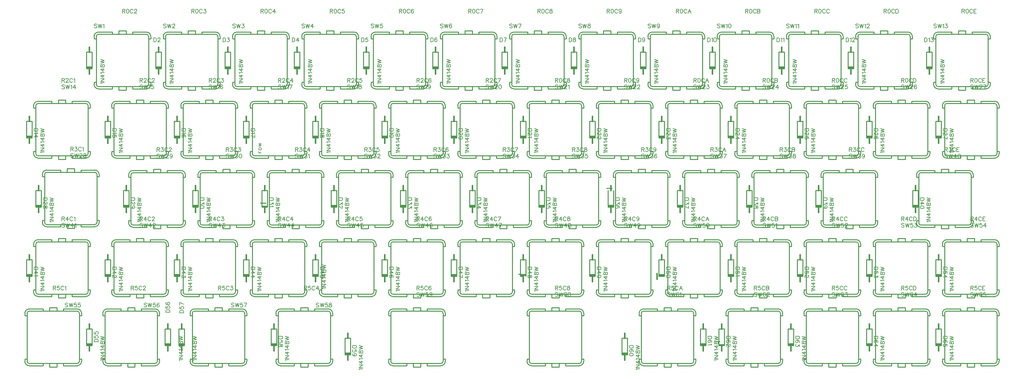
<source format=gto>
G04 Layer: TopSilkLayer*
G04 EasyEDA v6.3.53, 2020-06-17T23:21:06+02:00*
G04 04ce8127e00047ebb4670b429beeeb49,c5fe026039d2484e9a32019ccd8c5756,10*
G04 Gerber Generator version 0.2*
G04 Scale: 100 percent, Rotated: No, Reflected: No *
G04 Dimensions in millimeters *
G04 leading zeros omitted , absolute positions ,3 integer and 3 decimal *
%FSLAX33Y33*%
%MOMM*%
G90*
G71D02*

%ADD10C,0.254000*%
%ADD19C,0.381000*%
%ADD20C,0.152400*%

%LPD*%
G54D10*
G01X26818Y94001D02*
G01X28618Y94001D01*
G01X28618Y95001D01*
G01X30618Y95001D01*
G01X30618Y94001D01*
G01X32418Y94001D01*
G01X32418Y94601D01*
G01X36218Y94601D01*
G01X23018Y94601D02*
G01X26818Y94601D01*
G01X26818Y94001D01*
G01X23018Y94001D01*
G01X37418Y93401D02*
G01X37418Y92801D01*
G01X36818Y92801D01*
G01X36818Y93401D01*
G01X36818Y92801D02*
G01X36818Y80801D01*
G01X37418Y80801D01*
G01X37418Y80201D01*
G01X36218Y79001D02*
G01X32418Y79001D01*
G01X32418Y79601D01*
G01X36218Y79601D01*
G01X32418Y79601D02*
G01X30618Y79601D01*
G01X30618Y78601D01*
G01X28618Y78601D01*
G01X28618Y79601D01*
G01X26818Y79601D01*
G01X26818Y79001D01*
G01X23018Y79001D01*
G01X21818Y80201D02*
G01X21818Y80801D01*
G01X22418Y80801D01*
G01X22418Y80201D01*
G01X22418Y80801D02*
G01X22418Y92801D01*
G01X21818Y92801D01*
G01X21818Y93401D01*
G01X28618Y94001D02*
G01X30618Y94001D01*
G01X32418Y94001D02*
G01X36218Y94001D01*
G01X36818Y80801D02*
G01X36818Y80201D01*
G01X30618Y79601D02*
G01X28618Y79601D01*
G01X26818Y79601D02*
G01X23018Y79601D01*
G01X22418Y92801D02*
G01X22418Y93401D01*
G01X45868Y94001D02*
G01X47668Y94001D01*
G01X47668Y95001D01*
G01X49668Y95001D01*
G01X49668Y94001D01*
G01X51468Y94001D01*
G01X51468Y94601D01*
G01X55268Y94601D01*
G01X42068Y94601D02*
G01X45868Y94601D01*
G01X45868Y94001D01*
G01X42068Y94001D01*
G01X56468Y93401D02*
G01X56468Y92801D01*
G01X55868Y92801D01*
G01X55868Y93401D01*
G01X55868Y92801D02*
G01X55868Y80801D01*
G01X56468Y80801D01*
G01X56468Y80201D01*
G01X55268Y79001D02*
G01X51468Y79001D01*
G01X51468Y79601D01*
G01X55268Y79601D01*
G01X51468Y79601D02*
G01X49668Y79601D01*
G01X49668Y78601D01*
G01X47668Y78601D01*
G01X47668Y79601D01*
G01X45868Y79601D01*
G01X45868Y79001D01*
G01X42068Y79001D01*
G01X40868Y80201D02*
G01X40868Y80801D01*
G01X41468Y80801D01*
G01X41468Y80201D01*
G01X41468Y80801D02*
G01X41468Y92801D01*
G01X40868Y92801D01*
G01X40868Y93401D01*
G01X47668Y94001D02*
G01X49668Y94001D01*
G01X51468Y94001D02*
G01X55268Y94001D01*
G01X55868Y80801D02*
G01X55868Y80201D01*
G01X49668Y79601D02*
G01X47668Y79601D01*
G01X45868Y79601D02*
G01X42068Y79601D01*
G01X41468Y92801D02*
G01X41468Y93401D01*
G01X64918Y94001D02*
G01X66718Y94001D01*
G01X66718Y95001D01*
G01X68718Y95001D01*
G01X68718Y94001D01*
G01X70518Y94001D01*
G01X70518Y94601D01*
G01X74318Y94601D01*
G01X61118Y94601D02*
G01X64918Y94601D01*
G01X64918Y94001D01*
G01X61118Y94001D01*
G01X75518Y93401D02*
G01X75518Y92801D01*
G01X74918Y92801D01*
G01X74918Y93401D01*
G01X74918Y92801D02*
G01X74918Y80801D01*
G01X75518Y80801D01*
G01X75518Y80201D01*
G01X74318Y79001D02*
G01X70518Y79001D01*
G01X70518Y79601D01*
G01X74318Y79601D01*
G01X70518Y79601D02*
G01X68718Y79601D01*
G01X68718Y78601D01*
G01X66718Y78601D01*
G01X66718Y79601D01*
G01X64918Y79601D01*
G01X64918Y79001D01*
G01X61118Y79001D01*
G01X59918Y80201D02*
G01X59918Y80801D01*
G01X60518Y80801D01*
G01X60518Y80201D01*
G01X60518Y80801D02*
G01X60518Y92801D01*
G01X59918Y92801D01*
G01X59918Y93401D01*
G01X66718Y94001D02*
G01X68718Y94001D01*
G01X70518Y94001D02*
G01X74318Y94001D01*
G01X74918Y80801D02*
G01X74918Y80201D01*
G01X68718Y79601D02*
G01X66718Y79601D01*
G01X64918Y79601D02*
G01X61118Y79601D01*
G01X60518Y92801D02*
G01X60518Y93401D01*
G01X83968Y94001D02*
G01X85768Y94001D01*
G01X85768Y95001D01*
G01X87768Y95001D01*
G01X87768Y94001D01*
G01X89568Y94001D01*
G01X89568Y94601D01*
G01X93368Y94601D01*
G01X80168Y94601D02*
G01X83968Y94601D01*
G01X83968Y94001D01*
G01X80168Y94001D01*
G01X94568Y93401D02*
G01X94568Y92801D01*
G01X93968Y92801D01*
G01X93968Y93401D01*
G01X93968Y92801D02*
G01X93968Y80801D01*
G01X94568Y80801D01*
G01X94568Y80201D01*
G01X93368Y79001D02*
G01X89568Y79001D01*
G01X89568Y79601D01*
G01X93368Y79601D01*
G01X89568Y79601D02*
G01X87768Y79601D01*
G01X87768Y78601D01*
G01X85768Y78601D01*
G01X85768Y79601D01*
G01X83968Y79601D01*
G01X83968Y79001D01*
G01X80168Y79001D01*
G01X78968Y80201D02*
G01X78968Y80801D01*
G01X79568Y80801D01*
G01X79568Y80201D01*
G01X79568Y80801D02*
G01X79568Y92801D01*
G01X78968Y92801D01*
G01X78968Y93401D01*
G01X85768Y94001D02*
G01X87768Y94001D01*
G01X89568Y94001D02*
G01X93368Y94001D01*
G01X93968Y80801D02*
G01X93968Y80201D01*
G01X87768Y79601D02*
G01X85768Y79601D01*
G01X83968Y79601D02*
G01X80168Y79601D01*
G01X79568Y92801D02*
G01X79568Y93401D01*
G01X103018Y94001D02*
G01X104818Y94001D01*
G01X104818Y95001D01*
G01X106818Y95001D01*
G01X106818Y94001D01*
G01X108618Y94001D01*
G01X108618Y94601D01*
G01X112418Y94601D01*
G01X99218Y94601D02*
G01X103018Y94601D01*
G01X103018Y94001D01*
G01X99218Y94001D01*
G01X113618Y93401D02*
G01X113618Y92801D01*
G01X113018Y92801D01*
G01X113018Y93401D01*
G01X113018Y92801D02*
G01X113018Y80801D01*
G01X113618Y80801D01*
G01X113618Y80201D01*
G01X112418Y79001D02*
G01X108618Y79001D01*
G01X108618Y79601D01*
G01X112418Y79601D01*
G01X108618Y79601D02*
G01X106818Y79601D01*
G01X106818Y78601D01*
G01X104818Y78601D01*
G01X104818Y79601D01*
G01X103018Y79601D01*
G01X103018Y79001D01*
G01X99218Y79001D01*
G01X98018Y80201D02*
G01X98018Y80801D01*
G01X98618Y80801D01*
G01X98618Y80201D01*
G01X98618Y80801D02*
G01X98618Y92801D01*
G01X98018Y92801D01*
G01X98018Y93401D01*
G01X104818Y94001D02*
G01X106818Y94001D01*
G01X108618Y94001D02*
G01X112418Y94001D01*
G01X113018Y80801D02*
G01X113018Y80201D01*
G01X106818Y79601D02*
G01X104818Y79601D01*
G01X103018Y79601D02*
G01X99218Y79601D01*
G01X98618Y92801D02*
G01X98618Y93401D01*
G01X122068Y94001D02*
G01X123868Y94001D01*
G01X123868Y95001D01*
G01X125868Y95001D01*
G01X125868Y94001D01*
G01X127668Y94001D01*
G01X127668Y94601D01*
G01X131468Y94601D01*
G01X118268Y94601D02*
G01X122068Y94601D01*
G01X122068Y94001D01*
G01X118268Y94001D01*
G01X132668Y93401D02*
G01X132668Y92801D01*
G01X132068Y92801D01*
G01X132068Y93401D01*
G01X132068Y92801D02*
G01X132068Y80801D01*
G01X132668Y80801D01*
G01X132668Y80201D01*
G01X131468Y79001D02*
G01X127668Y79001D01*
G01X127668Y79601D01*
G01X131468Y79601D01*
G01X127668Y79601D02*
G01X125868Y79601D01*
G01X125868Y78601D01*
G01X123868Y78601D01*
G01X123868Y79601D01*
G01X122068Y79601D01*
G01X122068Y79001D01*
G01X118268Y79001D01*
G01X117068Y80201D02*
G01X117068Y80801D01*
G01X117668Y80801D01*
G01X117668Y80201D01*
G01X117668Y80801D02*
G01X117668Y92801D01*
G01X117068Y92801D01*
G01X117068Y93401D01*
G01X123868Y94001D02*
G01X125868Y94001D01*
G01X127668Y94001D02*
G01X131468Y94001D01*
G01X132068Y80801D02*
G01X132068Y80201D01*
G01X125868Y79601D02*
G01X123868Y79601D01*
G01X122068Y79601D02*
G01X118268Y79601D01*
G01X117668Y92801D02*
G01X117668Y93401D01*
G01X141118Y94001D02*
G01X142918Y94001D01*
G01X142918Y95001D01*
G01X144918Y95001D01*
G01X144918Y94001D01*
G01X146718Y94001D01*
G01X146718Y94601D01*
G01X150518Y94601D01*
G01X137318Y94601D02*
G01X141118Y94601D01*
G01X141118Y94001D01*
G01X137318Y94001D01*
G01X151718Y93401D02*
G01X151718Y92801D01*
G01X151118Y92801D01*
G01X151118Y93401D01*
G01X151118Y92801D02*
G01X151118Y80801D01*
G01X151718Y80801D01*
G01X151718Y80201D01*
G01X150518Y79001D02*
G01X146718Y79001D01*
G01X146718Y79601D01*
G01X150518Y79601D01*
G01X146718Y79601D02*
G01X144918Y79601D01*
G01X144918Y78601D01*
G01X142918Y78601D01*
G01X142918Y79601D01*
G01X141118Y79601D01*
G01X141118Y79001D01*
G01X137318Y79001D01*
G01X136118Y80201D02*
G01X136118Y80801D01*
G01X136718Y80801D01*
G01X136718Y80201D01*
G01X136718Y80801D02*
G01X136718Y92801D01*
G01X136118Y92801D01*
G01X136118Y93401D01*
G01X142918Y94001D02*
G01X144918Y94001D01*
G01X146718Y94001D02*
G01X150518Y94001D01*
G01X151118Y80801D02*
G01X151118Y80201D01*
G01X144918Y79601D02*
G01X142918Y79601D01*
G01X141118Y79601D02*
G01X137318Y79601D01*
G01X136718Y92801D02*
G01X136718Y93401D01*
G01X160168Y94001D02*
G01X161968Y94001D01*
G01X161968Y95001D01*
G01X163968Y95001D01*
G01X163968Y94001D01*
G01X165768Y94001D01*
G01X165768Y94601D01*
G01X169568Y94601D01*
G01X156368Y94601D02*
G01X160168Y94601D01*
G01X160168Y94001D01*
G01X156368Y94001D01*
G01X170768Y93401D02*
G01X170768Y92801D01*
G01X170168Y92801D01*
G01X170168Y93401D01*
G01X170168Y92801D02*
G01X170168Y80801D01*
G01X170768Y80801D01*
G01X170768Y80201D01*
G01X169568Y79001D02*
G01X165768Y79001D01*
G01X165768Y79601D01*
G01X169568Y79601D01*
G01X165768Y79601D02*
G01X163968Y79601D01*
G01X163968Y78601D01*
G01X161968Y78601D01*
G01X161968Y79601D01*
G01X160168Y79601D01*
G01X160168Y79001D01*
G01X156368Y79001D01*
G01X155168Y80201D02*
G01X155168Y80801D01*
G01X155768Y80801D01*
G01X155768Y80201D01*
G01X155768Y80801D02*
G01X155768Y92801D01*
G01X155168Y92801D01*
G01X155168Y93401D01*
G01X161968Y94001D02*
G01X163968Y94001D01*
G01X165768Y94001D02*
G01X169568Y94001D01*
G01X170168Y80801D02*
G01X170168Y80201D01*
G01X163968Y79601D02*
G01X161968Y79601D01*
G01X160168Y79601D02*
G01X156368Y79601D01*
G01X155768Y92801D02*
G01X155768Y93401D01*
G01X179218Y94001D02*
G01X181018Y94001D01*
G01X181018Y95001D01*
G01X183018Y95001D01*
G01X183018Y94001D01*
G01X184818Y94001D01*
G01X184818Y94601D01*
G01X188618Y94601D01*
G01X175418Y94601D02*
G01X179218Y94601D01*
G01X179218Y94001D01*
G01X175418Y94001D01*
G01X189818Y93401D02*
G01X189818Y92801D01*
G01X189218Y92801D01*
G01X189218Y93401D01*
G01X189218Y92801D02*
G01X189218Y80801D01*
G01X189818Y80801D01*
G01X189818Y80201D01*
G01X188618Y79001D02*
G01X184818Y79001D01*
G01X184818Y79601D01*
G01X188618Y79601D01*
G01X184818Y79601D02*
G01X183018Y79601D01*
G01X183018Y78601D01*
G01X181018Y78601D01*
G01X181018Y79601D01*
G01X179218Y79601D01*
G01X179218Y79001D01*
G01X175418Y79001D01*
G01X174218Y80201D02*
G01X174218Y80801D01*
G01X174818Y80801D01*
G01X174818Y80201D01*
G01X174818Y80801D02*
G01X174818Y92801D01*
G01X174218Y92801D01*
G01X174218Y93401D01*
G01X181018Y94001D02*
G01X183018Y94001D01*
G01X184818Y94001D02*
G01X188618Y94001D01*
G01X189218Y80801D02*
G01X189218Y80201D01*
G01X183018Y79601D02*
G01X181018Y79601D01*
G01X179218Y79601D02*
G01X175418Y79601D01*
G01X174818Y92801D02*
G01X174818Y93401D01*
G01X198268Y94001D02*
G01X200068Y94001D01*
G01X200068Y95001D01*
G01X202068Y95001D01*
G01X202068Y94001D01*
G01X203868Y94001D01*
G01X203868Y94601D01*
G01X207668Y94601D01*
G01X194468Y94601D02*
G01X198268Y94601D01*
G01X198268Y94001D01*
G01X194468Y94001D01*
G01X208868Y93401D02*
G01X208868Y92801D01*
G01X208268Y92801D01*
G01X208268Y93401D01*
G01X208268Y92801D02*
G01X208268Y80801D01*
G01X208868Y80801D01*
G01X208868Y80201D01*
G01X207668Y79001D02*
G01X203868Y79001D01*
G01X203868Y79601D01*
G01X207668Y79601D01*
G01X203868Y79601D02*
G01X202068Y79601D01*
G01X202068Y78601D01*
G01X200068Y78601D01*
G01X200068Y79601D01*
G01X198268Y79601D01*
G01X198268Y79001D01*
G01X194468Y79001D01*
G01X193268Y80201D02*
G01X193268Y80801D01*
G01X193868Y80801D01*
G01X193868Y80201D01*
G01X193868Y80801D02*
G01X193868Y92801D01*
G01X193268Y92801D01*
G01X193268Y93401D01*
G01X200068Y94001D02*
G01X202068Y94001D01*
G01X203868Y94001D02*
G01X207668Y94001D01*
G01X208268Y80801D02*
G01X208268Y80201D01*
G01X202068Y79601D02*
G01X200068Y79601D01*
G01X198268Y79601D02*
G01X194468Y79601D01*
G01X193868Y92801D02*
G01X193868Y93401D01*
G01X217318Y94001D02*
G01X219118Y94001D01*
G01X219118Y95001D01*
G01X221118Y95001D01*
G01X221118Y94001D01*
G01X222918Y94001D01*
G01X222918Y94601D01*
G01X226718Y94601D01*
G01X213518Y94601D02*
G01X217318Y94601D01*
G01X217318Y94001D01*
G01X213518Y94001D01*
G01X227918Y93401D02*
G01X227918Y92801D01*
G01X227318Y92801D01*
G01X227318Y93401D01*
G01X227318Y92801D02*
G01X227318Y80801D01*
G01X227918Y80801D01*
G01X227918Y80201D01*
G01X226718Y79001D02*
G01X222918Y79001D01*
G01X222918Y79601D01*
G01X226718Y79601D01*
G01X222918Y79601D02*
G01X221118Y79601D01*
G01X221118Y78601D01*
G01X219118Y78601D01*
G01X219118Y79601D01*
G01X217318Y79601D01*
G01X217318Y79001D01*
G01X213518Y79001D01*
G01X212318Y80201D02*
G01X212318Y80801D01*
G01X212918Y80801D01*
G01X212918Y80201D01*
G01X212918Y80801D02*
G01X212918Y92801D01*
G01X212318Y92801D01*
G01X212318Y93401D01*
G01X219118Y94001D02*
G01X221118Y94001D01*
G01X222918Y94001D02*
G01X226718Y94001D01*
G01X227318Y80801D02*
G01X227318Y80201D01*
G01X221118Y79601D02*
G01X219118Y79601D01*
G01X217318Y79601D02*
G01X213518Y79601D01*
G01X212918Y92801D02*
G01X212918Y93401D01*
G01X236368Y94001D02*
G01X238168Y94001D01*
G01X238168Y95001D01*
G01X240168Y95001D01*
G01X240168Y94001D01*
G01X241968Y94001D01*
G01X241968Y94601D01*
G01X245768Y94601D01*
G01X232568Y94601D02*
G01X236368Y94601D01*
G01X236368Y94001D01*
G01X232568Y94001D01*
G01X246968Y93401D02*
G01X246968Y92801D01*
G01X246368Y92801D01*
G01X246368Y93401D01*
G01X246368Y92801D02*
G01X246368Y80801D01*
G01X246968Y80801D01*
G01X246968Y80201D01*
G01X245768Y79001D02*
G01X241968Y79001D01*
G01X241968Y79601D01*
G01X245768Y79601D01*
G01X241968Y79601D02*
G01X240168Y79601D01*
G01X240168Y78601D01*
G01X238168Y78601D01*
G01X238168Y79601D01*
G01X236368Y79601D01*
G01X236368Y79001D01*
G01X232568Y79001D01*
G01X231368Y80201D02*
G01X231368Y80801D01*
G01X231968Y80801D01*
G01X231968Y80201D01*
G01X231968Y80801D02*
G01X231968Y92801D01*
G01X231368Y92801D01*
G01X231368Y93401D01*
G01X238168Y94001D02*
G01X240168Y94001D01*
G01X241968Y94001D02*
G01X245768Y94001D01*
G01X246368Y80801D02*
G01X246368Y80201D01*
G01X240168Y79601D02*
G01X238168Y79601D01*
G01X236368Y79601D02*
G01X232568Y79601D01*
G01X231968Y92801D02*
G01X231968Y93401D01*
G01X257831Y94001D02*
G01X259631Y94001D01*
G01X259631Y95001D01*
G01X261631Y95001D01*
G01X261631Y94001D01*
G01X263431Y94001D01*
G01X263431Y94601D01*
G01X267231Y94601D01*
G01X254031Y94601D02*
G01X257831Y94601D01*
G01X257831Y94001D01*
G01X254031Y94001D01*
G01X268431Y93401D02*
G01X268431Y92801D01*
G01X267831Y92801D01*
G01X267831Y93401D01*
G01X267831Y92801D02*
G01X267831Y80801D01*
G01X268431Y80801D01*
G01X268431Y80201D01*
G01X267231Y79001D02*
G01X263431Y79001D01*
G01X263431Y79601D01*
G01X267231Y79601D01*
G01X263431Y79601D02*
G01X261631Y79601D01*
G01X261631Y78601D01*
G01X259631Y78601D01*
G01X259631Y79601D01*
G01X257831Y79601D01*
G01X257831Y79001D01*
G01X254031Y79001D01*
G01X252831Y80201D02*
G01X252831Y80801D01*
G01X253431Y80801D01*
G01X253431Y80201D01*
G01X253431Y80801D02*
G01X253431Y92801D01*
G01X252831Y92801D01*
G01X252831Y93401D01*
G01X259631Y94001D02*
G01X261631Y94001D01*
G01X263431Y94001D02*
G01X267231Y94001D01*
G01X267831Y80801D02*
G01X267831Y80201D01*
G01X261631Y79601D02*
G01X259631Y79601D01*
G01X257831Y79601D02*
G01X254031Y79601D01*
G01X253431Y92801D02*
G01X253431Y93401D01*
G01X10181Y74951D02*
G01X11981Y74951D01*
G01X11981Y75951D01*
G01X13981Y75951D01*
G01X13981Y74951D01*
G01X15781Y74951D01*
G01X15781Y75551D01*
G01X19581Y75551D01*
G01X6381Y75551D02*
G01X10181Y75551D01*
G01X10181Y74951D01*
G01X6381Y74951D01*
G01X20781Y74351D02*
G01X20781Y73751D01*
G01X20181Y73751D01*
G01X20181Y74351D01*
G01X20181Y73751D02*
G01X20181Y61751D01*
G01X20781Y61751D01*
G01X20781Y61151D01*
G01X19581Y59951D02*
G01X15781Y59951D01*
G01X15781Y60551D01*
G01X19581Y60551D01*
G01X15781Y60551D02*
G01X13981Y60551D01*
G01X13981Y59551D01*
G01X11981Y59551D01*
G01X11981Y60551D01*
G01X10181Y60551D01*
G01X10181Y59951D01*
G01X6381Y59951D01*
G01X5181Y61151D02*
G01X5181Y61751D01*
G01X5781Y61751D01*
G01X5781Y61151D01*
G01X5781Y61751D02*
G01X5781Y73751D01*
G01X5181Y73751D01*
G01X5181Y74351D01*
G01X11981Y74951D02*
G01X13981Y74951D01*
G01X15781Y74951D02*
G01X19581Y74951D01*
G01X20181Y61751D02*
G01X20181Y61151D01*
G01X13981Y60551D02*
G01X11981Y60551D01*
G01X10181Y60551D02*
G01X6381Y60551D01*
G01X5781Y73751D02*
G01X5781Y74351D01*
G01X31644Y74951D02*
G01X33444Y74951D01*
G01X33444Y75951D01*
G01X35444Y75951D01*
G01X35444Y74951D01*
G01X37244Y74951D01*
G01X37244Y75551D01*
G01X41044Y75551D01*
G01X27844Y75551D02*
G01X31644Y75551D01*
G01X31644Y74951D01*
G01X27844Y74951D01*
G01X42244Y74351D02*
G01X42244Y73751D01*
G01X41644Y73751D01*
G01X41644Y74351D01*
G01X41644Y73751D02*
G01X41644Y61751D01*
G01X42244Y61751D01*
G01X42244Y61151D01*
G01X41044Y59951D02*
G01X37244Y59951D01*
G01X37244Y60551D01*
G01X41044Y60551D01*
G01X37244Y60551D02*
G01X35444Y60551D01*
G01X35444Y59551D01*
G01X33444Y59551D01*
G01X33444Y60551D01*
G01X31644Y60551D01*
G01X31644Y59951D01*
G01X27844Y59951D01*
G01X26644Y61151D02*
G01X26644Y61751D01*
G01X27244Y61751D01*
G01X27244Y61151D01*
G01X27244Y61751D02*
G01X27244Y73751D01*
G01X26644Y73751D01*
G01X26644Y74351D01*
G01X33444Y74951D02*
G01X35444Y74951D01*
G01X37244Y74951D02*
G01X41044Y74951D01*
G01X41644Y61751D02*
G01X41644Y61151D01*
G01X35444Y60551D02*
G01X33444Y60551D01*
G01X31644Y60551D02*
G01X27844Y60551D01*
G01X27244Y73751D02*
G01X27244Y74351D01*
G01X50694Y74951D02*
G01X52494Y74951D01*
G01X52494Y75951D01*
G01X54494Y75951D01*
G01X54494Y74951D01*
G01X56294Y74951D01*
G01X56294Y75551D01*
G01X60094Y75551D01*
G01X46894Y75551D02*
G01X50694Y75551D01*
G01X50694Y74951D01*
G01X46894Y74951D01*
G01X61294Y74351D02*
G01X61294Y73751D01*
G01X60694Y73751D01*
G01X60694Y74351D01*
G01X60694Y73751D02*
G01X60694Y61751D01*
G01X61294Y61751D01*
G01X61294Y61151D01*
G01X60094Y59951D02*
G01X56294Y59951D01*
G01X56294Y60551D01*
G01X60094Y60551D01*
G01X56294Y60551D02*
G01X54494Y60551D01*
G01X54494Y59551D01*
G01X52494Y59551D01*
G01X52494Y60551D01*
G01X50694Y60551D01*
G01X50694Y59951D01*
G01X46894Y59951D01*
G01X45694Y61151D02*
G01X45694Y61751D01*
G01X46294Y61751D01*
G01X46294Y61151D01*
G01X46294Y61751D02*
G01X46294Y73751D01*
G01X45694Y73751D01*
G01X45694Y74351D01*
G01X52494Y74951D02*
G01X54494Y74951D01*
G01X56294Y74951D02*
G01X60094Y74951D01*
G01X60694Y61751D02*
G01X60694Y61151D01*
G01X54494Y60551D02*
G01X52494Y60551D01*
G01X50694Y60551D02*
G01X46894Y60551D01*
G01X46294Y73751D02*
G01X46294Y74351D01*
G01X69744Y74951D02*
G01X71544Y74951D01*
G01X71544Y75951D01*
G01X73544Y75951D01*
G01X73544Y74951D01*
G01X75344Y74951D01*
G01X75344Y75551D01*
G01X79144Y75551D01*
G01X65944Y75551D02*
G01X69744Y75551D01*
G01X69744Y74951D01*
G01X65944Y74951D01*
G01X80344Y74351D02*
G01X80344Y73751D01*
G01X79744Y73751D01*
G01X79744Y74351D01*
G01X79744Y73751D02*
G01X79744Y61751D01*
G01X80344Y61751D01*
G01X80344Y61151D01*
G01X79144Y59951D02*
G01X75344Y59951D01*
G01X75344Y60551D01*
G01X79144Y60551D01*
G01X75344Y60551D02*
G01X73544Y60551D01*
G01X73544Y59551D01*
G01X71544Y59551D01*
G01X71544Y60551D01*
G01X69744Y60551D01*
G01X69744Y59951D01*
G01X65944Y59951D01*
G01X64744Y61151D02*
G01X64744Y61751D01*
G01X65344Y61751D01*
G01X65344Y61151D01*
G01X65344Y61751D02*
G01X65344Y73751D01*
G01X64744Y73751D01*
G01X64744Y74351D01*
G01X71544Y74951D02*
G01X73544Y74951D01*
G01X75344Y74951D02*
G01X79144Y74951D01*
G01X79744Y61751D02*
G01X79744Y61151D01*
G01X73544Y60551D02*
G01X71544Y60551D01*
G01X69744Y60551D02*
G01X65944Y60551D01*
G01X65344Y73751D02*
G01X65344Y74351D01*
G01X88794Y74951D02*
G01X90594Y74951D01*
G01X90594Y75951D01*
G01X92594Y75951D01*
G01X92594Y74951D01*
G01X94394Y74951D01*
G01X94394Y75551D01*
G01X98194Y75551D01*
G01X84994Y75551D02*
G01X88794Y75551D01*
G01X88794Y74951D01*
G01X84994Y74951D01*
G01X99394Y74351D02*
G01X99394Y73751D01*
G01X98794Y73751D01*
G01X98794Y74351D01*
G01X98794Y73751D02*
G01X98794Y61751D01*
G01X99394Y61751D01*
G01X99394Y61151D01*
G01X98194Y59951D02*
G01X94394Y59951D01*
G01X94394Y60551D01*
G01X98194Y60551D01*
G01X94394Y60551D02*
G01X92594Y60551D01*
G01X92594Y59551D01*
G01X90594Y59551D01*
G01X90594Y60551D01*
G01X88794Y60551D01*
G01X88794Y59951D01*
G01X84994Y59951D01*
G01X83794Y61151D02*
G01X83794Y61751D01*
G01X84394Y61751D01*
G01X84394Y61151D01*
G01X84394Y61751D02*
G01X84394Y73751D01*
G01X83794Y73751D01*
G01X83794Y74351D01*
G01X90594Y74951D02*
G01X92594Y74951D01*
G01X94394Y74951D02*
G01X98194Y74951D01*
G01X98794Y61751D02*
G01X98794Y61151D01*
G01X92594Y60551D02*
G01X90594Y60551D01*
G01X88794Y60551D02*
G01X84994Y60551D01*
G01X84394Y73751D02*
G01X84394Y74351D01*
G01X107844Y74951D02*
G01X109644Y74951D01*
G01X109644Y75951D01*
G01X111644Y75951D01*
G01X111644Y74951D01*
G01X113444Y74951D01*
G01X113444Y75551D01*
G01X117244Y75551D01*
G01X104044Y75551D02*
G01X107844Y75551D01*
G01X107844Y74951D01*
G01X104044Y74951D01*
G01X118444Y74351D02*
G01X118444Y73751D01*
G01X117844Y73751D01*
G01X117844Y74351D01*
G01X117844Y73751D02*
G01X117844Y61751D01*
G01X118444Y61751D01*
G01X118444Y61151D01*
G01X117244Y59951D02*
G01X113444Y59951D01*
G01X113444Y60551D01*
G01X117244Y60551D01*
G01X113444Y60551D02*
G01X111644Y60551D01*
G01X111644Y59551D01*
G01X109644Y59551D01*
G01X109644Y60551D01*
G01X107844Y60551D01*
G01X107844Y59951D01*
G01X104044Y59951D01*
G01X102844Y61151D02*
G01X102844Y61751D01*
G01X103444Y61751D01*
G01X103444Y61151D01*
G01X103444Y61751D02*
G01X103444Y73751D01*
G01X102844Y73751D01*
G01X102844Y74351D01*
G01X109644Y74951D02*
G01X111644Y74951D01*
G01X113444Y74951D02*
G01X117244Y74951D01*
G01X117844Y61751D02*
G01X117844Y61151D01*
G01X111644Y60551D02*
G01X109644Y60551D01*
G01X107844Y60551D02*
G01X104044Y60551D01*
G01X103444Y73751D02*
G01X103444Y74351D01*
G01X126894Y74951D02*
G01X128694Y74951D01*
G01X128694Y75951D01*
G01X130694Y75951D01*
G01X130694Y74951D01*
G01X132494Y74951D01*
G01X132494Y75551D01*
G01X136294Y75551D01*
G01X123094Y75551D02*
G01X126894Y75551D01*
G01X126894Y74951D01*
G01X123094Y74951D01*
G01X137494Y74351D02*
G01X137494Y73751D01*
G01X136894Y73751D01*
G01X136894Y74351D01*
G01X136894Y73751D02*
G01X136894Y61751D01*
G01X137494Y61751D01*
G01X137494Y61151D01*
G01X136294Y59951D02*
G01X132494Y59951D01*
G01X132494Y60551D01*
G01X136294Y60551D01*
G01X132494Y60551D02*
G01X130694Y60551D01*
G01X130694Y59551D01*
G01X128694Y59551D01*
G01X128694Y60551D01*
G01X126894Y60551D01*
G01X126894Y59951D01*
G01X123094Y59951D01*
G01X121894Y61151D02*
G01X121894Y61751D01*
G01X122494Y61751D01*
G01X122494Y61151D01*
G01X122494Y61751D02*
G01X122494Y73751D01*
G01X121894Y73751D01*
G01X121894Y74351D01*
G01X128694Y74951D02*
G01X130694Y74951D01*
G01X132494Y74951D02*
G01X136294Y74951D01*
G01X136894Y61751D02*
G01X136894Y61151D01*
G01X130694Y60551D02*
G01X128694Y60551D01*
G01X126894Y60551D02*
G01X123094Y60551D01*
G01X122494Y73751D02*
G01X122494Y74351D01*
G01X145944Y74951D02*
G01X147744Y74951D01*
G01X147744Y75951D01*
G01X149744Y75951D01*
G01X149744Y74951D01*
G01X151544Y74951D01*
G01X151544Y75551D01*
G01X155344Y75551D01*
G01X142144Y75551D02*
G01X145944Y75551D01*
G01X145944Y74951D01*
G01X142144Y74951D01*
G01X156544Y74351D02*
G01X156544Y73751D01*
G01X155944Y73751D01*
G01X155944Y74351D01*
G01X155944Y73751D02*
G01X155944Y61751D01*
G01X156544Y61751D01*
G01X156544Y61151D01*
G01X155344Y59951D02*
G01X151544Y59951D01*
G01X151544Y60551D01*
G01X155344Y60551D01*
G01X151544Y60551D02*
G01X149744Y60551D01*
G01X149744Y59551D01*
G01X147744Y59551D01*
G01X147744Y60551D01*
G01X145944Y60551D01*
G01X145944Y59951D01*
G01X142144Y59951D01*
G01X140944Y61151D02*
G01X140944Y61751D01*
G01X141544Y61751D01*
G01X141544Y61151D01*
G01X141544Y61751D02*
G01X141544Y73751D01*
G01X140944Y73751D01*
G01X140944Y74351D01*
G01X147744Y74951D02*
G01X149744Y74951D01*
G01X151544Y74951D02*
G01X155344Y74951D01*
G01X155944Y61751D02*
G01X155944Y61151D01*
G01X149744Y60551D02*
G01X147744Y60551D01*
G01X145944Y60551D02*
G01X142144Y60551D01*
G01X141544Y73751D02*
G01X141544Y74351D01*
G01X164994Y74951D02*
G01X166794Y74951D01*
G01X166794Y75951D01*
G01X168794Y75951D01*
G01X168794Y74951D01*
G01X170594Y74951D01*
G01X170594Y75551D01*
G01X174394Y75551D01*
G01X161194Y75551D02*
G01X164994Y75551D01*
G01X164994Y74951D01*
G01X161194Y74951D01*
G01X175594Y74351D02*
G01X175594Y73751D01*
G01X174994Y73751D01*
G01X174994Y74351D01*
G01X174994Y73751D02*
G01X174994Y61751D01*
G01X175594Y61751D01*
G01X175594Y61151D01*
G01X174394Y59951D02*
G01X170594Y59951D01*
G01X170594Y60551D01*
G01X174394Y60551D01*
G01X170594Y60551D02*
G01X168794Y60551D01*
G01X168794Y59551D01*
G01X166794Y59551D01*
G01X166794Y60551D01*
G01X164994Y60551D01*
G01X164994Y59951D01*
G01X161194Y59951D01*
G01X159994Y61151D02*
G01X159994Y61751D01*
G01X160594Y61751D01*
G01X160594Y61151D01*
G01X160594Y61751D02*
G01X160594Y73751D01*
G01X159994Y73751D01*
G01X159994Y74351D01*
G01X166794Y74951D02*
G01X168794Y74951D01*
G01X170594Y74951D02*
G01X174394Y74951D01*
G01X174994Y61751D02*
G01X174994Y61151D01*
G01X168794Y60551D02*
G01X166794Y60551D01*
G01X164994Y60551D02*
G01X161194Y60551D01*
G01X160594Y73751D02*
G01X160594Y74351D01*
G01X184044Y74951D02*
G01X185844Y74951D01*
G01X185844Y75951D01*
G01X187844Y75951D01*
G01X187844Y74951D01*
G01X189644Y74951D01*
G01X189644Y75551D01*
G01X193444Y75551D01*
G01X180244Y75551D02*
G01X184044Y75551D01*
G01X184044Y74951D01*
G01X180244Y74951D01*
G01X194644Y74351D02*
G01X194644Y73751D01*
G01X194044Y73751D01*
G01X194044Y74351D01*
G01X194044Y73751D02*
G01X194044Y61751D01*
G01X194644Y61751D01*
G01X194644Y61151D01*
G01X193444Y59951D02*
G01X189644Y59951D01*
G01X189644Y60551D01*
G01X193444Y60551D01*
G01X189644Y60551D02*
G01X187844Y60551D01*
G01X187844Y59551D01*
G01X185844Y59551D01*
G01X185844Y60551D01*
G01X184044Y60551D01*
G01X184044Y59951D01*
G01X180244Y59951D01*
G01X179044Y61151D02*
G01X179044Y61751D01*
G01X179644Y61751D01*
G01X179644Y61151D01*
G01X179644Y61751D02*
G01X179644Y73751D01*
G01X179044Y73751D01*
G01X179044Y74351D01*
G01X185844Y74951D02*
G01X187844Y74951D01*
G01X189644Y74951D02*
G01X193444Y74951D01*
G01X194044Y61751D02*
G01X194044Y61151D01*
G01X187844Y60551D02*
G01X185844Y60551D01*
G01X184044Y60551D02*
G01X180244Y60551D01*
G01X179644Y73751D02*
G01X179644Y74351D01*
G01X203094Y74951D02*
G01X204894Y74951D01*
G01X204894Y75951D01*
G01X206894Y75951D01*
G01X206894Y74951D01*
G01X208694Y74951D01*
G01X208694Y75551D01*
G01X212494Y75551D01*
G01X199294Y75551D02*
G01X203094Y75551D01*
G01X203094Y74951D01*
G01X199294Y74951D01*
G01X213694Y74351D02*
G01X213694Y73751D01*
G01X213094Y73751D01*
G01X213094Y74351D01*
G01X213094Y73751D02*
G01X213094Y61751D01*
G01X213694Y61751D01*
G01X213694Y61151D01*
G01X212494Y59951D02*
G01X208694Y59951D01*
G01X208694Y60551D01*
G01X212494Y60551D01*
G01X208694Y60551D02*
G01X206894Y60551D01*
G01X206894Y59551D01*
G01X204894Y59551D01*
G01X204894Y60551D01*
G01X203094Y60551D01*
G01X203094Y59951D01*
G01X199294Y59951D01*
G01X198094Y61151D02*
G01X198094Y61751D01*
G01X198694Y61751D01*
G01X198694Y61151D01*
G01X198694Y61751D02*
G01X198694Y73751D01*
G01X198094Y73751D01*
G01X198094Y74351D01*
G01X204894Y74951D02*
G01X206894Y74951D01*
G01X208694Y74951D02*
G01X212494Y74951D01*
G01X213094Y61751D02*
G01X213094Y61151D01*
G01X206894Y60551D02*
G01X204894Y60551D01*
G01X203094Y60551D02*
G01X199294Y60551D01*
G01X198694Y73751D02*
G01X198694Y74351D01*
G01X222144Y74951D02*
G01X223944Y74951D01*
G01X223944Y75951D01*
G01X225944Y75951D01*
G01X225944Y74951D01*
G01X227744Y74951D01*
G01X227744Y75551D01*
G01X231544Y75551D01*
G01X218344Y75551D02*
G01X222144Y75551D01*
G01X222144Y74951D01*
G01X218344Y74951D01*
G01X232744Y74351D02*
G01X232744Y73751D01*
G01X232144Y73751D01*
G01X232144Y74351D01*
G01X232144Y73751D02*
G01X232144Y61751D01*
G01X232744Y61751D01*
G01X232744Y61151D01*
G01X231544Y59951D02*
G01X227744Y59951D01*
G01X227744Y60551D01*
G01X231544Y60551D01*
G01X227744Y60551D02*
G01X225944Y60551D01*
G01X225944Y59551D01*
G01X223944Y59551D01*
G01X223944Y60551D01*
G01X222144Y60551D01*
G01X222144Y59951D01*
G01X218344Y59951D01*
G01X217144Y61151D02*
G01X217144Y61751D01*
G01X217744Y61751D01*
G01X217744Y61151D01*
G01X217744Y61751D02*
G01X217744Y73751D01*
G01X217144Y73751D01*
G01X217144Y74351D01*
G01X223944Y74951D02*
G01X225944Y74951D01*
G01X227744Y74951D02*
G01X231544Y74951D01*
G01X232144Y61751D02*
G01X232144Y61151D01*
G01X225944Y60551D02*
G01X223944Y60551D01*
G01X222144Y60551D02*
G01X218344Y60551D01*
G01X217744Y73751D02*
G01X217744Y74351D01*
G01X241194Y74951D02*
G01X242994Y74951D01*
G01X242994Y75951D01*
G01X244994Y75951D01*
G01X244994Y74951D01*
G01X246794Y74951D01*
G01X246794Y75551D01*
G01X250594Y75551D01*
G01X237394Y75551D02*
G01X241194Y75551D01*
G01X241194Y74951D01*
G01X237394Y74951D01*
G01X251794Y74351D02*
G01X251794Y73751D01*
G01X251194Y73751D01*
G01X251194Y74351D01*
G01X251194Y73751D02*
G01X251194Y61751D01*
G01X251794Y61751D01*
G01X251794Y61151D01*
G01X250594Y59951D02*
G01X246794Y59951D01*
G01X246794Y60551D01*
G01X250594Y60551D01*
G01X246794Y60551D02*
G01X244994Y60551D01*
G01X244994Y59551D01*
G01X242994Y59551D01*
G01X242994Y60551D01*
G01X241194Y60551D01*
G01X241194Y59951D01*
G01X237394Y59951D01*
G01X236194Y61151D02*
G01X236194Y61751D01*
G01X236794Y61751D01*
G01X236794Y61151D01*
G01X236794Y61751D02*
G01X236794Y73751D01*
G01X236194Y73751D01*
G01X236194Y74351D01*
G01X242994Y74951D02*
G01X244994Y74951D01*
G01X246794Y74951D02*
G01X250594Y74951D01*
G01X251194Y61751D02*
G01X251194Y61151D01*
G01X244994Y60551D02*
G01X242994Y60551D01*
G01X241194Y60551D02*
G01X237394Y60551D01*
G01X236794Y73751D02*
G01X236794Y74351D01*
G01X260244Y74951D02*
G01X262044Y74951D01*
G01X262044Y75951D01*
G01X264044Y75951D01*
G01X264044Y74951D01*
G01X265844Y74951D01*
G01X265844Y75551D01*
G01X269644Y75551D01*
G01X256444Y75551D02*
G01X260244Y75551D01*
G01X260244Y74951D01*
G01X256444Y74951D01*
G01X270844Y74351D02*
G01X270844Y73751D01*
G01X270244Y73751D01*
G01X270244Y74351D01*
G01X270244Y73751D02*
G01X270244Y61751D01*
G01X270844Y61751D01*
G01X270844Y61151D01*
G01X269644Y59951D02*
G01X265844Y59951D01*
G01X265844Y60551D01*
G01X269644Y60551D01*
G01X265844Y60551D02*
G01X264044Y60551D01*
G01X264044Y59551D01*
G01X262044Y59551D01*
G01X262044Y60551D01*
G01X260244Y60551D01*
G01X260244Y59951D01*
G01X256444Y59951D01*
G01X255244Y61151D02*
G01X255244Y61751D01*
G01X255844Y61751D01*
G01X255844Y61151D01*
G01X255844Y61751D02*
G01X255844Y73751D01*
G01X255244Y73751D01*
G01X255244Y74351D01*
G01X262044Y74951D02*
G01X264044Y74951D01*
G01X265844Y74951D02*
G01X269644Y74951D01*
G01X270244Y61751D02*
G01X270244Y61151D01*
G01X264044Y60551D02*
G01X262044Y60551D01*
G01X260244Y60551D02*
G01X256444Y60551D01*
G01X255844Y73751D02*
G01X255844Y74351D01*
G01X12594Y56028D02*
G01X14394Y56028D01*
G01X14394Y57028D01*
G01X16394Y57028D01*
G01X16394Y56028D01*
G01X18194Y56028D01*
G01X18194Y56628D01*
G01X21994Y56628D01*
G01X8794Y56628D02*
G01X12594Y56628D01*
G01X12594Y56028D01*
G01X8794Y56028D01*
G01X23194Y55428D02*
G01X23194Y54828D01*
G01X22594Y54828D01*
G01X22594Y55428D01*
G01X22594Y54828D02*
G01X22594Y42828D01*
G01X23194Y42828D01*
G01X23194Y42228D01*
G01X21994Y41028D02*
G01X18194Y41028D01*
G01X18194Y41628D01*
G01X21994Y41628D01*
G01X18194Y41628D02*
G01X16394Y41628D01*
G01X16394Y40628D01*
G01X14394Y40628D01*
G01X14394Y41628D01*
G01X12594Y41628D01*
G01X12594Y41028D01*
G01X8794Y41028D01*
G01X7594Y42228D02*
G01X7594Y42828D01*
G01X8194Y42828D01*
G01X8194Y42228D01*
G01X8194Y42828D02*
G01X8194Y54828D01*
G01X7594Y54828D01*
G01X7594Y55428D01*
G01X14394Y56028D02*
G01X16394Y56028D01*
G01X18194Y56028D02*
G01X21994Y56028D01*
G01X22594Y42828D02*
G01X22594Y42228D01*
G01X16394Y41628D02*
G01X14394Y41628D01*
G01X12594Y41628D02*
G01X8794Y41628D01*
G01X8194Y54828D02*
G01X8194Y55428D01*
G01X36343Y55901D02*
G01X38143Y55901D01*
G01X38143Y56901D01*
G01X40143Y56901D01*
G01X40143Y55901D01*
G01X41943Y55901D01*
G01X41943Y56501D01*
G01X45743Y56501D01*
G01X32543Y56501D02*
G01X36343Y56501D01*
G01X36343Y55901D01*
G01X32543Y55901D01*
G01X46943Y55301D02*
G01X46943Y54701D01*
G01X46343Y54701D01*
G01X46343Y55301D01*
G01X46343Y54701D02*
G01X46343Y42701D01*
G01X46943Y42701D01*
G01X46943Y42101D01*
G01X45743Y40901D02*
G01X41943Y40901D01*
G01X41943Y41501D01*
G01X45743Y41501D01*
G01X41943Y41501D02*
G01X40143Y41501D01*
G01X40143Y40501D01*
G01X38143Y40501D01*
G01X38143Y41501D01*
G01X36343Y41501D01*
G01X36343Y40901D01*
G01X32543Y40901D01*
G01X31343Y42101D02*
G01X31343Y42701D01*
G01X31943Y42701D01*
G01X31943Y42101D01*
G01X31943Y42701D02*
G01X31943Y54701D01*
G01X31343Y54701D01*
G01X31343Y55301D01*
G01X38143Y55901D02*
G01X40143Y55901D01*
G01X41943Y55901D02*
G01X45743Y55901D01*
G01X46343Y42701D02*
G01X46343Y42101D01*
G01X40143Y41501D02*
G01X38143Y41501D01*
G01X36343Y41501D02*
G01X32543Y41501D01*
G01X31943Y54701D02*
G01X31943Y55301D01*
G01X55393Y55901D02*
G01X57193Y55901D01*
G01X57193Y56901D01*
G01X59193Y56901D01*
G01X59193Y55901D01*
G01X60993Y55901D01*
G01X60993Y56501D01*
G01X64793Y56501D01*
G01X51593Y56501D02*
G01X55393Y56501D01*
G01X55393Y55901D01*
G01X51593Y55901D01*
G01X65993Y55301D02*
G01X65993Y54701D01*
G01X65393Y54701D01*
G01X65393Y55301D01*
G01X65393Y54701D02*
G01X65393Y42701D01*
G01X65993Y42701D01*
G01X65993Y42101D01*
G01X64793Y40901D02*
G01X60993Y40901D01*
G01X60993Y41501D01*
G01X64793Y41501D01*
G01X60993Y41501D02*
G01X59193Y41501D01*
G01X59193Y40501D01*
G01X57193Y40501D01*
G01X57193Y41501D01*
G01X55393Y41501D01*
G01X55393Y40901D01*
G01X51593Y40901D01*
G01X50393Y42101D02*
G01X50393Y42701D01*
G01X50993Y42701D01*
G01X50993Y42101D01*
G01X50993Y42701D02*
G01X50993Y54701D01*
G01X50393Y54701D01*
G01X50393Y55301D01*
G01X57193Y55901D02*
G01X59193Y55901D01*
G01X60993Y55901D02*
G01X64793Y55901D01*
G01X65393Y42701D02*
G01X65393Y42101D01*
G01X59193Y41501D02*
G01X57193Y41501D01*
G01X55393Y41501D02*
G01X51593Y41501D01*
G01X50993Y54701D02*
G01X50993Y55301D01*
G01X74443Y55901D02*
G01X76243Y55901D01*
G01X76243Y56901D01*
G01X78243Y56901D01*
G01X78243Y55901D01*
G01X80043Y55901D01*
G01X80043Y56501D01*
G01X83843Y56501D01*
G01X70643Y56501D02*
G01X74443Y56501D01*
G01X74443Y55901D01*
G01X70643Y55901D01*
G01X85043Y55301D02*
G01X85043Y54701D01*
G01X84443Y54701D01*
G01X84443Y55301D01*
G01X84443Y54701D02*
G01X84443Y42701D01*
G01X85043Y42701D01*
G01X85043Y42101D01*
G01X83843Y40901D02*
G01X80043Y40901D01*
G01X80043Y41501D01*
G01X83843Y41501D01*
G01X80043Y41501D02*
G01X78243Y41501D01*
G01X78243Y40501D01*
G01X76243Y40501D01*
G01X76243Y41501D01*
G01X74443Y41501D01*
G01X74443Y40901D01*
G01X70643Y40901D01*
G01X69443Y42101D02*
G01X69443Y42701D01*
G01X70043Y42701D01*
G01X70043Y42101D01*
G01X70043Y42701D02*
G01X70043Y54701D01*
G01X69443Y54701D01*
G01X69443Y55301D01*
G01X76243Y55901D02*
G01X78243Y55901D01*
G01X80043Y55901D02*
G01X83843Y55901D01*
G01X84443Y42701D02*
G01X84443Y42101D01*
G01X78243Y41501D02*
G01X76243Y41501D01*
G01X74443Y41501D02*
G01X70643Y41501D01*
G01X70043Y54701D02*
G01X70043Y55301D01*
G01X93493Y55901D02*
G01X95293Y55901D01*
G01X95293Y56901D01*
G01X97293Y56901D01*
G01X97293Y55901D01*
G01X99093Y55901D01*
G01X99093Y56501D01*
G01X102893Y56501D01*
G01X89693Y56501D02*
G01X93493Y56501D01*
G01X93493Y55901D01*
G01X89693Y55901D01*
G01X104093Y55301D02*
G01X104093Y54701D01*
G01X103493Y54701D01*
G01X103493Y55301D01*
G01X103493Y54701D02*
G01X103493Y42701D01*
G01X104093Y42701D01*
G01X104093Y42101D01*
G01X102893Y40901D02*
G01X99093Y40901D01*
G01X99093Y41501D01*
G01X102893Y41501D01*
G01X99093Y41501D02*
G01X97293Y41501D01*
G01X97293Y40501D01*
G01X95293Y40501D01*
G01X95293Y41501D01*
G01X93493Y41501D01*
G01X93493Y40901D01*
G01X89693Y40901D01*
G01X88493Y42101D02*
G01X88493Y42701D01*
G01X89093Y42701D01*
G01X89093Y42101D01*
G01X89093Y42701D02*
G01X89093Y54701D01*
G01X88493Y54701D01*
G01X88493Y55301D01*
G01X95293Y55901D02*
G01X97293Y55901D01*
G01X99093Y55901D02*
G01X102893Y55901D01*
G01X103493Y42701D02*
G01X103493Y42101D01*
G01X97293Y41501D02*
G01X95293Y41501D01*
G01X93493Y41501D02*
G01X89693Y41501D01*
G01X89093Y54701D02*
G01X89093Y55301D01*
G01X112543Y55901D02*
G01X114343Y55901D01*
G01X114343Y56901D01*
G01X116343Y56901D01*
G01X116343Y55901D01*
G01X118143Y55901D01*
G01X118143Y56501D01*
G01X121943Y56501D01*
G01X108743Y56501D02*
G01X112543Y56501D01*
G01X112543Y55901D01*
G01X108743Y55901D01*
G01X123143Y55301D02*
G01X123143Y54701D01*
G01X122543Y54701D01*
G01X122543Y55301D01*
G01X122543Y54701D02*
G01X122543Y42701D01*
G01X123143Y42701D01*
G01X123143Y42101D01*
G01X121943Y40901D02*
G01X118143Y40901D01*
G01X118143Y41501D01*
G01X121943Y41501D01*
G01X118143Y41501D02*
G01X116343Y41501D01*
G01X116343Y40501D01*
G01X114343Y40501D01*
G01X114343Y41501D01*
G01X112543Y41501D01*
G01X112543Y40901D01*
G01X108743Y40901D01*
G01X107543Y42101D02*
G01X107543Y42701D01*
G01X108143Y42701D01*
G01X108143Y42101D01*
G01X108143Y42701D02*
G01X108143Y54701D01*
G01X107543Y54701D01*
G01X107543Y55301D01*
G01X114343Y55901D02*
G01X116343Y55901D01*
G01X118143Y55901D02*
G01X121943Y55901D01*
G01X122543Y42701D02*
G01X122543Y42101D01*
G01X116343Y41501D02*
G01X114343Y41501D01*
G01X112543Y41501D02*
G01X108743Y41501D01*
G01X108143Y54701D02*
G01X108143Y55301D01*
G01X131593Y55901D02*
G01X133393Y55901D01*
G01X133393Y56901D01*
G01X135393Y56901D01*
G01X135393Y55901D01*
G01X137193Y55901D01*
G01X137193Y56501D01*
G01X140993Y56501D01*
G01X127793Y56501D02*
G01X131593Y56501D01*
G01X131593Y55901D01*
G01X127793Y55901D01*
G01X142193Y55301D02*
G01X142193Y54701D01*
G01X141593Y54701D01*
G01X141593Y55301D01*
G01X141593Y54701D02*
G01X141593Y42701D01*
G01X142193Y42701D01*
G01X142193Y42101D01*
G01X140993Y40901D02*
G01X137193Y40901D01*
G01X137193Y41501D01*
G01X140993Y41501D01*
G01X137193Y41501D02*
G01X135393Y41501D01*
G01X135393Y40501D01*
G01X133393Y40501D01*
G01X133393Y41501D01*
G01X131593Y41501D01*
G01X131593Y40901D01*
G01X127793Y40901D01*
G01X126593Y42101D02*
G01X126593Y42701D01*
G01X127193Y42701D01*
G01X127193Y42101D01*
G01X127193Y42701D02*
G01X127193Y54701D01*
G01X126593Y54701D01*
G01X126593Y55301D01*
G01X133393Y55901D02*
G01X135393Y55901D01*
G01X137193Y55901D02*
G01X140993Y55901D01*
G01X141593Y42701D02*
G01X141593Y42101D01*
G01X135393Y41501D02*
G01X133393Y41501D01*
G01X131593Y41501D02*
G01X127793Y41501D01*
G01X127193Y54701D02*
G01X127193Y55301D01*
G01X150643Y55901D02*
G01X152443Y55901D01*
G01X152443Y56901D01*
G01X154443Y56901D01*
G01X154443Y55901D01*
G01X156243Y55901D01*
G01X156243Y56501D01*
G01X160043Y56501D01*
G01X146843Y56501D02*
G01X150643Y56501D01*
G01X150643Y55901D01*
G01X146843Y55901D01*
G01X161243Y55301D02*
G01X161243Y54701D01*
G01X160643Y54701D01*
G01X160643Y55301D01*
G01X160643Y54701D02*
G01X160643Y42701D01*
G01X161243Y42701D01*
G01X161243Y42101D01*
G01X160043Y40901D02*
G01X156243Y40901D01*
G01X156243Y41501D01*
G01X160043Y41501D01*
G01X156243Y41501D02*
G01X154443Y41501D01*
G01X154443Y40501D01*
G01X152443Y40501D01*
G01X152443Y41501D01*
G01X150643Y41501D01*
G01X150643Y40901D01*
G01X146843Y40901D01*
G01X145643Y42101D02*
G01X145643Y42701D01*
G01X146243Y42701D01*
G01X146243Y42101D01*
G01X146243Y42701D02*
G01X146243Y54701D01*
G01X145643Y54701D01*
G01X145643Y55301D01*
G01X152443Y55901D02*
G01X154443Y55901D01*
G01X156243Y55901D02*
G01X160043Y55901D01*
G01X160643Y42701D02*
G01X160643Y42101D01*
G01X154443Y41501D02*
G01X152443Y41501D01*
G01X150643Y41501D02*
G01X146843Y41501D01*
G01X146243Y54701D02*
G01X146243Y55301D01*
G01X169693Y55901D02*
G01X171493Y55901D01*
G01X171493Y56901D01*
G01X173493Y56901D01*
G01X173493Y55901D01*
G01X175293Y55901D01*
G01X175293Y56501D01*
G01X179093Y56501D01*
G01X165893Y56501D02*
G01X169693Y56501D01*
G01X169693Y55901D01*
G01X165893Y55901D01*
G01X180293Y55301D02*
G01X180293Y54701D01*
G01X179693Y54701D01*
G01X179693Y55301D01*
G01X179693Y54701D02*
G01X179693Y42701D01*
G01X180293Y42701D01*
G01X180293Y42101D01*
G01X179093Y40901D02*
G01X175293Y40901D01*
G01X175293Y41501D01*
G01X179093Y41501D01*
G01X175293Y41501D02*
G01X173493Y41501D01*
G01X173493Y40501D01*
G01X171493Y40501D01*
G01X171493Y41501D01*
G01X169693Y41501D01*
G01X169693Y40901D01*
G01X165893Y40901D01*
G01X164693Y42101D02*
G01X164693Y42701D01*
G01X165293Y42701D01*
G01X165293Y42101D01*
G01X165293Y42701D02*
G01X165293Y54701D01*
G01X164693Y54701D01*
G01X164693Y55301D01*
G01X171493Y55901D02*
G01X173493Y55901D01*
G01X175293Y55901D02*
G01X179093Y55901D01*
G01X179693Y42701D02*
G01X179693Y42101D01*
G01X173493Y41501D02*
G01X171493Y41501D01*
G01X169693Y41501D02*
G01X165893Y41501D01*
G01X165293Y54701D02*
G01X165293Y55301D01*
G01X188743Y55901D02*
G01X190543Y55901D01*
G01X190543Y56901D01*
G01X192543Y56901D01*
G01X192543Y55901D01*
G01X194343Y55901D01*
G01X194343Y56501D01*
G01X198143Y56501D01*
G01X184943Y56501D02*
G01X188743Y56501D01*
G01X188743Y55901D01*
G01X184943Y55901D01*
G01X199343Y55301D02*
G01X199343Y54701D01*
G01X198743Y54701D01*
G01X198743Y55301D01*
G01X198743Y54701D02*
G01X198743Y42701D01*
G01X199343Y42701D01*
G01X199343Y42101D01*
G01X198143Y40901D02*
G01X194343Y40901D01*
G01X194343Y41501D01*
G01X198143Y41501D01*
G01X194343Y41501D02*
G01X192543Y41501D01*
G01X192543Y40501D01*
G01X190543Y40501D01*
G01X190543Y41501D01*
G01X188743Y41501D01*
G01X188743Y40901D01*
G01X184943Y40901D01*
G01X183743Y42101D02*
G01X183743Y42701D01*
G01X184343Y42701D01*
G01X184343Y42101D01*
G01X184343Y42701D02*
G01X184343Y54701D01*
G01X183743Y54701D01*
G01X183743Y55301D01*
G01X190543Y55901D02*
G01X192543Y55901D01*
G01X194343Y55901D02*
G01X198143Y55901D01*
G01X198743Y42701D02*
G01X198743Y42101D01*
G01X192543Y41501D02*
G01X190543Y41501D01*
G01X188743Y41501D02*
G01X184943Y41501D01*
G01X184343Y54701D02*
G01X184343Y55301D01*
G01X207793Y55901D02*
G01X209593Y55901D01*
G01X209593Y56901D01*
G01X211593Y56901D01*
G01X211593Y55901D01*
G01X213393Y55901D01*
G01X213393Y56501D01*
G01X217193Y56501D01*
G01X203993Y56501D02*
G01X207793Y56501D01*
G01X207793Y55901D01*
G01X203993Y55901D01*
G01X218393Y55301D02*
G01X218393Y54701D01*
G01X217793Y54701D01*
G01X217793Y55301D01*
G01X217793Y54701D02*
G01X217793Y42701D01*
G01X218393Y42701D01*
G01X218393Y42101D01*
G01X217193Y40901D02*
G01X213393Y40901D01*
G01X213393Y41501D01*
G01X217193Y41501D01*
G01X213393Y41501D02*
G01X211593Y41501D01*
G01X211593Y40501D01*
G01X209593Y40501D01*
G01X209593Y41501D01*
G01X207793Y41501D01*
G01X207793Y40901D01*
G01X203993Y40901D01*
G01X202793Y42101D02*
G01X202793Y42701D01*
G01X203393Y42701D01*
G01X203393Y42101D01*
G01X203393Y42701D02*
G01X203393Y54701D01*
G01X202793Y54701D01*
G01X202793Y55301D01*
G01X209593Y55901D02*
G01X211593Y55901D01*
G01X213393Y55901D02*
G01X217193Y55901D01*
G01X217793Y42701D02*
G01X217793Y42101D01*
G01X211593Y41501D02*
G01X209593Y41501D01*
G01X207793Y41501D02*
G01X203993Y41501D01*
G01X203393Y54701D02*
G01X203393Y55301D01*
G01X226843Y55901D02*
G01X228643Y55901D01*
G01X228643Y56901D01*
G01X230643Y56901D01*
G01X230643Y55901D01*
G01X232443Y55901D01*
G01X232443Y56501D01*
G01X236243Y56501D01*
G01X223043Y56501D02*
G01X226843Y56501D01*
G01X226843Y55901D01*
G01X223043Y55901D01*
G01X237443Y55301D02*
G01X237443Y54701D01*
G01X236843Y54701D01*
G01X236843Y55301D01*
G01X236843Y54701D02*
G01X236843Y42701D01*
G01X237443Y42701D01*
G01X237443Y42101D01*
G01X236243Y40901D02*
G01X232443Y40901D01*
G01X232443Y41501D01*
G01X236243Y41501D01*
G01X232443Y41501D02*
G01X230643Y41501D01*
G01X230643Y40501D01*
G01X228643Y40501D01*
G01X228643Y41501D01*
G01X226843Y41501D01*
G01X226843Y40901D01*
G01X223043Y40901D01*
G01X221843Y42101D02*
G01X221843Y42701D01*
G01X222443Y42701D01*
G01X222443Y42101D01*
G01X222443Y42701D02*
G01X222443Y54701D01*
G01X221843Y54701D01*
G01X221843Y55301D01*
G01X228643Y55901D02*
G01X230643Y55901D01*
G01X232443Y55901D02*
G01X236243Y55901D01*
G01X236843Y42701D02*
G01X236843Y42101D01*
G01X230643Y41501D02*
G01X228643Y41501D01*
G01X226843Y41501D02*
G01X223043Y41501D01*
G01X222443Y54701D02*
G01X222443Y55301D01*
G01X253132Y55901D02*
G01X254932Y55901D01*
G01X254932Y56901D01*
G01X256932Y56901D01*
G01X256932Y55901D01*
G01X258732Y55901D01*
G01X258732Y56501D01*
G01X262532Y56501D01*
G01X249332Y56501D02*
G01X253132Y56501D01*
G01X253132Y55901D01*
G01X249332Y55901D01*
G01X263732Y55301D02*
G01X263732Y54701D01*
G01X263132Y54701D01*
G01X263132Y55301D01*
G01X263132Y54701D02*
G01X263132Y42701D01*
G01X263732Y42701D01*
G01X263732Y42101D01*
G01X262532Y40901D02*
G01X258732Y40901D01*
G01X258732Y41501D01*
G01X262532Y41501D01*
G01X258732Y41501D02*
G01X256932Y41501D01*
G01X256932Y40501D01*
G01X254932Y40501D01*
G01X254932Y41501D01*
G01X253132Y41501D01*
G01X253132Y40901D01*
G01X249332Y40901D01*
G01X248132Y42101D02*
G01X248132Y42701D01*
G01X248732Y42701D01*
G01X248732Y42101D01*
G01X248732Y42701D02*
G01X248732Y54701D01*
G01X248132Y54701D01*
G01X248132Y55301D01*
G01X254932Y55901D02*
G01X256932Y55901D01*
G01X258732Y55901D02*
G01X262532Y55901D01*
G01X263132Y42701D02*
G01X263132Y42101D01*
G01X256932Y41501D02*
G01X254932Y41501D01*
G01X253132Y41501D02*
G01X249332Y41501D01*
G01X248732Y54701D02*
G01X248732Y55301D01*
G01X10181Y36851D02*
G01X11981Y36851D01*
G01X11981Y37851D01*
G01X13981Y37851D01*
G01X13981Y36851D01*
G01X15781Y36851D01*
G01X15781Y37451D01*
G01X19581Y37451D01*
G01X6381Y37451D02*
G01X10181Y37451D01*
G01X10181Y36851D01*
G01X6381Y36851D01*
G01X20781Y36251D02*
G01X20781Y35651D01*
G01X20181Y35651D01*
G01X20181Y36251D01*
G01X20181Y35651D02*
G01X20181Y23651D01*
G01X20781Y23651D01*
G01X20781Y23051D01*
G01X19581Y21851D02*
G01X15781Y21851D01*
G01X15781Y22451D01*
G01X19581Y22451D01*
G01X15781Y22451D02*
G01X13981Y22451D01*
G01X13981Y21451D01*
G01X11981Y21451D01*
G01X11981Y22451D01*
G01X10181Y22451D01*
G01X10181Y21851D01*
G01X6381Y21851D01*
G01X5181Y23051D02*
G01X5181Y23651D01*
G01X5781Y23651D01*
G01X5781Y23051D01*
G01X5781Y23651D02*
G01X5781Y35651D01*
G01X5181Y35651D01*
G01X5181Y36251D01*
G01X11981Y36851D02*
G01X13981Y36851D01*
G01X15781Y36851D02*
G01X19581Y36851D01*
G01X20181Y23651D02*
G01X20181Y23051D01*
G01X13981Y22451D02*
G01X11981Y22451D01*
G01X10181Y22451D02*
G01X6381Y22451D01*
G01X5781Y35651D02*
G01X5781Y36251D01*
G01X31644Y36851D02*
G01X33444Y36851D01*
G01X33444Y37851D01*
G01X35444Y37851D01*
G01X35444Y36851D01*
G01X37244Y36851D01*
G01X37244Y37451D01*
G01X41044Y37451D01*
G01X27844Y37451D02*
G01X31644Y37451D01*
G01X31644Y36851D01*
G01X27844Y36851D01*
G01X42244Y36251D02*
G01X42244Y35651D01*
G01X41644Y35651D01*
G01X41644Y36251D01*
G01X41644Y35651D02*
G01X41644Y23651D01*
G01X42244Y23651D01*
G01X42244Y23051D01*
G01X41044Y21851D02*
G01X37244Y21851D01*
G01X37244Y22451D01*
G01X41044Y22451D01*
G01X37244Y22451D02*
G01X35444Y22451D01*
G01X35444Y21451D01*
G01X33444Y21451D01*
G01X33444Y22451D01*
G01X31644Y22451D01*
G01X31644Y21851D01*
G01X27844Y21851D01*
G01X26644Y23051D02*
G01X26644Y23651D01*
G01X27244Y23651D01*
G01X27244Y23051D01*
G01X27244Y23651D02*
G01X27244Y35651D01*
G01X26644Y35651D01*
G01X26644Y36251D01*
G01X33444Y36851D02*
G01X35444Y36851D01*
G01X37244Y36851D02*
G01X41044Y36851D01*
G01X41644Y23651D02*
G01X41644Y23051D01*
G01X35444Y22451D02*
G01X33444Y22451D01*
G01X31644Y22451D02*
G01X27844Y22451D01*
G01X27244Y35651D02*
G01X27244Y36251D01*
G01X50694Y36851D02*
G01X52494Y36851D01*
G01X52494Y37851D01*
G01X54494Y37851D01*
G01X54494Y36851D01*
G01X56294Y36851D01*
G01X56294Y37451D01*
G01X60094Y37451D01*
G01X46894Y37451D02*
G01X50694Y37451D01*
G01X50694Y36851D01*
G01X46894Y36851D01*
G01X61294Y36251D02*
G01X61294Y35651D01*
G01X60694Y35651D01*
G01X60694Y36251D01*
G01X60694Y35651D02*
G01X60694Y23651D01*
G01X61294Y23651D01*
G01X61294Y23051D01*
G01X60094Y21851D02*
G01X56294Y21851D01*
G01X56294Y22451D01*
G01X60094Y22451D01*
G01X56294Y22451D02*
G01X54494Y22451D01*
G01X54494Y21451D01*
G01X52494Y21451D01*
G01X52494Y22451D01*
G01X50694Y22451D01*
G01X50694Y21851D01*
G01X46894Y21851D01*
G01X45694Y23051D02*
G01X45694Y23651D01*
G01X46294Y23651D01*
G01X46294Y23051D01*
G01X46294Y23651D02*
G01X46294Y35651D01*
G01X45694Y35651D01*
G01X45694Y36251D01*
G01X52494Y36851D02*
G01X54494Y36851D01*
G01X56294Y36851D02*
G01X60094Y36851D01*
G01X60694Y23651D02*
G01X60694Y23051D01*
G01X54494Y22451D02*
G01X52494Y22451D01*
G01X50694Y22451D02*
G01X46894Y22451D01*
G01X46294Y35651D02*
G01X46294Y36251D01*
G01X69744Y36851D02*
G01X71544Y36851D01*
G01X71544Y37851D01*
G01X73544Y37851D01*
G01X73544Y36851D01*
G01X75344Y36851D01*
G01X75344Y37451D01*
G01X79144Y37451D01*
G01X65944Y37451D02*
G01X69744Y37451D01*
G01X69744Y36851D01*
G01X65944Y36851D01*
G01X80344Y36251D02*
G01X80344Y35651D01*
G01X79744Y35651D01*
G01X79744Y36251D01*
G01X79744Y35651D02*
G01X79744Y23651D01*
G01X80344Y23651D01*
G01X80344Y23051D01*
G01X79144Y21851D02*
G01X75344Y21851D01*
G01X75344Y22451D01*
G01X79144Y22451D01*
G01X75344Y22451D02*
G01X73544Y22451D01*
G01X73544Y21451D01*
G01X71544Y21451D01*
G01X71544Y22451D01*
G01X69744Y22451D01*
G01X69744Y21851D01*
G01X65944Y21851D01*
G01X64744Y23051D02*
G01X64744Y23651D01*
G01X65344Y23651D01*
G01X65344Y23051D01*
G01X65344Y23651D02*
G01X65344Y35651D01*
G01X64744Y35651D01*
G01X64744Y36251D01*
G01X71544Y36851D02*
G01X73544Y36851D01*
G01X75344Y36851D02*
G01X79144Y36851D01*
G01X79744Y23651D02*
G01X79744Y23051D01*
G01X73544Y22451D02*
G01X71544Y22451D01*
G01X69744Y22451D02*
G01X65944Y22451D01*
G01X65344Y35651D02*
G01X65344Y36251D01*
G01X88794Y36851D02*
G01X90594Y36851D01*
G01X90594Y37851D01*
G01X92594Y37851D01*
G01X92594Y36851D01*
G01X94394Y36851D01*
G01X94394Y37451D01*
G01X98194Y37451D01*
G01X84994Y37451D02*
G01X88794Y37451D01*
G01X88794Y36851D01*
G01X84994Y36851D01*
G01X99394Y36251D02*
G01X99394Y35651D01*
G01X98794Y35651D01*
G01X98794Y36251D01*
G01X98794Y35651D02*
G01X98794Y23651D01*
G01X99394Y23651D01*
G01X99394Y23051D01*
G01X98194Y21851D02*
G01X94394Y21851D01*
G01X94394Y22451D01*
G01X98194Y22451D01*
G01X94394Y22451D02*
G01X92594Y22451D01*
G01X92594Y21451D01*
G01X90594Y21451D01*
G01X90594Y22451D01*
G01X88794Y22451D01*
G01X88794Y21851D01*
G01X84994Y21851D01*
G01X83794Y23051D02*
G01X83794Y23651D01*
G01X84394Y23651D01*
G01X84394Y23051D01*
G01X84394Y23651D02*
G01X84394Y35651D01*
G01X83794Y35651D01*
G01X83794Y36251D01*
G01X90594Y36851D02*
G01X92594Y36851D01*
G01X94394Y36851D02*
G01X98194Y36851D01*
G01X98794Y23651D02*
G01X98794Y23051D01*
G01X92594Y22451D02*
G01X90594Y22451D01*
G01X88794Y22451D02*
G01X84994Y22451D01*
G01X84394Y35651D02*
G01X84394Y36251D01*
G01X107844Y36851D02*
G01X109644Y36851D01*
G01X109644Y37851D01*
G01X111644Y37851D01*
G01X111644Y36851D01*
G01X113444Y36851D01*
G01X113444Y37451D01*
G01X117244Y37451D01*
G01X104044Y37451D02*
G01X107844Y37451D01*
G01X107844Y36851D01*
G01X104044Y36851D01*
G01X118444Y36251D02*
G01X118444Y35651D01*
G01X117844Y35651D01*
G01X117844Y36251D01*
G01X117844Y35651D02*
G01X117844Y23651D01*
G01X118444Y23651D01*
G01X118444Y23051D01*
G01X117244Y21851D02*
G01X113444Y21851D01*
G01X113444Y22451D01*
G01X117244Y22451D01*
G01X113444Y22451D02*
G01X111644Y22451D01*
G01X111644Y21451D01*
G01X109644Y21451D01*
G01X109644Y22451D01*
G01X107844Y22451D01*
G01X107844Y21851D01*
G01X104044Y21851D01*
G01X102844Y23051D02*
G01X102844Y23651D01*
G01X103444Y23651D01*
G01X103444Y23051D01*
G01X103444Y23651D02*
G01X103444Y35651D01*
G01X102844Y35651D01*
G01X102844Y36251D01*
G01X109644Y36851D02*
G01X111644Y36851D01*
G01X113444Y36851D02*
G01X117244Y36851D01*
G01X117844Y23651D02*
G01X117844Y23051D01*
G01X111644Y22451D02*
G01X109644Y22451D01*
G01X107844Y22451D02*
G01X104044Y22451D01*
G01X103444Y35651D02*
G01X103444Y36251D01*
G01X126894Y36851D02*
G01X128694Y36851D01*
G01X128694Y37851D01*
G01X130694Y37851D01*
G01X130694Y36851D01*
G01X132494Y36851D01*
G01X132494Y37451D01*
G01X136294Y37451D01*
G01X123094Y37451D02*
G01X126894Y37451D01*
G01X126894Y36851D01*
G01X123094Y36851D01*
G01X137494Y36251D02*
G01X137494Y35651D01*
G01X136894Y35651D01*
G01X136894Y36251D01*
G01X136894Y35651D02*
G01X136894Y23651D01*
G01X137494Y23651D01*
G01X137494Y23051D01*
G01X136294Y21851D02*
G01X132494Y21851D01*
G01X132494Y22451D01*
G01X136294Y22451D01*
G01X132494Y22451D02*
G01X130694Y22451D01*
G01X130694Y21451D01*
G01X128694Y21451D01*
G01X128694Y22451D01*
G01X126894Y22451D01*
G01X126894Y21851D01*
G01X123094Y21851D01*
G01X121894Y23051D02*
G01X121894Y23651D01*
G01X122494Y23651D01*
G01X122494Y23051D01*
G01X122494Y23651D02*
G01X122494Y35651D01*
G01X121894Y35651D01*
G01X121894Y36251D01*
G01X128694Y36851D02*
G01X130694Y36851D01*
G01X132494Y36851D02*
G01X136294Y36851D01*
G01X136894Y23651D02*
G01X136894Y23051D01*
G01X130694Y22451D02*
G01X128694Y22451D01*
G01X126894Y22451D02*
G01X123094Y22451D01*
G01X122494Y35651D02*
G01X122494Y36251D01*
G01X145944Y36851D02*
G01X147744Y36851D01*
G01X147744Y37851D01*
G01X149744Y37851D01*
G01X149744Y36851D01*
G01X151544Y36851D01*
G01X151544Y37451D01*
G01X155344Y37451D01*
G01X142144Y37451D02*
G01X145944Y37451D01*
G01X145944Y36851D01*
G01X142144Y36851D01*
G01X156544Y36251D02*
G01X156544Y35651D01*
G01X155944Y35651D01*
G01X155944Y36251D01*
G01X155944Y35651D02*
G01X155944Y23651D01*
G01X156544Y23651D01*
G01X156544Y23051D01*
G01X155344Y21851D02*
G01X151544Y21851D01*
G01X151544Y22451D01*
G01X155344Y22451D01*
G01X151544Y22451D02*
G01X149744Y22451D01*
G01X149744Y21451D01*
G01X147744Y21451D01*
G01X147744Y22451D01*
G01X145944Y22451D01*
G01X145944Y21851D01*
G01X142144Y21851D01*
G01X140944Y23051D02*
G01X140944Y23651D01*
G01X141544Y23651D01*
G01X141544Y23051D01*
G01X141544Y23651D02*
G01X141544Y35651D01*
G01X140944Y35651D01*
G01X140944Y36251D01*
G01X147744Y36851D02*
G01X149744Y36851D01*
G01X151544Y36851D02*
G01X155344Y36851D01*
G01X155944Y23651D02*
G01X155944Y23051D01*
G01X149744Y22451D02*
G01X147744Y22451D01*
G01X145944Y22451D02*
G01X142144Y22451D01*
G01X141544Y35651D02*
G01X141544Y36251D01*
G01X164994Y36851D02*
G01X166794Y36851D01*
G01X166794Y37851D01*
G01X168794Y37851D01*
G01X168794Y36851D01*
G01X170594Y36851D01*
G01X170594Y37451D01*
G01X174394Y37451D01*
G01X161194Y37451D02*
G01X164994Y37451D01*
G01X164994Y36851D01*
G01X161194Y36851D01*
G01X175594Y36251D02*
G01X175594Y35651D01*
G01X174994Y35651D01*
G01X174994Y36251D01*
G01X174994Y35651D02*
G01X174994Y23651D01*
G01X175594Y23651D01*
G01X175594Y23051D01*
G01X174394Y21851D02*
G01X170594Y21851D01*
G01X170594Y22451D01*
G01X174394Y22451D01*
G01X170594Y22451D02*
G01X168794Y22451D01*
G01X168794Y21451D01*
G01X166794Y21451D01*
G01X166794Y22451D01*
G01X164994Y22451D01*
G01X164994Y21851D01*
G01X161194Y21851D01*
G01X159994Y23051D02*
G01X159994Y23651D01*
G01X160594Y23651D01*
G01X160594Y23051D01*
G01X160594Y23651D02*
G01X160594Y35651D01*
G01X159994Y35651D01*
G01X159994Y36251D01*
G01X166794Y36851D02*
G01X168794Y36851D01*
G01X170594Y36851D02*
G01X174394Y36851D01*
G01X174994Y23651D02*
G01X174994Y23051D01*
G01X168794Y22451D02*
G01X166794Y22451D01*
G01X164994Y22451D02*
G01X161194Y22451D01*
G01X160594Y35651D02*
G01X160594Y36251D01*
G01X184044Y36851D02*
G01X185844Y36851D01*
G01X185844Y37851D01*
G01X187844Y37851D01*
G01X187844Y36851D01*
G01X189644Y36851D01*
G01X189644Y37451D01*
G01X193444Y37451D01*
G01X180244Y37451D02*
G01X184044Y37451D01*
G01X184044Y36851D01*
G01X180244Y36851D01*
G01X194644Y36251D02*
G01X194644Y35651D01*
G01X194044Y35651D01*
G01X194044Y36251D01*
G01X194044Y35651D02*
G01X194044Y23651D01*
G01X194644Y23651D01*
G01X194644Y23051D01*
G01X193444Y21851D02*
G01X189644Y21851D01*
G01X189644Y22451D01*
G01X193444Y22451D01*
G01X189644Y22451D02*
G01X187844Y22451D01*
G01X187844Y21451D01*
G01X185844Y21451D01*
G01X185844Y22451D01*
G01X184044Y22451D01*
G01X184044Y21851D01*
G01X180244Y21851D01*
G01X179044Y23051D02*
G01X179044Y23651D01*
G01X179644Y23651D01*
G01X179644Y23051D01*
G01X179644Y23651D02*
G01X179644Y35651D01*
G01X179044Y35651D01*
G01X179044Y36251D01*
G01X185844Y36851D02*
G01X187844Y36851D01*
G01X189644Y36851D02*
G01X193444Y36851D01*
G01X194044Y23651D02*
G01X194044Y23051D01*
G01X187844Y22451D02*
G01X185844Y22451D01*
G01X184044Y22451D02*
G01X180244Y22451D01*
G01X179644Y35651D02*
G01X179644Y36251D01*
G01X203094Y36851D02*
G01X204894Y36851D01*
G01X204894Y37851D01*
G01X206894Y37851D01*
G01X206894Y36851D01*
G01X208694Y36851D01*
G01X208694Y37451D01*
G01X212494Y37451D01*
G01X199294Y37451D02*
G01X203094Y37451D01*
G01X203094Y36851D01*
G01X199294Y36851D01*
G01X213694Y36251D02*
G01X213694Y35651D01*
G01X213094Y35651D01*
G01X213094Y36251D01*
G01X213094Y35651D02*
G01X213094Y23651D01*
G01X213694Y23651D01*
G01X213694Y23051D01*
G01X212494Y21851D02*
G01X208694Y21851D01*
G01X208694Y22451D01*
G01X212494Y22451D01*
G01X208694Y22451D02*
G01X206894Y22451D01*
G01X206894Y21451D01*
G01X204894Y21451D01*
G01X204894Y22451D01*
G01X203094Y22451D01*
G01X203094Y21851D01*
G01X199294Y21851D01*
G01X198094Y23051D02*
G01X198094Y23651D01*
G01X198694Y23651D01*
G01X198694Y23051D01*
G01X198694Y23651D02*
G01X198694Y35651D01*
G01X198094Y35651D01*
G01X198094Y36251D01*
G01X204894Y36851D02*
G01X206894Y36851D01*
G01X208694Y36851D02*
G01X212494Y36851D01*
G01X213094Y23651D02*
G01X213094Y23051D01*
G01X206894Y22451D02*
G01X204894Y22451D01*
G01X203094Y22451D02*
G01X199294Y22451D01*
G01X198694Y35651D02*
G01X198694Y36251D01*
G01X222144Y36851D02*
G01X223944Y36851D01*
G01X223944Y37851D01*
G01X225944Y37851D01*
G01X225944Y36851D01*
G01X227744Y36851D01*
G01X227744Y37451D01*
G01X231544Y37451D01*
G01X218344Y37451D02*
G01X222144Y37451D01*
G01X222144Y36851D01*
G01X218344Y36851D01*
G01X232744Y36251D02*
G01X232744Y35651D01*
G01X232144Y35651D01*
G01X232144Y36251D01*
G01X232144Y35651D02*
G01X232144Y23651D01*
G01X232744Y23651D01*
G01X232744Y23051D01*
G01X231544Y21851D02*
G01X227744Y21851D01*
G01X227744Y22451D01*
G01X231544Y22451D01*
G01X227744Y22451D02*
G01X225944Y22451D01*
G01X225944Y21451D01*
G01X223944Y21451D01*
G01X223944Y22451D01*
G01X222144Y22451D01*
G01X222144Y21851D01*
G01X218344Y21851D01*
G01X217144Y23051D02*
G01X217144Y23651D01*
G01X217744Y23651D01*
G01X217744Y23051D01*
G01X217744Y23651D02*
G01X217744Y35651D01*
G01X217144Y35651D01*
G01X217144Y36251D01*
G01X223944Y36851D02*
G01X225944Y36851D01*
G01X227744Y36851D02*
G01X231544Y36851D01*
G01X232144Y23651D02*
G01X232144Y23051D01*
G01X225944Y22451D02*
G01X223944Y22451D01*
G01X222144Y22451D02*
G01X218344Y22451D01*
G01X217744Y35651D02*
G01X217744Y36251D01*
G01X241194Y36851D02*
G01X242994Y36851D01*
G01X242994Y37851D01*
G01X244994Y37851D01*
G01X244994Y36851D01*
G01X246794Y36851D01*
G01X246794Y37451D01*
G01X250594Y37451D01*
G01X237394Y37451D02*
G01X241194Y37451D01*
G01X241194Y36851D01*
G01X237394Y36851D01*
G01X251794Y36251D02*
G01X251794Y35651D01*
G01X251194Y35651D01*
G01X251194Y36251D01*
G01X251194Y35651D02*
G01X251194Y23651D01*
G01X251794Y23651D01*
G01X251794Y23051D01*
G01X250594Y21851D02*
G01X246794Y21851D01*
G01X246794Y22451D01*
G01X250594Y22451D01*
G01X246794Y22451D02*
G01X244994Y22451D01*
G01X244994Y21451D01*
G01X242994Y21451D01*
G01X242994Y22451D01*
G01X241194Y22451D01*
G01X241194Y21851D01*
G01X237394Y21851D01*
G01X236194Y23051D02*
G01X236194Y23651D01*
G01X236794Y23651D01*
G01X236794Y23051D01*
G01X236794Y23651D02*
G01X236794Y35651D01*
G01X236194Y35651D01*
G01X236194Y36251D01*
G01X242994Y36851D02*
G01X244994Y36851D01*
G01X246794Y36851D02*
G01X250594Y36851D01*
G01X251194Y23651D02*
G01X251194Y23051D01*
G01X244994Y22451D02*
G01X242994Y22451D01*
G01X241194Y22451D02*
G01X237394Y22451D01*
G01X236794Y35651D02*
G01X236794Y36251D01*
G01X260244Y36851D02*
G01X262044Y36851D01*
G01X262044Y37851D01*
G01X264044Y37851D01*
G01X264044Y36851D01*
G01X265844Y36851D01*
G01X265844Y37451D01*
G01X269644Y37451D01*
G01X256444Y37451D02*
G01X260244Y37451D01*
G01X260244Y36851D01*
G01X256444Y36851D01*
G01X270844Y36251D02*
G01X270844Y35651D01*
G01X270244Y35651D01*
G01X270244Y36251D01*
G01X270244Y35651D02*
G01X270244Y23651D01*
G01X270844Y23651D01*
G01X270844Y23051D01*
G01X269644Y21851D02*
G01X265844Y21851D01*
G01X265844Y22451D01*
G01X269644Y22451D01*
G01X265844Y22451D02*
G01X264044Y22451D01*
G01X264044Y21451D01*
G01X262044Y21451D01*
G01X262044Y22451D01*
G01X260244Y22451D01*
G01X260244Y21851D01*
G01X256444Y21851D01*
G01X255244Y23051D02*
G01X255244Y23651D01*
G01X255844Y23651D01*
G01X255844Y23051D01*
G01X255844Y23651D02*
G01X255844Y35651D01*
G01X255244Y35651D01*
G01X255244Y36251D01*
G01X262044Y36851D02*
G01X264044Y36851D01*
G01X265844Y36851D02*
G01X269644Y36851D01*
G01X270244Y23651D02*
G01X270244Y23051D01*
G01X264044Y22451D02*
G01X262044Y22451D01*
G01X260244Y22451D02*
G01X256444Y22451D01*
G01X255844Y35651D02*
G01X255844Y36251D01*
G01X7768Y17801D02*
G01X9568Y17801D01*
G01X9568Y18801D01*
G01X11568Y18801D01*
G01X11568Y17801D01*
G01X13368Y17801D01*
G01X13368Y18401D01*
G01X17168Y18401D01*
G01X3968Y18401D02*
G01X7768Y18401D01*
G01X7768Y17801D01*
G01X3968Y17801D01*
G01X18368Y17201D02*
G01X18368Y16601D01*
G01X17768Y16601D01*
G01X17768Y17201D01*
G01X17768Y16601D02*
G01X17768Y4601D01*
G01X18368Y4601D01*
G01X18368Y4001D01*
G01X17168Y2801D02*
G01X13368Y2801D01*
G01X13368Y3401D01*
G01X17168Y3401D01*
G01X13368Y3401D02*
G01X11568Y3401D01*
G01X11568Y2401D01*
G01X9568Y2401D01*
G01X9568Y3401D01*
G01X7768Y3401D01*
G01X7768Y2801D01*
G01X3968Y2801D01*
G01X2768Y4001D02*
G01X2768Y4601D01*
G01X3368Y4601D01*
G01X3368Y4001D01*
G01X3368Y4601D02*
G01X3368Y16601D01*
G01X2768Y16601D01*
G01X2768Y17201D01*
G01X9568Y17801D02*
G01X11568Y17801D01*
G01X13368Y17801D02*
G01X17168Y17801D01*
G01X17768Y4601D02*
G01X17768Y4001D01*
G01X11568Y3401D02*
G01X9568Y3401D01*
G01X7768Y3401D02*
G01X3968Y3401D01*
G01X3368Y16601D02*
G01X3368Y17201D01*
G01X29231Y17801D02*
G01X31031Y17801D01*
G01X31031Y18801D01*
G01X33031Y18801D01*
G01X33031Y17801D01*
G01X34831Y17801D01*
G01X34831Y18401D01*
G01X38631Y18401D01*
G01X25431Y18401D02*
G01X29231Y18401D01*
G01X29231Y17801D01*
G01X25431Y17801D01*
G01X39831Y17201D02*
G01X39831Y16601D01*
G01X39231Y16601D01*
G01X39231Y17201D01*
G01X39231Y16601D02*
G01X39231Y4601D01*
G01X39831Y4601D01*
G01X39831Y4001D01*
G01X38631Y2801D02*
G01X34831Y2801D01*
G01X34831Y3401D01*
G01X38631Y3401D01*
G01X34831Y3401D02*
G01X33031Y3401D01*
G01X33031Y2401D01*
G01X31031Y2401D01*
G01X31031Y3401D01*
G01X29231Y3401D01*
G01X29231Y2801D01*
G01X25431Y2801D01*
G01X24231Y4001D02*
G01X24231Y4601D01*
G01X24831Y4601D01*
G01X24831Y4001D01*
G01X24831Y4601D02*
G01X24831Y16601D01*
G01X24231Y16601D01*
G01X24231Y17201D01*
G01X31031Y17801D02*
G01X33031Y17801D01*
G01X34831Y17801D02*
G01X38631Y17801D01*
G01X39231Y4601D02*
G01X39231Y4001D01*
G01X33031Y3401D02*
G01X31031Y3401D01*
G01X29231Y3401D02*
G01X25431Y3401D01*
G01X24831Y16601D02*
G01X24831Y17201D01*
G01X53234Y17801D02*
G01X55034Y17801D01*
G01X55034Y18801D01*
G01X57034Y18801D01*
G01X57034Y17801D01*
G01X58834Y17801D01*
G01X58834Y18401D01*
G01X62634Y18401D01*
G01X49434Y18401D02*
G01X53234Y18401D01*
G01X53234Y17801D01*
G01X49434Y17801D01*
G01X63834Y17201D02*
G01X63834Y16601D01*
G01X63234Y16601D01*
G01X63234Y17201D01*
G01X63234Y16601D02*
G01X63234Y4601D01*
G01X63834Y4601D01*
G01X63834Y4001D01*
G01X62634Y2801D02*
G01X58834Y2801D01*
G01X58834Y3401D01*
G01X62634Y3401D01*
G01X58834Y3401D02*
G01X57034Y3401D01*
G01X57034Y2401D01*
G01X55034Y2401D01*
G01X55034Y3401D01*
G01X53234Y3401D01*
G01X53234Y2801D01*
G01X49434Y2801D01*
G01X48234Y4001D02*
G01X48234Y4601D01*
G01X48834Y4601D01*
G01X48834Y4001D01*
G01X48834Y4601D02*
G01X48834Y16601D01*
G01X48234Y16601D01*
G01X48234Y17201D01*
G01X55034Y17801D02*
G01X57034Y17801D01*
G01X58834Y17801D02*
G01X62634Y17801D01*
G01X63234Y4601D02*
G01X63234Y4001D01*
G01X57034Y3401D02*
G01X55034Y3401D01*
G01X53234Y3401D02*
G01X49434Y3401D01*
G01X48834Y16601D02*
G01X48834Y17201D01*
G01X76856Y17801D02*
G01X78656Y17801D01*
G01X78656Y18801D01*
G01X80656Y18801D01*
G01X80656Y17801D01*
G01X82456Y17801D01*
G01X82456Y18401D01*
G01X86256Y18401D01*
G01X73056Y18401D02*
G01X76856Y18401D01*
G01X76856Y17801D01*
G01X73056Y17801D01*
G01X87456Y17201D02*
G01X87456Y16601D01*
G01X86856Y16601D01*
G01X86856Y17201D01*
G01X86856Y16601D02*
G01X86856Y4601D01*
G01X87456Y4601D01*
G01X87456Y4001D01*
G01X86256Y2801D02*
G01X82456Y2801D01*
G01X82456Y3401D01*
G01X86256Y3401D01*
G01X82456Y3401D02*
G01X80656Y3401D01*
G01X80656Y2401D01*
G01X78656Y2401D01*
G01X78656Y3401D01*
G01X76856Y3401D01*
G01X76856Y2801D01*
G01X73056Y2801D01*
G01X71856Y4001D02*
G01X71856Y4601D01*
G01X72456Y4601D01*
G01X72456Y4001D01*
G01X72456Y4601D02*
G01X72456Y16601D01*
G01X71856Y16601D01*
G01X71856Y17201D01*
G01X78656Y17801D02*
G01X80656Y17801D01*
G01X82456Y17801D02*
G01X86256Y17801D01*
G01X86856Y4601D02*
G01X86856Y4001D01*
G01X80656Y3401D02*
G01X78656Y3401D01*
G01X76856Y3401D02*
G01X73056Y3401D01*
G01X72456Y16601D02*
G01X72456Y17201D01*
G01X107844Y17801D02*
G01X109644Y17801D01*
G01X109644Y18801D01*
G01X111644Y18801D01*
G01X111644Y17801D01*
G01X113444Y17801D01*
G01X113444Y18401D01*
G01X117244Y18401D01*
G01X104044Y18401D02*
G01X107844Y18401D01*
G01X107844Y17801D01*
G01X104044Y17801D01*
G01X118444Y17201D02*
G01X118444Y16601D01*
G01X117844Y16601D01*
G01X117844Y17201D01*
G01X117844Y16601D02*
G01X117844Y4601D01*
G01X118444Y4601D01*
G01X118444Y4001D01*
G01X117244Y2801D02*
G01X113444Y2801D01*
G01X113444Y3401D01*
G01X117244Y3401D01*
G01X113444Y3401D02*
G01X111644Y3401D01*
G01X111644Y2401D01*
G01X109644Y2401D01*
G01X109644Y3401D01*
G01X107844Y3401D01*
G01X107844Y2801D01*
G01X104044Y2801D01*
G01X102844Y4001D02*
G01X102844Y4601D01*
G01X103444Y4601D01*
G01X103444Y4001D01*
G01X103444Y4601D02*
G01X103444Y16601D01*
G01X102844Y16601D01*
G01X102844Y17201D01*
G01X109644Y17801D02*
G01X111644Y17801D01*
G01X113444Y17801D02*
G01X117244Y17801D01*
G01X117844Y4601D02*
G01X117844Y4001D01*
G01X111644Y3401D02*
G01X109644Y3401D01*
G01X107844Y3401D02*
G01X104044Y3401D01*
G01X103444Y16601D02*
G01X103444Y17201D01*
G01X145944Y17801D02*
G01X147744Y17801D01*
G01X147744Y18801D01*
G01X149744Y18801D01*
G01X149744Y17801D01*
G01X151544Y17801D01*
G01X151544Y18401D01*
G01X155344Y18401D01*
G01X142144Y18401D02*
G01X145944Y18401D01*
G01X145944Y17801D01*
G01X142144Y17801D01*
G01X156544Y17201D02*
G01X156544Y16601D01*
G01X155944Y16601D01*
G01X155944Y17201D01*
G01X155944Y16601D02*
G01X155944Y4601D01*
G01X156544Y4601D01*
G01X156544Y4001D01*
G01X155344Y2801D02*
G01X151544Y2801D01*
G01X151544Y3401D01*
G01X155344Y3401D01*
G01X151544Y3401D02*
G01X149744Y3401D01*
G01X149744Y2401D01*
G01X147744Y2401D01*
G01X147744Y3401D01*
G01X145944Y3401D01*
G01X145944Y2801D01*
G01X142144Y2801D01*
G01X140944Y4001D02*
G01X140944Y4601D01*
G01X141544Y4601D01*
G01X141544Y4001D01*
G01X141544Y4601D02*
G01X141544Y16601D01*
G01X140944Y16601D01*
G01X140944Y17201D01*
G01X147744Y17801D02*
G01X149744Y17801D01*
G01X151544Y17801D02*
G01X155344Y17801D01*
G01X155944Y4601D02*
G01X155944Y4001D01*
G01X149744Y3401D02*
G01X147744Y3401D01*
G01X145944Y3401D02*
G01X142144Y3401D01*
G01X141544Y16601D02*
G01X141544Y17201D01*
G01X176805Y17801D02*
G01X178605Y17801D01*
G01X178605Y18801D01*
G01X180605Y18801D01*
G01X180605Y17801D01*
G01X182405Y17801D01*
G01X182405Y18401D01*
G01X186205Y18401D01*
G01X173005Y18401D02*
G01X176805Y18401D01*
G01X176805Y17801D01*
G01X173005Y17801D01*
G01X187405Y17201D02*
G01X187405Y16601D01*
G01X186805Y16601D01*
G01X186805Y17201D01*
G01X186805Y16601D02*
G01X186805Y4601D01*
G01X187405Y4601D01*
G01X187405Y4001D01*
G01X186205Y2801D02*
G01X182405Y2801D01*
G01X182405Y3401D01*
G01X186205Y3401D01*
G01X182405Y3401D02*
G01X180605Y3401D01*
G01X180605Y2401D01*
G01X178605Y2401D01*
G01X178605Y3401D01*
G01X176805Y3401D01*
G01X176805Y2801D01*
G01X173005Y2801D01*
G01X171805Y4001D02*
G01X171805Y4601D01*
G01X172405Y4601D01*
G01X172405Y4001D01*
G01X172405Y4601D02*
G01X172405Y16601D01*
G01X171805Y16601D01*
G01X171805Y17201D01*
G01X178605Y17801D02*
G01X180605Y17801D01*
G01X182405Y17801D02*
G01X186205Y17801D01*
G01X186805Y4601D02*
G01X186805Y4001D01*
G01X180605Y3401D02*
G01X178605Y3401D01*
G01X176805Y3401D02*
G01X173005Y3401D01*
G01X172405Y16601D02*
G01X172405Y17201D01*
G01X200681Y17801D02*
G01X202481Y17801D01*
G01X202481Y18801D01*
G01X204481Y18801D01*
G01X204481Y17801D01*
G01X206281Y17801D01*
G01X206281Y18401D01*
G01X210081Y18401D01*
G01X196881Y18401D02*
G01X200681Y18401D01*
G01X200681Y17801D01*
G01X196881Y17801D01*
G01X211281Y17201D02*
G01X211281Y16601D01*
G01X210681Y16601D01*
G01X210681Y17201D01*
G01X210681Y16601D02*
G01X210681Y4601D01*
G01X211281Y4601D01*
G01X211281Y4001D01*
G01X210081Y2801D02*
G01X206281Y2801D01*
G01X206281Y3401D01*
G01X210081Y3401D01*
G01X206281Y3401D02*
G01X204481Y3401D01*
G01X204481Y2401D01*
G01X202481Y2401D01*
G01X202481Y3401D01*
G01X200681Y3401D01*
G01X200681Y2801D01*
G01X196881Y2801D01*
G01X195681Y4001D02*
G01X195681Y4601D01*
G01X196281Y4601D01*
G01X196281Y4001D01*
G01X196281Y4601D02*
G01X196281Y16601D01*
G01X195681Y16601D01*
G01X195681Y17201D01*
G01X202481Y17801D02*
G01X204481Y17801D01*
G01X206281Y17801D02*
G01X210081Y17801D01*
G01X210681Y4601D02*
G01X210681Y4001D01*
G01X204481Y3401D02*
G01X202481Y3401D01*
G01X200681Y3401D02*
G01X196881Y3401D01*
G01X196281Y16601D02*
G01X196281Y17201D01*
G01X222144Y17801D02*
G01X223944Y17801D01*
G01X223944Y18801D01*
G01X225944Y18801D01*
G01X225944Y17801D01*
G01X227744Y17801D01*
G01X227744Y18401D01*
G01X231544Y18401D01*
G01X218344Y18401D02*
G01X222144Y18401D01*
G01X222144Y17801D01*
G01X218344Y17801D01*
G01X232744Y17201D02*
G01X232744Y16601D01*
G01X232144Y16601D01*
G01X232144Y17201D01*
G01X232144Y16601D02*
G01X232144Y4601D01*
G01X232744Y4601D01*
G01X232744Y4001D01*
G01X231544Y2801D02*
G01X227744Y2801D01*
G01X227744Y3401D01*
G01X231544Y3401D01*
G01X227744Y3401D02*
G01X225944Y3401D01*
G01X225944Y2401D01*
G01X223944Y2401D01*
G01X223944Y3401D01*
G01X222144Y3401D01*
G01X222144Y2801D01*
G01X218344Y2801D01*
G01X217144Y4001D02*
G01X217144Y4601D01*
G01X217744Y4601D01*
G01X217744Y4001D01*
G01X217744Y4601D02*
G01X217744Y16601D01*
G01X217144Y16601D01*
G01X217144Y17201D01*
G01X223944Y17801D02*
G01X225944Y17801D01*
G01X227744Y17801D02*
G01X231544Y17801D01*
G01X232144Y4601D02*
G01X232144Y4001D01*
G01X225944Y3401D02*
G01X223944Y3401D01*
G01X222144Y3401D02*
G01X218344Y3401D01*
G01X217744Y16601D02*
G01X217744Y17201D01*
G01X241194Y17801D02*
G01X242994Y17801D01*
G01X242994Y18801D01*
G01X244994Y18801D01*
G01X244994Y17801D01*
G01X246794Y17801D01*
G01X246794Y18401D01*
G01X250594Y18401D01*
G01X237394Y18401D02*
G01X241194Y18401D01*
G01X241194Y17801D01*
G01X237394Y17801D01*
G01X251794Y17201D02*
G01X251794Y16601D01*
G01X251194Y16601D01*
G01X251194Y17201D01*
G01X251194Y16601D02*
G01X251194Y4601D01*
G01X251794Y4601D01*
G01X251794Y4001D01*
G01X250594Y2801D02*
G01X246794Y2801D01*
G01X246794Y3401D01*
G01X250594Y3401D01*
G01X246794Y3401D02*
G01X244994Y3401D01*
G01X244994Y2401D01*
G01X242994Y2401D01*
G01X242994Y3401D01*
G01X241194Y3401D01*
G01X241194Y2801D01*
G01X237394Y2801D01*
G01X236194Y4001D02*
G01X236194Y4601D01*
G01X236794Y4601D01*
G01X236794Y4001D01*
G01X236794Y4601D02*
G01X236794Y16601D01*
G01X236194Y16601D01*
G01X236194Y17201D01*
G01X242994Y17801D02*
G01X244994Y17801D01*
G01X246794Y17801D02*
G01X250594Y17801D01*
G01X251194Y4601D02*
G01X251194Y4001D01*
G01X244994Y3401D02*
G01X242994Y3401D01*
G01X241194Y3401D02*
G01X237394Y3401D01*
G01X236794Y16601D02*
G01X236794Y17201D01*
G01X260244Y17801D02*
G01X262044Y17801D01*
G01X262044Y18801D01*
G01X264044Y18801D01*
G01X264044Y17801D01*
G01X265844Y17801D01*
G01X265844Y18401D01*
G01X269644Y18401D01*
G01X256444Y18401D02*
G01X260244Y18401D01*
G01X260244Y17801D01*
G01X256444Y17801D01*
G01X270844Y17201D02*
G01X270844Y16601D01*
G01X270244Y16601D01*
G01X270244Y17201D01*
G01X270244Y16601D02*
G01X270244Y4601D01*
G01X270844Y4601D01*
G01X270844Y4001D01*
G01X269644Y2801D02*
G01X265844Y2801D01*
G01X265844Y3401D01*
G01X269644Y3401D01*
G01X265844Y3401D02*
G01X264044Y3401D01*
G01X264044Y2401D01*
G01X262044Y2401D01*
G01X262044Y3401D01*
G01X260244Y3401D01*
G01X260244Y2801D01*
G01X256444Y2801D01*
G01X255244Y4001D02*
G01X255244Y4601D01*
G01X255844Y4601D01*
G01X255844Y4001D01*
G01X255844Y4601D02*
G01X255844Y16601D01*
G01X255244Y16601D01*
G01X255244Y17201D01*
G01X262044Y17801D02*
G01X264044Y17801D01*
G01X265844Y17801D02*
G01X269644Y17801D01*
G01X270244Y4601D02*
G01X270244Y4001D01*
G01X264044Y3401D02*
G01X262044Y3401D01*
G01X260244Y3401D02*
G01X256444Y3401D01*
G01X255844Y16601D02*
G01X255844Y17201D01*
G54D19*
G01X63654Y70037D02*
G01X63654Y71434D01*
G01X63654Y65592D02*
G01X63654Y64068D01*
G54D10*
G01X64416Y65973D02*
G01X62892Y65973D01*
G01X64416Y65719D02*
G01X62892Y65719D01*
G01X63654Y65465D02*
G01X62892Y65465D01*
G01X62892Y65465D02*
G01X62892Y70037D01*
G01X62892Y70037D02*
G01X64416Y70037D01*
G01X64416Y70037D02*
G01X64416Y65465D01*
G01X64416Y65465D02*
G01X63654Y65465D01*
G54D19*
G01X20474Y12887D02*
G01X20474Y14284D01*
G01X20474Y8442D02*
G01X20474Y6918D01*
G54D10*
G01X21236Y8823D02*
G01X19712Y8823D01*
G01X21236Y8569D02*
G01X19712Y8569D01*
G01X20474Y8315D02*
G01X19712Y8315D01*
G01X19712Y8315D02*
G01X19712Y12887D01*
G01X19712Y12887D02*
G01X21236Y12887D01*
G01X21236Y12887D02*
G01X21236Y8315D01*
G01X21236Y8315D02*
G01X20474Y8315D01*
G54D19*
G01X30634Y50987D02*
G01X30634Y52384D01*
G01X30634Y46542D02*
G01X30634Y45018D01*
G54D10*
G01X31396Y46923D02*
G01X29872Y46923D01*
G01X31396Y46669D02*
G01X29872Y46669D01*
G01X30634Y46415D02*
G01X29872Y46415D01*
G01X29872Y46415D02*
G01X29872Y50987D01*
G01X29872Y50987D02*
G01X31396Y50987D01*
G01X31396Y50987D02*
G01X31396Y46415D01*
G01X31396Y46415D02*
G01X30634Y46415D01*
G54D19*
G01X20474Y89087D02*
G01X20474Y90484D01*
G01X20474Y84642D02*
G01X20474Y83118D01*
G54D10*
G01X21236Y85023D02*
G01X19712Y85023D01*
G01X21236Y84769D02*
G01X19712Y84769D01*
G01X20474Y84515D02*
G01X19712Y84515D01*
G01X19712Y84515D02*
G01X19712Y89087D01*
G01X19712Y89087D02*
G01X21236Y89087D01*
G01X21236Y89087D02*
G01X21236Y84515D01*
G01X21236Y84515D02*
G01X20474Y84515D01*
G54D19*
G01X39524Y89087D02*
G01X39524Y90484D01*
G01X39524Y84642D02*
G01X39524Y83118D01*
G54D10*
G01X40286Y85023D02*
G01X38762Y85023D01*
G01X40286Y84769D02*
G01X38762Y84769D01*
G01X39524Y84515D02*
G01X38762Y84515D01*
G01X38762Y84515D02*
G01X38762Y89087D01*
G01X38762Y89087D02*
G01X40286Y89087D01*
G01X40286Y89087D02*
G01X40286Y84515D01*
G01X40286Y84515D02*
G01X39524Y84515D01*
G54D19*
G01X58574Y89087D02*
G01X58574Y90484D01*
G01X58574Y84642D02*
G01X58574Y83118D01*
G54D10*
G01X59336Y85023D02*
G01X57812Y85023D01*
G01X59336Y84769D02*
G01X57812Y84769D01*
G01X58574Y84515D02*
G01X57812Y84515D01*
G01X57812Y84515D02*
G01X57812Y89087D01*
G01X57812Y89087D02*
G01X59336Y89087D01*
G01X59336Y89087D02*
G01X59336Y84515D01*
G01X59336Y84515D02*
G01X58574Y84515D01*
G54D19*
G01X77624Y89087D02*
G01X77624Y90484D01*
G01X77624Y84642D02*
G01X77624Y83118D01*
G54D10*
G01X78386Y85023D02*
G01X76862Y85023D01*
G01X78386Y84769D02*
G01X76862Y84769D01*
G01X77624Y84515D02*
G01X76862Y84515D01*
G01X76862Y84515D02*
G01X76862Y89087D01*
G01X76862Y89087D02*
G01X78386Y89087D01*
G01X78386Y89087D02*
G01X78386Y84515D01*
G01X78386Y84515D02*
G01X77624Y84515D01*
G54D19*
G01X96674Y89087D02*
G01X96674Y90484D01*
G01X96674Y84642D02*
G01X96674Y83118D01*
G54D10*
G01X97436Y85023D02*
G01X95912Y85023D01*
G01X97436Y84769D02*
G01X95912Y84769D01*
G01X96674Y84515D02*
G01X95912Y84515D01*
G01X95912Y84515D02*
G01X95912Y89087D01*
G01X95912Y89087D02*
G01X97436Y89087D01*
G01X97436Y89087D02*
G01X97436Y84515D01*
G01X97436Y84515D02*
G01X96674Y84515D01*
G54D19*
G01X115724Y89087D02*
G01X115724Y90484D01*
G01X115724Y84642D02*
G01X115724Y83118D01*
G54D10*
G01X116486Y85023D02*
G01X114962Y85023D01*
G01X116486Y84769D02*
G01X114962Y84769D01*
G01X115724Y84515D02*
G01X114962Y84515D01*
G01X114962Y84515D02*
G01X114962Y89087D01*
G01X114962Y89087D02*
G01X116486Y89087D01*
G01X116486Y89087D02*
G01X116486Y84515D01*
G01X116486Y84515D02*
G01X115724Y84515D01*
G54D19*
G01X134774Y89087D02*
G01X134774Y90484D01*
G01X134774Y84642D02*
G01X134774Y83118D01*
G54D10*
G01X135536Y85023D02*
G01X134012Y85023D01*
G01X135536Y84769D02*
G01X134012Y84769D01*
G01X134774Y84515D02*
G01X134012Y84515D01*
G01X134012Y84515D02*
G01X134012Y89087D01*
G01X134012Y89087D02*
G01X135536Y89087D01*
G01X135536Y89087D02*
G01X135536Y84515D01*
G01X135536Y84515D02*
G01X134774Y84515D01*
G54D19*
G01X153824Y89087D02*
G01X153824Y90484D01*
G01X153824Y84642D02*
G01X153824Y83118D01*
G54D10*
G01X154586Y85023D02*
G01X153062Y85023D01*
G01X154586Y84769D02*
G01X153062Y84769D01*
G01X153824Y84515D02*
G01X153062Y84515D01*
G01X153062Y84515D02*
G01X153062Y89087D01*
G01X153062Y89087D02*
G01X154586Y89087D01*
G01X154586Y89087D02*
G01X154586Y84515D01*
G01X154586Y84515D02*
G01X153824Y84515D01*
G54D19*
G01X172874Y89087D02*
G01X172874Y90484D01*
G01X172874Y84642D02*
G01X172874Y83118D01*
G54D10*
G01X173636Y85023D02*
G01X172112Y85023D01*
G01X173636Y84769D02*
G01X172112Y84769D01*
G01X172874Y84515D02*
G01X172112Y84515D01*
G01X172112Y84515D02*
G01X172112Y89087D01*
G01X172112Y89087D02*
G01X173636Y89087D01*
G01X173636Y89087D02*
G01X173636Y84515D01*
G01X173636Y84515D02*
G01X172874Y84515D01*
G54D19*
G01X191924Y89087D02*
G01X191924Y90484D01*
G01X191924Y84642D02*
G01X191924Y83118D01*
G54D10*
G01X192686Y85023D02*
G01X191162Y85023D01*
G01X192686Y84769D02*
G01X191162Y84769D01*
G01X191924Y84515D02*
G01X191162Y84515D01*
G01X191162Y84515D02*
G01X191162Y89087D01*
G01X191162Y89087D02*
G01X192686Y89087D01*
G01X192686Y89087D02*
G01X192686Y84515D01*
G01X192686Y84515D02*
G01X191924Y84515D01*
G54D19*
G01X210974Y89087D02*
G01X210974Y90484D01*
G01X210974Y84642D02*
G01X210974Y83118D01*
G54D10*
G01X211736Y85023D02*
G01X210212Y85023D01*
G01X211736Y84769D02*
G01X210212Y84769D01*
G01X210974Y84515D02*
G01X210212Y84515D01*
G01X210212Y84515D02*
G01X210212Y89087D01*
G01X210212Y89087D02*
G01X211736Y89087D01*
G01X211736Y89087D02*
G01X211736Y84515D01*
G01X211736Y84515D02*
G01X210974Y84515D01*
G54D19*
G01X230024Y89087D02*
G01X230024Y90484D01*
G01X230024Y84642D02*
G01X230024Y83118D01*
G54D10*
G01X230786Y85023D02*
G01X229262Y85023D01*
G01X230786Y84769D02*
G01X229262Y84769D01*
G01X230024Y84515D02*
G01X229262Y84515D01*
G01X229262Y84515D02*
G01X229262Y89087D01*
G01X229262Y89087D02*
G01X230786Y89087D01*
G01X230786Y89087D02*
G01X230786Y84515D01*
G01X230786Y84515D02*
G01X230024Y84515D01*
G54D19*
G01X251614Y89087D02*
G01X251614Y90484D01*
G01X251614Y84642D02*
G01X251614Y83118D01*
G54D10*
G01X252376Y85023D02*
G01X250852Y85023D01*
G01X252376Y84769D02*
G01X250852Y84769D01*
G01X251614Y84515D02*
G01X250852Y84515D01*
G01X250852Y84515D02*
G01X250852Y89087D01*
G01X250852Y89087D02*
G01X252376Y89087D01*
G01X252376Y89087D02*
G01X252376Y84515D01*
G01X252376Y84515D02*
G01X251614Y84515D01*
G54D19*
G01X3964Y70037D02*
G01X3964Y71434D01*
G01X3964Y65592D02*
G01X3964Y64068D01*
G54D10*
G01X4726Y65973D02*
G01X3202Y65973D01*
G01X4726Y65719D02*
G01X3202Y65719D01*
G01X3964Y65465D02*
G01X3202Y65465D01*
G01X3202Y65465D02*
G01X3202Y70037D01*
G01X3202Y70037D02*
G01X4726Y70037D01*
G01X4726Y70037D02*
G01X4726Y65465D01*
G01X4726Y65465D02*
G01X3964Y65465D01*
G54D19*
G01X25554Y70037D02*
G01X25554Y71434D01*
G01X25554Y65592D02*
G01X25554Y64068D01*
G54D10*
G01X26316Y65973D02*
G01X24792Y65973D01*
G01X26316Y65719D02*
G01X24792Y65719D01*
G01X25554Y65465D02*
G01X24792Y65465D01*
G01X24792Y65465D02*
G01X24792Y70037D01*
G01X24792Y70037D02*
G01X26316Y70037D01*
G01X26316Y70037D02*
G01X26316Y65465D01*
G01X26316Y65465D02*
G01X25554Y65465D01*
G54D19*
G01X44604Y70037D02*
G01X44604Y71434D01*
G01X44604Y65592D02*
G01X44604Y64068D01*
G54D10*
G01X45366Y65973D02*
G01X43842Y65973D01*
G01X45366Y65719D02*
G01X43842Y65719D01*
G01X44604Y65465D02*
G01X43842Y65465D01*
G01X43842Y65465D02*
G01X43842Y70037D01*
G01X43842Y70037D02*
G01X45366Y70037D01*
G01X45366Y70037D02*
G01X45366Y65465D01*
G01X45366Y65465D02*
G01X44604Y65465D01*
G54D19*
G01X82704Y70037D02*
G01X82704Y71434D01*
G01X82704Y65592D02*
G01X82704Y64068D01*
G54D10*
G01X83466Y65973D02*
G01X81942Y65973D01*
G01X83466Y65719D02*
G01X81942Y65719D01*
G01X82704Y65465D02*
G01X81942Y65465D01*
G01X81942Y65465D02*
G01X81942Y70037D01*
G01X81942Y70037D02*
G01X83466Y70037D01*
G01X83466Y70037D02*
G01X83466Y65465D01*
G01X83466Y65465D02*
G01X82704Y65465D01*
G54D19*
G01X101754Y70037D02*
G01X101754Y71434D01*
G01X101754Y65592D02*
G01X101754Y64068D01*
G54D10*
G01X102516Y65973D02*
G01X100992Y65973D01*
G01X102516Y65719D02*
G01X100992Y65719D01*
G01X101754Y65465D02*
G01X100992Y65465D01*
G01X100992Y65465D02*
G01X100992Y70037D01*
G01X100992Y70037D02*
G01X102516Y70037D01*
G01X102516Y70037D02*
G01X102516Y65465D01*
G01X102516Y65465D02*
G01X101754Y65465D01*
G54D19*
G01X120804Y70037D02*
G01X120804Y71434D01*
G01X120804Y65592D02*
G01X120804Y64068D01*
G54D10*
G01X121566Y65973D02*
G01X120042Y65973D01*
G01X121566Y65719D02*
G01X120042Y65719D01*
G01X120804Y65465D02*
G01X120042Y65465D01*
G01X120042Y65465D02*
G01X120042Y70037D01*
G01X120042Y70037D02*
G01X121566Y70037D01*
G01X121566Y70037D02*
G01X121566Y65465D01*
G01X121566Y65465D02*
G01X120804Y65465D01*
G54D19*
G01X139854Y70037D02*
G01X139854Y71434D01*
G01X139854Y65592D02*
G01X139854Y64068D01*
G54D10*
G01X140616Y65973D02*
G01X139092Y65973D01*
G01X140616Y65719D02*
G01X139092Y65719D01*
G01X139854Y65465D02*
G01X139092Y65465D01*
G01X139092Y65465D02*
G01X139092Y70037D01*
G01X139092Y70037D02*
G01X140616Y70037D01*
G01X140616Y70037D02*
G01X140616Y65465D01*
G01X140616Y65465D02*
G01X139854Y65465D01*
G54D19*
G01X158904Y70037D02*
G01X158904Y71434D01*
G01X158904Y65592D02*
G01X158904Y64068D01*
G54D10*
G01X159666Y65973D02*
G01X158142Y65973D01*
G01X159666Y65719D02*
G01X158142Y65719D01*
G01X158904Y65465D02*
G01X158142Y65465D01*
G01X158142Y65465D02*
G01X158142Y70037D01*
G01X158142Y70037D02*
G01X159666Y70037D01*
G01X159666Y70037D02*
G01X159666Y65465D01*
G01X159666Y65465D02*
G01X158904Y65465D01*
G54D19*
G01X177954Y70037D02*
G01X177954Y71434D01*
G01X177954Y65592D02*
G01X177954Y64068D01*
G54D10*
G01X178716Y65973D02*
G01X177192Y65973D01*
G01X178716Y65719D02*
G01X177192Y65719D01*
G01X177954Y65465D02*
G01X177192Y65465D01*
G01X177192Y65465D02*
G01X177192Y70037D01*
G01X177192Y70037D02*
G01X178716Y70037D01*
G01X178716Y70037D02*
G01X178716Y65465D01*
G01X178716Y65465D02*
G01X177954Y65465D01*
G54D19*
G01X197004Y70037D02*
G01X197004Y71434D01*
G01X197004Y65592D02*
G01X197004Y64068D01*
G54D10*
G01X197766Y65973D02*
G01X196242Y65973D01*
G01X197766Y65719D02*
G01X196242Y65719D01*
G01X197258Y65465D02*
G01X196496Y65465D01*
G01X196242Y65465D02*
G01X196242Y70037D01*
G01X196242Y70037D02*
G01X197766Y70037D01*
G01X197766Y70037D02*
G01X197766Y65465D01*
G01X197766Y65465D02*
G01X197004Y65465D01*
G54D19*
G01X216054Y70037D02*
G01X216054Y71434D01*
G01X216054Y65592D02*
G01X216054Y64068D01*
G54D10*
G01X216816Y65973D02*
G01X215292Y65973D01*
G01X216816Y65719D02*
G01X215292Y65719D01*
G01X216054Y65465D02*
G01X215292Y65465D01*
G01X215292Y65465D02*
G01X215292Y70037D01*
G01X215292Y70037D02*
G01X216816Y70037D01*
G01X216816Y70037D02*
G01X216816Y65465D01*
G01X216816Y65465D02*
G01X216054Y65465D01*
G54D19*
G01X235104Y70037D02*
G01X235104Y71434D01*
G01X235104Y65592D02*
G01X235104Y64068D01*
G54D10*
G01X235866Y65973D02*
G01X234342Y65973D01*
G01X235866Y65719D02*
G01X234342Y65719D01*
G01X235104Y65465D02*
G01X234342Y65465D01*
G01X234342Y65465D02*
G01X234342Y70037D01*
G01X234342Y70037D02*
G01X235866Y70037D01*
G01X235866Y70037D02*
G01X235866Y65465D01*
G01X235866Y65465D02*
G01X235104Y65465D01*
G54D19*
G01X254154Y70037D02*
G01X254154Y71434D01*
G01X254154Y65592D02*
G01X254154Y64068D01*
G54D10*
G01X254916Y65973D02*
G01X253392Y65973D01*
G01X254916Y65719D02*
G01X253392Y65719D01*
G01X254154Y65465D02*
G01X253392Y65465D01*
G01X253392Y65465D02*
G01X253392Y70037D01*
G01X253392Y70037D02*
G01X254916Y70037D01*
G01X254916Y70037D02*
G01X254916Y65465D01*
G01X254916Y65465D02*
G01X254154Y65465D01*
G54D19*
G01X6504Y50987D02*
G01X6504Y52384D01*
G01X6504Y46542D02*
G01X6504Y45018D01*
G54D10*
G01X7266Y46923D02*
G01X5742Y46923D01*
G01X7266Y46669D02*
G01X5742Y46669D01*
G01X6504Y46415D02*
G01X5742Y46415D01*
G01X5742Y46415D02*
G01X5742Y50987D01*
G01X5742Y50987D02*
G01X7266Y50987D01*
G01X7266Y50987D02*
G01X7266Y46415D01*
G01X7266Y46415D02*
G01X6504Y46415D01*
G54D19*
G01X49684Y50987D02*
G01X49684Y52384D01*
G01X49684Y46542D02*
G01X49684Y45018D01*
G54D10*
G01X50446Y46923D02*
G01X48922Y46923D01*
G01X50446Y46669D02*
G01X48922Y46669D01*
G01X49684Y46415D02*
G01X48922Y46415D01*
G01X48922Y46415D02*
G01X48922Y50987D01*
G01X48922Y50987D02*
G01X50446Y50987D01*
G01X50446Y50987D02*
G01X50446Y46415D01*
G01X50446Y46415D02*
G01X49684Y46415D01*
G54D19*
G01X68734Y50987D02*
G01X68734Y52384D01*
G01X68734Y46542D02*
G01X68734Y45018D01*
G54D10*
G01X69115Y47558D02*
G01X67591Y47558D01*
G01X69496Y46669D02*
G01X67972Y46669D01*
G01X68734Y46415D02*
G01X67972Y46415D01*
G01X67972Y46415D02*
G01X67972Y50987D01*
G01X67972Y50987D02*
G01X69496Y50987D01*
G01X69496Y50987D02*
G01X69496Y46415D01*
G01X69496Y46415D02*
G01X68734Y46415D01*
G54D19*
G01X87784Y50987D02*
G01X87784Y52384D01*
G01X87784Y46542D02*
G01X87784Y45018D01*
G54D10*
G01X88546Y46923D02*
G01X87022Y46923D01*
G01X88546Y46669D02*
G01X87022Y46669D01*
G01X87784Y46415D02*
G01X87022Y46415D01*
G01X87022Y46415D02*
G01X87022Y50987D01*
G01X87022Y50987D02*
G01X88546Y50987D01*
G01X88546Y50987D02*
G01X88546Y46415D01*
G01X88546Y46415D02*
G01X87784Y46415D01*
G54D19*
G01X106834Y50987D02*
G01X106834Y52384D01*
G01X106834Y46542D02*
G01X106834Y45018D01*
G54D10*
G01X107596Y46923D02*
G01X106072Y46923D01*
G01X107596Y46669D02*
G01X106072Y46669D01*
G01X106834Y46415D02*
G01X106072Y46415D01*
G01X106072Y46415D02*
G01X106072Y50987D01*
G01X106072Y50987D02*
G01X107596Y50987D01*
G01X107596Y50987D02*
G01X107596Y46415D01*
G01X107596Y46415D02*
G01X106834Y46415D01*
G54D19*
G01X125884Y50987D02*
G01X125884Y52384D01*
G01X125884Y46542D02*
G01X125884Y45018D01*
G54D10*
G01X126646Y46923D02*
G01X125122Y46923D01*
G01X126646Y46669D02*
G01X125122Y46669D01*
G01X125884Y46415D02*
G01X125122Y46415D01*
G01X125122Y46415D02*
G01X125122Y50987D01*
G01X125122Y50987D02*
G01X126646Y50987D01*
G01X126646Y50987D02*
G01X126646Y46415D01*
G01X126646Y46415D02*
G01X125884Y46415D01*
G54D19*
G01X144934Y50987D02*
G01X144934Y52384D01*
G01X144934Y46542D02*
G01X144934Y45018D01*
G54D10*
G01X145696Y46923D02*
G01X144172Y46923D01*
G01X145696Y46669D02*
G01X144172Y46669D01*
G01X144934Y46415D02*
G01X144172Y46415D01*
G01X144172Y46415D02*
G01X144172Y50987D01*
G01X144172Y50987D02*
G01X145696Y50987D01*
G01X145696Y50987D02*
G01X145696Y46415D01*
G01X145696Y46415D02*
G01X144934Y46415D01*
G54D19*
G01X163984Y50987D02*
G01X163984Y52384D01*
G01X163984Y46542D02*
G01X163984Y45018D01*
G54D10*
G01X164746Y46923D02*
G01X163222Y46923D01*
G01X164746Y46669D02*
G01X163222Y46669D01*
G01X163984Y46415D02*
G01X163222Y46415D01*
G01X163222Y46415D02*
G01X163222Y50987D01*
G01X162841Y51622D02*
G01X164365Y51622D01*
G01X164746Y50987D02*
G01X164746Y46415D01*
G01X164746Y46415D02*
G01X163984Y46415D01*
G54D19*
G01X183034Y50987D02*
G01X183034Y52384D01*
G01X183034Y46542D02*
G01X183034Y45018D01*
G54D10*
G01X183796Y46923D02*
G01X182272Y46923D01*
G01X183796Y46669D02*
G01X182272Y46669D01*
G01X183034Y46415D02*
G01X182272Y46415D01*
G01X182272Y46415D02*
G01X182272Y50987D01*
G01X182272Y50987D02*
G01X183796Y50987D01*
G01X183796Y50987D02*
G01X183796Y46415D01*
G01X183796Y46415D02*
G01X183034Y46415D01*
G54D19*
G01X202084Y50987D02*
G01X202084Y52384D01*
G01X202084Y46542D02*
G01X202084Y45018D01*
G54D10*
G01X202846Y46923D02*
G01X201322Y46923D01*
G01X202846Y46669D02*
G01X201322Y46669D01*
G01X202084Y46415D02*
G01X201322Y46415D01*
G01X201322Y46415D02*
G01X201322Y50987D01*
G01X201322Y50987D02*
G01X202846Y50987D01*
G01X202846Y50987D02*
G01X202846Y46415D01*
G01X202846Y46415D02*
G01X202084Y46415D01*
G54D19*
G01X221134Y50987D02*
G01X221134Y52384D01*
G01X221134Y46542D02*
G01X221134Y45018D01*
G54D10*
G01X221896Y46923D02*
G01X220372Y46923D01*
G01X221896Y46669D02*
G01X220372Y46669D01*
G01X221134Y46415D02*
G01X220372Y46415D01*
G01X220372Y46415D02*
G01X220372Y50987D01*
G01X220372Y50987D02*
G01X221896Y50987D01*
G01X221896Y50987D02*
G01X221896Y46415D01*
G01X221896Y46415D02*
G01X221134Y46415D01*
G54D19*
G01X247804Y50987D02*
G01X247804Y52384D01*
G01X247804Y46542D02*
G01X247804Y45018D01*
G54D10*
G01X248566Y46923D02*
G01X247042Y46923D01*
G01X248566Y46669D02*
G01X247042Y46669D01*
G01X247804Y46415D02*
G01X247042Y46415D01*
G01X247042Y46415D02*
G01X247042Y50987D01*
G01X247042Y50987D02*
G01X248566Y50987D01*
G01X248566Y50987D02*
G01X248566Y46415D01*
G01X248566Y46415D02*
G01X247804Y46415D01*
G54D19*
G01X3964Y31937D02*
G01X3964Y33334D01*
G01X3964Y27492D02*
G01X3964Y25968D01*
G54D10*
G01X4726Y27873D02*
G01X3202Y27873D01*
G01X4726Y27619D02*
G01X3202Y27619D01*
G01X3964Y27365D02*
G01X3202Y27365D01*
G01X3202Y27365D02*
G01X3202Y31937D01*
G01X3202Y31937D02*
G01X4726Y31937D01*
G01X4726Y31937D02*
G01X4726Y27365D01*
G01X4726Y27365D02*
G01X3964Y27365D01*
G54D19*
G01X25554Y31937D02*
G01X25554Y33334D01*
G01X25554Y27492D02*
G01X25554Y25968D01*
G54D10*
G01X26316Y27873D02*
G01X24792Y27873D01*
G01X26316Y27619D02*
G01X24792Y27619D01*
G01X25554Y27365D02*
G01X24792Y27365D01*
G01X24792Y27365D02*
G01X24792Y31937D01*
G01X24792Y31937D02*
G01X26316Y31937D01*
G01X26316Y31937D02*
G01X26316Y27365D01*
G01X26316Y27365D02*
G01X25554Y27365D01*
G54D19*
G01X63654Y31937D02*
G01X63654Y33334D01*
G01X63654Y27492D02*
G01X63654Y25968D01*
G54D10*
G01X64416Y27873D02*
G01X62892Y27873D01*
G01X64416Y27619D02*
G01X62892Y27619D01*
G01X63654Y27365D02*
G01X62892Y27365D01*
G01X62892Y27365D02*
G01X62892Y31937D01*
G01X62892Y31937D02*
G01X64416Y31937D01*
G01X64416Y31937D02*
G01X64416Y27365D01*
G01X64416Y27365D02*
G01X63654Y27365D01*
G54D19*
G01X82704Y31937D02*
G01X82704Y33334D01*
G01X82704Y27492D02*
G01X82704Y25968D01*
G54D10*
G01X83466Y27873D02*
G01X81942Y27873D01*
G01X83466Y27619D02*
G01X81942Y27619D01*
G01X82704Y27365D02*
G01X81942Y27365D01*
G01X81942Y27365D02*
G01X81942Y31937D01*
G01X81942Y31937D02*
G01X83466Y31937D01*
G01X83466Y31937D02*
G01X83466Y27365D01*
G01X83466Y27365D02*
G01X82704Y27365D01*
G54D19*
G01X101754Y31937D02*
G01X101754Y33334D01*
G01X101754Y27492D02*
G01X101754Y25968D01*
G54D10*
G01X102516Y27873D02*
G01X100992Y27873D01*
G01X102516Y27619D02*
G01X100992Y27619D01*
G01X101754Y27365D02*
G01X100992Y27365D01*
G01X100992Y27365D02*
G01X100992Y31937D01*
G01X100992Y31937D02*
G01X102516Y31937D01*
G01X102516Y31937D02*
G01X102516Y27365D01*
G01X102516Y27365D02*
G01X101754Y27365D01*
G54D19*
G01X120804Y31937D02*
G01X120804Y33334D01*
G01X120804Y27492D02*
G01X120804Y25968D01*
G54D10*
G01X121566Y27873D02*
G01X120042Y27873D01*
G01X121566Y27619D02*
G01X120042Y27619D01*
G01X120804Y27365D02*
G01X120042Y27365D01*
G01X120042Y27365D02*
G01X120042Y31937D01*
G01X120042Y31937D02*
G01X121566Y31937D01*
G01X121566Y31937D02*
G01X121566Y27365D01*
G01X121566Y27365D02*
G01X120804Y27365D01*
G54D19*
G01X139854Y31937D02*
G01X139854Y33334D01*
G01X139854Y27492D02*
G01X139854Y25968D01*
G54D10*
G01X140616Y27873D02*
G01X139092Y27873D01*
G01X140616Y27619D02*
G01X139092Y27619D01*
G01X139854Y27365D02*
G01X139092Y27365D01*
G01X139092Y27365D02*
G01X139092Y31937D01*
G01X139092Y31937D02*
G01X140616Y31937D01*
G01X140616Y31937D02*
G01X140616Y27365D01*
G01X139346Y28000D02*
G01X138584Y28000D01*
G54D19*
G01X158904Y31937D02*
G01X158904Y33334D01*
G01X158904Y27492D02*
G01X158904Y25968D01*
G54D10*
G01X159666Y27873D02*
G01X158142Y27873D01*
G01X159666Y27619D02*
G01X158142Y27619D01*
G01X158904Y27365D02*
G01X158142Y27365D01*
G01X158142Y27365D02*
G01X158142Y31937D01*
G01X158142Y31937D02*
G01X159666Y31937D01*
G01X159666Y31937D02*
G01X159666Y27365D01*
G01X159666Y27365D02*
G01X158904Y27365D01*
G54D19*
G01X177954Y31937D02*
G01X177954Y33334D01*
G01X176684Y28127D02*
G01X176684Y26603D01*
G54D10*
G01X178716Y27873D02*
G01X177192Y27873D01*
G01X178716Y27619D02*
G01X177192Y27619D01*
G01X177954Y27365D02*
G01X177192Y27365D01*
G01X177192Y27365D02*
G01X177192Y31937D01*
G01X177192Y31937D02*
G01X178716Y31937D01*
G01X178716Y31937D02*
G01X178716Y27365D01*
G01X178716Y27365D02*
G01X177954Y27365D01*
G54D19*
G01X197004Y31937D02*
G01X197004Y33334D01*
G01X197004Y27492D02*
G01X197004Y25968D01*
G54D10*
G01X197766Y27873D02*
G01X196242Y27873D01*
G01X197766Y27619D02*
G01X196242Y27619D01*
G01X197004Y27365D02*
G01X196242Y27365D01*
G01X196242Y27365D02*
G01X196242Y31937D01*
G01X196242Y31937D02*
G01X197766Y31937D01*
G01X197766Y31937D02*
G01X197766Y27365D01*
G01X197766Y27365D02*
G01X197004Y27365D01*
G54D19*
G01X216054Y31937D02*
G01X216054Y33334D01*
G01X216054Y27492D02*
G01X216054Y25968D01*
G54D10*
G01X216816Y27873D02*
G01X215292Y27873D01*
G01X216816Y27619D02*
G01X215292Y27619D01*
G01X216054Y27365D02*
G01X215292Y27365D01*
G01X215292Y27365D02*
G01X215292Y31937D01*
G01X215292Y31937D02*
G01X216816Y31937D01*
G01X216816Y31937D02*
G01X216816Y27365D01*
G01X216816Y27365D02*
G01X216054Y27365D01*
G54D19*
G01X235104Y31937D02*
G01X235104Y33334D01*
G01X235104Y27492D02*
G01X235104Y25968D01*
G54D10*
G01X235866Y27873D02*
G01X234342Y27873D01*
G01X235866Y27619D02*
G01X234342Y27619D01*
G01X235104Y27365D02*
G01X234342Y27365D01*
G01X234342Y27365D02*
G01X234342Y31937D01*
G01X234342Y31937D02*
G01X235866Y31937D01*
G01X235866Y31937D02*
G01X235866Y27365D01*
G01X235866Y27365D02*
G01X235104Y27365D01*
G54D19*
G01X254154Y31937D02*
G01X254154Y33334D01*
G01X254154Y27492D02*
G01X254154Y25968D01*
G54D10*
G01X254916Y27873D02*
G01X253392Y27873D01*
G01X254916Y27619D02*
G01X253392Y27619D01*
G01X254154Y27365D02*
G01X253392Y27365D01*
G01X253392Y27365D02*
G01X253392Y31937D01*
G01X253392Y31937D02*
G01X254916Y31937D01*
G01X254916Y31937D02*
G01X254916Y27365D01*
G01X254916Y27365D02*
G01X254154Y27365D01*
G54D19*
G01X42064Y12887D02*
G01X42064Y14284D01*
G01X42064Y8442D02*
G01X42064Y6918D01*
G54D10*
G01X42826Y8823D02*
G01X41302Y8823D01*
G01X42826Y8569D02*
G01X41302Y8569D01*
G01X42064Y8315D02*
G01X41302Y8315D01*
G01X41302Y8315D02*
G01X41302Y12887D01*
G01X41302Y12887D02*
G01X42826Y12887D01*
G01X42826Y12887D02*
G01X42826Y8315D01*
G01X42826Y8315D02*
G01X42064Y8315D01*
G54D19*
G01X45874Y12887D02*
G01X45874Y14284D01*
G01X45874Y8442D02*
G01X45874Y6918D01*
G54D10*
G01X46636Y8823D02*
G01X45112Y8823D01*
G01X46636Y8569D02*
G01X45112Y8569D01*
G01X45874Y8315D02*
G01X45112Y8315D01*
G01X45112Y8315D02*
G01X45112Y12887D01*
G01X45112Y12887D02*
G01X46636Y12887D01*
G01X46636Y12887D02*
G01X46636Y8315D01*
G01X46636Y8315D02*
G01X45874Y8315D01*
G54D19*
G01X71274Y12887D02*
G01X71274Y14284D01*
G01X71274Y8442D02*
G01X71274Y6918D01*
G54D10*
G01X72036Y8823D02*
G01X70512Y8823D01*
G01X72036Y8569D02*
G01X70512Y8569D01*
G01X71274Y8315D02*
G01X70512Y8315D01*
G01X70512Y8315D02*
G01X70512Y12887D01*
G01X70512Y12887D02*
G01X72036Y12887D01*
G01X72036Y12887D02*
G01X72036Y8315D01*
G01X72036Y8315D02*
G01X71274Y8315D01*
G54D19*
G01X91594Y10347D02*
G01X91594Y11744D01*
G01X91594Y5902D02*
G01X91594Y4378D01*
G54D10*
G01X92356Y6283D02*
G01X90832Y6283D01*
G01X92356Y6029D02*
G01X90832Y6029D01*
G01X91594Y5775D02*
G01X90832Y5775D01*
G01X90832Y5775D02*
G01X90832Y10347D01*
G01X90832Y10347D02*
G01X92356Y10347D01*
G01X92356Y10347D02*
G01X92356Y5775D01*
G01X92356Y5775D02*
G01X91594Y5775D01*
G54D19*
G01X189384Y12887D02*
G01X189384Y14284D01*
G01X189384Y8442D02*
G01X189384Y6918D01*
G54D10*
G01X190146Y8823D02*
G01X188622Y8823D01*
G01X190146Y8569D02*
G01X188622Y8569D01*
G01X189384Y8315D02*
G01X188622Y8315D01*
G01X188622Y8315D02*
G01X188622Y12887D01*
G01X188622Y12887D02*
G01X190146Y12887D01*
G01X190146Y12887D02*
G01X190146Y8315D01*
G01X190146Y8315D02*
G01X189384Y8315D01*
G54D19*
G01X194464Y12887D02*
G01X194464Y14284D01*
G01X194464Y8442D02*
G01X194464Y6918D01*
G54D10*
G01X193956Y9458D02*
G01X192432Y9458D01*
G01X195226Y8569D02*
G01X193702Y8569D01*
G01X194464Y8315D02*
G01X193702Y8315D01*
G01X193702Y8315D02*
G01X193702Y12887D01*
G01X193702Y12887D02*
G01X195226Y12887D01*
G01X195226Y12887D02*
G01X195226Y8315D01*
G01X195226Y8315D02*
G01X194464Y8315D01*
G54D19*
G01X213514Y12887D02*
G01X213514Y14284D01*
G01X213514Y8442D02*
G01X213514Y6918D01*
G54D10*
G01X214276Y8823D02*
G01X212752Y8823D01*
G01X214276Y8569D02*
G01X212752Y8569D01*
G01X213514Y8315D02*
G01X212752Y8315D01*
G01X212752Y8315D02*
G01X212752Y12887D01*
G01X212752Y12887D02*
G01X214276Y12887D01*
G01X214276Y12887D02*
G01X214276Y8315D01*
G01X214276Y8315D02*
G01X213514Y8315D01*
G54D19*
G01X235104Y12887D02*
G01X235104Y14284D01*
G01X235104Y8442D02*
G01X235104Y6918D01*
G54D10*
G01X235866Y8823D02*
G01X234342Y8823D01*
G01X235866Y8569D02*
G01X234342Y8569D01*
G01X235104Y8315D02*
G01X234342Y8315D01*
G01X234342Y8315D02*
G01X234342Y12887D01*
G01X234342Y12887D02*
G01X235866Y12887D01*
G01X235866Y12887D02*
G01X235866Y8315D01*
G01X235866Y8315D02*
G01X235104Y8315D01*
G54D19*
G01X44604Y31937D02*
G01X44604Y33334D01*
G01X44604Y27492D02*
G01X44604Y25968D01*
G54D10*
G01X45366Y27873D02*
G01X43842Y27873D01*
G01X45366Y27619D02*
G01X43842Y27619D01*
G01X44604Y27365D02*
G01X43842Y27365D01*
G01X43842Y27365D02*
G01X43842Y31937D01*
G01X43842Y31937D02*
G01X45366Y31937D01*
G01X45366Y31937D02*
G01X45366Y27365D01*
G01X45366Y27365D02*
G01X44604Y27365D01*
G54D19*
G01X254154Y12887D02*
G01X254154Y14284D01*
G01X254154Y8442D02*
G01X254154Y6918D01*
G54D10*
G01X254916Y8823D02*
G01X253392Y8823D01*
G01X254916Y8569D02*
G01X253392Y8569D01*
G01X254154Y8315D02*
G01X253392Y8315D01*
G01X253392Y8315D02*
G01X253392Y12887D01*
G01X253392Y12887D02*
G01X254916Y12887D01*
G01X254916Y12887D02*
G01X254916Y8315D01*
G01X254916Y8315D02*
G01X254154Y8315D01*
G54D19*
G01X167794Y10347D02*
G01X167794Y11744D01*
G01X167794Y5902D02*
G01X167794Y4378D01*
G54D10*
G01X168556Y6283D02*
G01X167032Y6283D01*
G01X168556Y6029D02*
G01X167032Y6029D01*
G01X167794Y5775D02*
G01X167032Y5775D01*
G01X167032Y5775D02*
G01X167032Y10347D01*
G01X167032Y10347D02*
G01X168556Y10347D01*
G01X168556Y10347D02*
G01X168556Y5775D01*
G01X168556Y5775D02*
G01X167794Y5775D01*
G54D20*
G01X29618Y100908D02*
G01X29618Y99818D01*
G01X29618Y100908D02*
G01X30086Y100908D01*
G01X30240Y100857D01*
G01X30294Y100804D01*
G01X30345Y100700D01*
G01X30345Y100596D01*
G01X30294Y100491D01*
G01X30240Y100441D01*
G01X30086Y100390D01*
G01X29618Y100390D01*
G01X29981Y100390D02*
G01X30345Y99818D01*
G01X31000Y100908D02*
G01X30845Y100857D01*
G01X30741Y100700D01*
G01X30688Y100441D01*
G01X30688Y100286D01*
G01X30741Y100024D01*
G01X30845Y99869D01*
G01X31000Y99818D01*
G01X31104Y99818D01*
G01X31259Y99869D01*
G01X31363Y100024D01*
G01X31416Y100286D01*
G01X31416Y100441D01*
G01X31363Y100700D01*
G01X31259Y100857D01*
G01X31104Y100908D01*
G01X31000Y100908D01*
G01X32539Y100649D02*
G01X32486Y100753D01*
G01X32382Y100857D01*
G01X32278Y100908D01*
G01X32069Y100908D01*
G01X31968Y100857D01*
G01X31864Y100753D01*
G01X31810Y100649D01*
G01X31759Y100491D01*
G01X31759Y100232D01*
G01X31810Y100077D01*
G01X31864Y99973D01*
G01X31968Y99869D01*
G01X32069Y99818D01*
G01X32278Y99818D01*
G01X32382Y99869D01*
G01X32486Y99973D01*
G01X32539Y100077D01*
G01X32933Y100649D02*
G01X32933Y100700D01*
G01X32984Y100804D01*
G01X33037Y100857D01*
G01X33141Y100908D01*
G01X33349Y100908D01*
G01X33454Y100857D01*
G01X33504Y100804D01*
G01X33555Y100700D01*
G01X33555Y100596D01*
G01X33504Y100491D01*
G01X33400Y100336D01*
G01X32882Y99818D01*
G01X33609Y99818D01*
G01X22598Y96689D02*
G01X22493Y96793D01*
G01X22339Y96844D01*
G01X22130Y96844D01*
G01X21975Y96793D01*
G01X21871Y96689D01*
G01X21871Y96585D01*
G01X21922Y96481D01*
G01X21975Y96427D01*
G01X22079Y96377D01*
G01X22392Y96272D01*
G01X22493Y96222D01*
G01X22547Y96168D01*
G01X22598Y96064D01*
G01X22598Y95909D01*
G01X22493Y95805D01*
G01X22339Y95754D01*
G01X22130Y95754D01*
G01X21975Y95805D01*
G01X21871Y95909D01*
G01X22941Y96844D02*
G01X23202Y95754D01*
G01X23461Y96844D02*
G01X23202Y95754D01*
G01X23461Y96844D02*
G01X23720Y95754D01*
G01X23979Y96844D02*
G01X23720Y95754D01*
G01X24322Y96636D02*
G01X24426Y96689D01*
G01X24584Y96844D01*
G01X24584Y95754D01*
G01X48668Y100908D02*
G01X48668Y99818D01*
G01X48668Y100908D02*
G01X49136Y100908D01*
G01X49290Y100857D01*
G01X49344Y100804D01*
G01X49395Y100700D01*
G01X49395Y100596D01*
G01X49344Y100491D01*
G01X49290Y100441D01*
G01X49136Y100390D01*
G01X48668Y100390D01*
G01X49031Y100390D02*
G01X49395Y99818D01*
G01X50050Y100908D02*
G01X49895Y100857D01*
G01X49791Y100700D01*
G01X49738Y100441D01*
G01X49738Y100286D01*
G01X49791Y100024D01*
G01X49895Y99869D01*
G01X50050Y99818D01*
G01X50154Y99818D01*
G01X50309Y99869D01*
G01X50413Y100024D01*
G01X50466Y100286D01*
G01X50466Y100441D01*
G01X50413Y100700D01*
G01X50309Y100857D01*
G01X50154Y100908D01*
G01X50050Y100908D01*
G01X51589Y100649D02*
G01X51536Y100753D01*
G01X51432Y100857D01*
G01X51328Y100908D01*
G01X51119Y100908D01*
G01X51018Y100857D01*
G01X50914Y100753D01*
G01X50860Y100649D01*
G01X50809Y100491D01*
G01X50809Y100232D01*
G01X50860Y100077D01*
G01X50914Y99973D01*
G01X51018Y99869D01*
G01X51119Y99818D01*
G01X51328Y99818D01*
G01X51432Y99869D01*
G01X51536Y99973D01*
G01X51589Y100077D01*
G01X52034Y100908D02*
G01X52605Y100908D01*
G01X52295Y100491D01*
G01X52450Y100491D01*
G01X52554Y100441D01*
G01X52605Y100390D01*
G01X52659Y100232D01*
G01X52659Y100128D01*
G01X52605Y99973D01*
G01X52504Y99869D01*
G01X52346Y99818D01*
G01X52191Y99818D01*
G01X52034Y99869D01*
G01X51983Y99920D01*
G01X51932Y100024D01*
G01X41648Y96689D02*
G01X41543Y96793D01*
G01X41389Y96844D01*
G01X41180Y96844D01*
G01X41025Y96793D01*
G01X40921Y96689D01*
G01X40921Y96585D01*
G01X40972Y96481D01*
G01X41025Y96427D01*
G01X41129Y96377D01*
G01X41442Y96272D01*
G01X41543Y96222D01*
G01X41597Y96168D01*
G01X41648Y96064D01*
G01X41648Y95909D01*
G01X41543Y95805D01*
G01X41389Y95754D01*
G01X41180Y95754D01*
G01X41025Y95805D01*
G01X40921Y95909D01*
G01X41991Y96844D02*
G01X42252Y95754D01*
G01X42511Y96844D02*
G01X42252Y95754D01*
G01X42511Y96844D02*
G01X42770Y95754D01*
G01X43029Y96844D02*
G01X42770Y95754D01*
G01X43426Y96585D02*
G01X43426Y96636D01*
G01X43476Y96740D01*
G01X43530Y96793D01*
G01X43634Y96844D01*
G01X43842Y96844D01*
G01X43944Y96793D01*
G01X43997Y96740D01*
G01X44048Y96636D01*
G01X44048Y96532D01*
G01X43997Y96427D01*
G01X43893Y96272D01*
G01X43372Y95754D01*
G01X44101Y95754D01*
G01X67718Y100908D02*
G01X67718Y99818D01*
G01X67718Y100908D02*
G01X68186Y100908D01*
G01X68340Y100857D01*
G01X68394Y100804D01*
G01X68445Y100700D01*
G01X68445Y100596D01*
G01X68394Y100491D01*
G01X68340Y100441D01*
G01X68186Y100390D01*
G01X67718Y100390D01*
G01X68081Y100390D02*
G01X68445Y99818D01*
G01X69100Y100908D02*
G01X68945Y100857D01*
G01X68841Y100700D01*
G01X68788Y100441D01*
G01X68788Y100286D01*
G01X68841Y100024D01*
G01X68945Y99869D01*
G01X69100Y99818D01*
G01X69204Y99818D01*
G01X69359Y99869D01*
G01X69463Y100024D01*
G01X69516Y100286D01*
G01X69516Y100441D01*
G01X69463Y100700D01*
G01X69359Y100857D01*
G01X69204Y100908D01*
G01X69100Y100908D01*
G01X70639Y100649D02*
G01X70586Y100753D01*
G01X70482Y100857D01*
G01X70378Y100908D01*
G01X70169Y100908D01*
G01X70068Y100857D01*
G01X69964Y100753D01*
G01X69910Y100649D01*
G01X69859Y100491D01*
G01X69859Y100232D01*
G01X69910Y100077D01*
G01X69964Y99973D01*
G01X70068Y99869D01*
G01X70169Y99818D01*
G01X70378Y99818D01*
G01X70482Y99869D01*
G01X70586Y99973D01*
G01X70639Y100077D01*
G01X71500Y100908D02*
G01X70982Y100181D01*
G01X71759Y100181D01*
G01X71500Y100908D02*
G01X71500Y99818D01*
G01X60698Y96689D02*
G01X60593Y96793D01*
G01X60439Y96844D01*
G01X60230Y96844D01*
G01X60075Y96793D01*
G01X59971Y96689D01*
G01X59971Y96585D01*
G01X60022Y96481D01*
G01X60075Y96427D01*
G01X60179Y96377D01*
G01X60492Y96272D01*
G01X60593Y96222D01*
G01X60647Y96168D01*
G01X60698Y96064D01*
G01X60698Y95909D01*
G01X60593Y95805D01*
G01X60439Y95754D01*
G01X60230Y95754D01*
G01X60075Y95805D01*
G01X59971Y95909D01*
G01X61041Y96844D02*
G01X61302Y95754D01*
G01X61561Y96844D02*
G01X61302Y95754D01*
G01X61561Y96844D02*
G01X61820Y95754D01*
G01X62079Y96844D02*
G01X61820Y95754D01*
G01X62526Y96844D02*
G01X63098Y96844D01*
G01X62788Y96427D01*
G01X62943Y96427D01*
G01X63047Y96377D01*
G01X63098Y96326D01*
G01X63151Y96168D01*
G01X63151Y96064D01*
G01X63098Y95909D01*
G01X62994Y95805D01*
G01X62839Y95754D01*
G01X62684Y95754D01*
G01X62526Y95805D01*
G01X62476Y95856D01*
G01X62422Y95960D01*
G01X86768Y100908D02*
G01X86768Y99818D01*
G01X86768Y100908D02*
G01X87236Y100908D01*
G01X87390Y100857D01*
G01X87444Y100804D01*
G01X87495Y100700D01*
G01X87495Y100596D01*
G01X87444Y100491D01*
G01X87390Y100441D01*
G01X87236Y100390D01*
G01X86768Y100390D01*
G01X87131Y100390D02*
G01X87495Y99818D01*
G01X88150Y100908D02*
G01X87995Y100857D01*
G01X87891Y100700D01*
G01X87838Y100441D01*
G01X87838Y100286D01*
G01X87891Y100024D01*
G01X87995Y99869D01*
G01X88150Y99818D01*
G01X88254Y99818D01*
G01X88409Y99869D01*
G01X88513Y100024D01*
G01X88566Y100286D01*
G01X88566Y100441D01*
G01X88513Y100700D01*
G01X88409Y100857D01*
G01X88254Y100908D01*
G01X88150Y100908D01*
G01X89689Y100649D02*
G01X89636Y100753D01*
G01X89532Y100857D01*
G01X89428Y100908D01*
G01X89219Y100908D01*
G01X89118Y100857D01*
G01X89014Y100753D01*
G01X88960Y100649D01*
G01X88909Y100491D01*
G01X88909Y100232D01*
G01X88960Y100077D01*
G01X89014Y99973D01*
G01X89118Y99869D01*
G01X89219Y99818D01*
G01X89428Y99818D01*
G01X89532Y99869D01*
G01X89636Y99973D01*
G01X89689Y100077D01*
G01X90654Y100908D02*
G01X90134Y100908D01*
G01X90083Y100441D01*
G01X90134Y100491D01*
G01X90291Y100545D01*
G01X90446Y100545D01*
G01X90604Y100491D01*
G01X90705Y100390D01*
G01X90759Y100232D01*
G01X90759Y100128D01*
G01X90705Y99973D01*
G01X90604Y99869D01*
G01X90446Y99818D01*
G01X90291Y99818D01*
G01X90134Y99869D01*
G01X90083Y99920D01*
G01X90032Y100024D01*
G01X79748Y96689D02*
G01X79643Y96793D01*
G01X79489Y96844D01*
G01X79280Y96844D01*
G01X79125Y96793D01*
G01X79021Y96689D01*
G01X79021Y96585D01*
G01X79072Y96481D01*
G01X79125Y96427D01*
G01X79229Y96377D01*
G01X79542Y96272D01*
G01X79643Y96222D01*
G01X79697Y96168D01*
G01X79748Y96064D01*
G01X79748Y95909D01*
G01X79643Y95805D01*
G01X79489Y95754D01*
G01X79280Y95754D01*
G01X79125Y95805D01*
G01X79021Y95909D01*
G01X80091Y96844D02*
G01X80352Y95754D01*
G01X80611Y96844D02*
G01X80352Y95754D01*
G01X80611Y96844D02*
G01X80870Y95754D01*
G01X81129Y96844D02*
G01X80870Y95754D01*
G01X81993Y96844D02*
G01X81472Y96117D01*
G01X82252Y96117D01*
G01X81993Y96844D02*
G01X81993Y95754D01*
G01X105818Y100908D02*
G01X105818Y99818D01*
G01X105818Y100908D02*
G01X106286Y100908D01*
G01X106440Y100857D01*
G01X106494Y100804D01*
G01X106545Y100700D01*
G01X106545Y100596D01*
G01X106494Y100491D01*
G01X106440Y100441D01*
G01X106286Y100390D01*
G01X105818Y100390D01*
G01X106181Y100390D02*
G01X106545Y99818D01*
G01X107200Y100908D02*
G01X107045Y100857D01*
G01X106941Y100700D01*
G01X106888Y100441D01*
G01X106888Y100286D01*
G01X106941Y100024D01*
G01X107045Y99869D01*
G01X107200Y99818D01*
G01X107304Y99818D01*
G01X107459Y99869D01*
G01X107563Y100024D01*
G01X107616Y100286D01*
G01X107616Y100441D01*
G01X107563Y100700D01*
G01X107459Y100857D01*
G01X107304Y100908D01*
G01X107200Y100908D01*
G01X108739Y100649D02*
G01X108686Y100753D01*
G01X108582Y100857D01*
G01X108478Y100908D01*
G01X108269Y100908D01*
G01X108168Y100857D01*
G01X108064Y100753D01*
G01X108010Y100649D01*
G01X107959Y100491D01*
G01X107959Y100232D01*
G01X108010Y100077D01*
G01X108064Y99973D01*
G01X108168Y99869D01*
G01X108269Y99818D01*
G01X108478Y99818D01*
G01X108582Y99869D01*
G01X108686Y99973D01*
G01X108739Y100077D01*
G01X109704Y100753D02*
G01X109654Y100857D01*
G01X109496Y100908D01*
G01X109392Y100908D01*
G01X109237Y100857D01*
G01X109133Y100700D01*
G01X109082Y100441D01*
G01X109082Y100181D01*
G01X109133Y99973D01*
G01X109237Y99869D01*
G01X109392Y99818D01*
G01X109445Y99818D01*
G01X109600Y99869D01*
G01X109704Y99973D01*
G01X109755Y100128D01*
G01X109755Y100181D01*
G01X109704Y100336D01*
G01X109600Y100441D01*
G01X109445Y100491D01*
G01X109392Y100491D01*
G01X109237Y100441D01*
G01X109133Y100336D01*
G01X109082Y100181D01*
G01X98798Y96689D02*
G01X98693Y96793D01*
G01X98539Y96844D01*
G01X98330Y96844D01*
G01X98175Y96793D01*
G01X98071Y96689D01*
G01X98071Y96585D01*
G01X98122Y96481D01*
G01X98175Y96427D01*
G01X98279Y96377D01*
G01X98592Y96272D01*
G01X98693Y96222D01*
G01X98747Y96168D01*
G01X98798Y96064D01*
G01X98798Y95909D01*
G01X98693Y95805D01*
G01X98539Y95754D01*
G01X98330Y95754D01*
G01X98175Y95805D01*
G01X98071Y95909D01*
G01X99141Y96844D02*
G01X99402Y95754D01*
G01X99661Y96844D02*
G01X99402Y95754D01*
G01X99661Y96844D02*
G01X99920Y95754D01*
G01X100179Y96844D02*
G01X99920Y95754D01*
G01X101147Y96844D02*
G01X100626Y96844D01*
G01X100576Y96377D01*
G01X100626Y96427D01*
G01X100784Y96481D01*
G01X100939Y96481D01*
G01X101094Y96427D01*
G01X101198Y96326D01*
G01X101251Y96168D01*
G01X101251Y96064D01*
G01X101198Y95909D01*
G01X101094Y95805D01*
G01X100939Y95754D01*
G01X100784Y95754D01*
G01X100626Y95805D01*
G01X100576Y95856D01*
G01X100522Y95960D01*
G01X124868Y100908D02*
G01X124868Y99818D01*
G01X124868Y100908D02*
G01X125336Y100908D01*
G01X125490Y100857D01*
G01X125544Y100804D01*
G01X125595Y100700D01*
G01X125595Y100596D01*
G01X125544Y100491D01*
G01X125490Y100441D01*
G01X125336Y100390D01*
G01X124868Y100390D01*
G01X125231Y100390D02*
G01X125595Y99818D01*
G01X126250Y100908D02*
G01X126095Y100857D01*
G01X125991Y100700D01*
G01X125938Y100441D01*
G01X125938Y100286D01*
G01X125991Y100024D01*
G01X126095Y99869D01*
G01X126250Y99818D01*
G01X126354Y99818D01*
G01X126509Y99869D01*
G01X126613Y100024D01*
G01X126666Y100286D01*
G01X126666Y100441D01*
G01X126613Y100700D01*
G01X126509Y100857D01*
G01X126354Y100908D01*
G01X126250Y100908D01*
G01X127789Y100649D02*
G01X127736Y100753D01*
G01X127632Y100857D01*
G01X127528Y100908D01*
G01X127319Y100908D01*
G01X127218Y100857D01*
G01X127114Y100753D01*
G01X127060Y100649D01*
G01X127009Y100491D01*
G01X127009Y100232D01*
G01X127060Y100077D01*
G01X127114Y99973D01*
G01X127218Y99869D01*
G01X127319Y99818D01*
G01X127528Y99818D01*
G01X127632Y99869D01*
G01X127736Y99973D01*
G01X127789Y100077D01*
G01X128859Y100908D02*
G01X128338Y99818D01*
G01X128132Y100908D02*
G01X128859Y100908D01*
G01X117848Y96689D02*
G01X117743Y96793D01*
G01X117589Y96844D01*
G01X117380Y96844D01*
G01X117225Y96793D01*
G01X117121Y96689D01*
G01X117121Y96585D01*
G01X117172Y96481D01*
G01X117225Y96427D01*
G01X117329Y96377D01*
G01X117642Y96272D01*
G01X117743Y96222D01*
G01X117797Y96168D01*
G01X117848Y96064D01*
G01X117848Y95909D01*
G01X117743Y95805D01*
G01X117589Y95754D01*
G01X117380Y95754D01*
G01X117225Y95805D01*
G01X117121Y95909D01*
G01X118191Y96844D02*
G01X118452Y95754D01*
G01X118711Y96844D02*
G01X118452Y95754D01*
G01X118711Y96844D02*
G01X118970Y95754D01*
G01X119229Y96844D02*
G01X118970Y95754D01*
G01X120197Y96689D02*
G01X120144Y96793D01*
G01X119989Y96844D01*
G01X119885Y96844D01*
G01X119730Y96793D01*
G01X119626Y96636D01*
G01X119572Y96377D01*
G01X119572Y96117D01*
G01X119626Y95909D01*
G01X119730Y95805D01*
G01X119885Y95754D01*
G01X119938Y95754D01*
G01X120093Y95805D01*
G01X120197Y95909D01*
G01X120248Y96064D01*
G01X120248Y96117D01*
G01X120197Y96272D01*
G01X120093Y96377D01*
G01X119938Y96427D01*
G01X119885Y96427D01*
G01X119730Y96377D01*
G01X119626Y96272D01*
G01X119572Y96117D01*
G01X143918Y100908D02*
G01X143918Y99818D01*
G01X143918Y100908D02*
G01X144386Y100908D01*
G01X144540Y100857D01*
G01X144594Y100804D01*
G01X144645Y100700D01*
G01X144645Y100596D01*
G01X144594Y100491D01*
G01X144540Y100441D01*
G01X144386Y100390D01*
G01X143918Y100390D01*
G01X144281Y100390D02*
G01X144645Y99818D01*
G01X145300Y100908D02*
G01X145145Y100857D01*
G01X145041Y100700D01*
G01X144988Y100441D01*
G01X144988Y100286D01*
G01X145041Y100024D01*
G01X145145Y99869D01*
G01X145300Y99818D01*
G01X145404Y99818D01*
G01X145559Y99869D01*
G01X145663Y100024D01*
G01X145716Y100286D01*
G01X145716Y100441D01*
G01X145663Y100700D01*
G01X145559Y100857D01*
G01X145404Y100908D01*
G01X145300Y100908D01*
G01X146839Y100649D02*
G01X146786Y100753D01*
G01X146682Y100857D01*
G01X146578Y100908D01*
G01X146369Y100908D01*
G01X146268Y100857D01*
G01X146164Y100753D01*
G01X146110Y100649D01*
G01X146059Y100491D01*
G01X146059Y100232D01*
G01X146110Y100077D01*
G01X146164Y99973D01*
G01X146268Y99869D01*
G01X146369Y99818D01*
G01X146578Y99818D01*
G01X146682Y99869D01*
G01X146786Y99973D01*
G01X146839Y100077D01*
G01X147441Y100908D02*
G01X147284Y100857D01*
G01X147233Y100753D01*
G01X147233Y100649D01*
G01X147284Y100545D01*
G01X147388Y100491D01*
G01X147596Y100441D01*
G01X147754Y100390D01*
G01X147855Y100286D01*
G01X147909Y100181D01*
G01X147909Y100024D01*
G01X147855Y99920D01*
G01X147804Y99869D01*
G01X147649Y99818D01*
G01X147441Y99818D01*
G01X147284Y99869D01*
G01X147233Y99920D01*
G01X147182Y100024D01*
G01X147182Y100181D01*
G01X147233Y100286D01*
G01X147337Y100390D01*
G01X147492Y100441D01*
G01X147700Y100491D01*
G01X147804Y100545D01*
G01X147855Y100649D01*
G01X147855Y100753D01*
G01X147804Y100857D01*
G01X147649Y100908D01*
G01X147441Y100908D01*
G01X136898Y96689D02*
G01X136793Y96793D01*
G01X136639Y96844D01*
G01X136430Y96844D01*
G01X136275Y96793D01*
G01X136171Y96689D01*
G01X136171Y96585D01*
G01X136222Y96481D01*
G01X136275Y96427D01*
G01X136379Y96377D01*
G01X136692Y96272D01*
G01X136793Y96222D01*
G01X136847Y96168D01*
G01X136898Y96064D01*
G01X136898Y95909D01*
G01X136793Y95805D01*
G01X136639Y95754D01*
G01X136430Y95754D01*
G01X136275Y95805D01*
G01X136171Y95909D01*
G01X137241Y96844D02*
G01X137502Y95754D01*
G01X137761Y96844D02*
G01X137502Y95754D01*
G01X137761Y96844D02*
G01X138020Y95754D01*
G01X138279Y96844D02*
G01X138020Y95754D01*
G01X139351Y96844D02*
G01X138831Y95754D01*
G01X138622Y96844D02*
G01X139351Y96844D01*
G01X162968Y100908D02*
G01X162968Y99818D01*
G01X162968Y100908D02*
G01X163436Y100908D01*
G01X163590Y100857D01*
G01X163644Y100804D01*
G01X163695Y100700D01*
G01X163695Y100596D01*
G01X163644Y100491D01*
G01X163590Y100441D01*
G01X163436Y100390D01*
G01X162968Y100390D01*
G01X163331Y100390D02*
G01X163695Y99818D01*
G01X164350Y100908D02*
G01X164195Y100857D01*
G01X164091Y100700D01*
G01X164038Y100441D01*
G01X164038Y100286D01*
G01X164091Y100024D01*
G01X164195Y99869D01*
G01X164350Y99818D01*
G01X164454Y99818D01*
G01X164609Y99869D01*
G01X164713Y100024D01*
G01X164766Y100286D01*
G01X164766Y100441D01*
G01X164713Y100700D01*
G01X164609Y100857D01*
G01X164454Y100908D01*
G01X164350Y100908D01*
G01X165889Y100649D02*
G01X165836Y100753D01*
G01X165732Y100857D01*
G01X165628Y100908D01*
G01X165419Y100908D01*
G01X165318Y100857D01*
G01X165214Y100753D01*
G01X165160Y100649D01*
G01X165109Y100491D01*
G01X165109Y100232D01*
G01X165160Y100077D01*
G01X165214Y99973D01*
G01X165318Y99869D01*
G01X165419Y99818D01*
G01X165628Y99818D01*
G01X165732Y99869D01*
G01X165836Y99973D01*
G01X165889Y100077D01*
G01X166905Y100545D02*
G01X166854Y100390D01*
G01X166750Y100286D01*
G01X166595Y100232D01*
G01X166542Y100232D01*
G01X166387Y100286D01*
G01X166283Y100390D01*
G01X166232Y100545D01*
G01X166232Y100596D01*
G01X166283Y100753D01*
G01X166387Y100857D01*
G01X166542Y100908D01*
G01X166595Y100908D01*
G01X166750Y100857D01*
G01X166854Y100753D01*
G01X166905Y100545D01*
G01X166905Y100286D01*
G01X166854Y100024D01*
G01X166750Y99869D01*
G01X166595Y99818D01*
G01X166491Y99818D01*
G01X166334Y99869D01*
G01X166283Y99973D01*
G01X155948Y96689D02*
G01X155843Y96793D01*
G01X155689Y96844D01*
G01X155480Y96844D01*
G01X155325Y96793D01*
G01X155221Y96689D01*
G01X155221Y96585D01*
G01X155272Y96481D01*
G01X155325Y96427D01*
G01X155429Y96377D01*
G01X155742Y96272D01*
G01X155843Y96222D01*
G01X155897Y96168D01*
G01X155948Y96064D01*
G01X155948Y95909D01*
G01X155843Y95805D01*
G01X155689Y95754D01*
G01X155480Y95754D01*
G01X155325Y95805D01*
G01X155221Y95909D01*
G01X156291Y96844D02*
G01X156552Y95754D01*
G01X156811Y96844D02*
G01X156552Y95754D01*
G01X156811Y96844D02*
G01X157070Y95754D01*
G01X157329Y96844D02*
G01X157070Y95754D01*
G01X157934Y96844D02*
G01X157776Y96793D01*
G01X157726Y96689D01*
G01X157726Y96585D01*
G01X157776Y96481D01*
G01X157881Y96427D01*
G01X158089Y96377D01*
G01X158244Y96326D01*
G01X158348Y96222D01*
G01X158401Y96117D01*
G01X158401Y95960D01*
G01X158348Y95856D01*
G01X158297Y95805D01*
G01X158142Y95754D01*
G01X157934Y95754D01*
G01X157776Y95805D01*
G01X157726Y95856D01*
G01X157672Y95960D01*
G01X157672Y96117D01*
G01X157726Y96222D01*
G01X157830Y96326D01*
G01X157985Y96377D01*
G01X158193Y96427D01*
G01X158297Y96481D01*
G01X158348Y96585D01*
G01X158348Y96689D01*
G01X158297Y96793D01*
G01X158142Y96844D01*
G01X157934Y96844D01*
G01X182018Y100908D02*
G01X182018Y99818D01*
G01X182018Y100908D02*
G01X182486Y100908D01*
G01X182640Y100857D01*
G01X182694Y100804D01*
G01X182745Y100700D01*
G01X182745Y100596D01*
G01X182694Y100491D01*
G01X182640Y100441D01*
G01X182486Y100390D01*
G01X182018Y100390D01*
G01X182381Y100390D02*
G01X182745Y99818D01*
G01X183400Y100908D02*
G01X183245Y100857D01*
G01X183141Y100700D01*
G01X183088Y100441D01*
G01X183088Y100286D01*
G01X183141Y100024D01*
G01X183245Y99869D01*
G01X183400Y99818D01*
G01X183504Y99818D01*
G01X183659Y99869D01*
G01X183763Y100024D01*
G01X183816Y100286D01*
G01X183816Y100441D01*
G01X183763Y100700D01*
G01X183659Y100857D01*
G01X183504Y100908D01*
G01X183400Y100908D01*
G01X184939Y100649D02*
G01X184886Y100753D01*
G01X184782Y100857D01*
G01X184678Y100908D01*
G01X184469Y100908D01*
G01X184368Y100857D01*
G01X184264Y100753D01*
G01X184210Y100649D01*
G01X184159Y100491D01*
G01X184159Y100232D01*
G01X184210Y100077D01*
G01X184264Y99973D01*
G01X184368Y99869D01*
G01X184469Y99818D01*
G01X184678Y99818D01*
G01X184782Y99869D01*
G01X184886Y99973D01*
G01X184939Y100077D01*
G01X185696Y100908D02*
G01X185282Y99818D01*
G01X185696Y100908D02*
G01X186113Y99818D01*
G01X185437Y100181D02*
G01X185955Y100181D01*
G01X174998Y96689D02*
G01X174893Y96793D01*
G01X174739Y96844D01*
G01X174530Y96844D01*
G01X174375Y96793D01*
G01X174271Y96689D01*
G01X174271Y96585D01*
G01X174322Y96481D01*
G01X174375Y96427D01*
G01X174479Y96377D01*
G01X174792Y96272D01*
G01X174893Y96222D01*
G01X174947Y96168D01*
G01X174998Y96064D01*
G01X174998Y95909D01*
G01X174893Y95805D01*
G01X174739Y95754D01*
G01X174530Y95754D01*
G01X174375Y95805D01*
G01X174271Y95909D01*
G01X175341Y96844D02*
G01X175602Y95754D01*
G01X175861Y96844D02*
G01X175602Y95754D01*
G01X175861Y96844D02*
G01X176120Y95754D01*
G01X176379Y96844D02*
G01X176120Y95754D01*
G01X177398Y96481D02*
G01X177347Y96326D01*
G01X177243Y96222D01*
G01X177088Y96168D01*
G01X177035Y96168D01*
G01X176880Y96222D01*
G01X176776Y96326D01*
G01X176722Y96481D01*
G01X176722Y96532D01*
G01X176776Y96689D01*
G01X176880Y96793D01*
G01X177035Y96844D01*
G01X177088Y96844D01*
G01X177243Y96793D01*
G01X177347Y96689D01*
G01X177398Y96481D01*
G01X177398Y96222D01*
G01X177347Y95960D01*
G01X177243Y95805D01*
G01X177088Y95754D01*
G01X176984Y95754D01*
G01X176826Y95805D01*
G01X176776Y95909D01*
G01X201068Y100908D02*
G01X201068Y99818D01*
G01X201068Y100908D02*
G01X201536Y100908D01*
G01X201690Y100857D01*
G01X201744Y100804D01*
G01X201795Y100700D01*
G01X201795Y100596D01*
G01X201744Y100491D01*
G01X201690Y100441D01*
G01X201536Y100390D01*
G01X201068Y100390D01*
G01X201431Y100390D02*
G01X201795Y99818D01*
G01X202450Y100908D02*
G01X202295Y100857D01*
G01X202191Y100700D01*
G01X202138Y100441D01*
G01X202138Y100286D01*
G01X202191Y100024D01*
G01X202295Y99869D01*
G01X202450Y99818D01*
G01X202554Y99818D01*
G01X202709Y99869D01*
G01X202813Y100024D01*
G01X202866Y100286D01*
G01X202866Y100441D01*
G01X202813Y100700D01*
G01X202709Y100857D01*
G01X202554Y100908D01*
G01X202450Y100908D01*
G01X203989Y100649D02*
G01X203936Y100753D01*
G01X203832Y100857D01*
G01X203728Y100908D01*
G01X203519Y100908D01*
G01X203418Y100857D01*
G01X203314Y100753D01*
G01X203260Y100649D01*
G01X203209Y100491D01*
G01X203209Y100232D01*
G01X203260Y100077D01*
G01X203314Y99973D01*
G01X203418Y99869D01*
G01X203519Y99818D01*
G01X203728Y99818D01*
G01X203832Y99869D01*
G01X203936Y99973D01*
G01X203989Y100077D01*
G01X204332Y100908D02*
G01X204332Y99818D01*
G01X204332Y100908D02*
G01X204799Y100908D01*
G01X204954Y100857D01*
G01X205005Y100804D01*
G01X205059Y100700D01*
G01X205059Y100596D01*
G01X205005Y100491D01*
G01X204954Y100441D01*
G01X204799Y100390D01*
G01X204332Y100390D02*
G01X204799Y100390D01*
G01X204954Y100336D01*
G01X205005Y100286D01*
G01X205059Y100181D01*
G01X205059Y100024D01*
G01X205005Y99920D01*
G01X204954Y99869D01*
G01X204799Y99818D01*
G01X204332Y99818D01*
G01X194048Y96689D02*
G01X193943Y96793D01*
G01X193789Y96844D01*
G01X193580Y96844D01*
G01X193425Y96793D01*
G01X193321Y96689D01*
G01X193321Y96585D01*
G01X193372Y96481D01*
G01X193425Y96427D01*
G01X193529Y96377D01*
G01X193842Y96272D01*
G01X193943Y96222D01*
G01X193997Y96168D01*
G01X194048Y96064D01*
G01X194048Y95909D01*
G01X193943Y95805D01*
G01X193789Y95754D01*
G01X193580Y95754D01*
G01X193425Y95805D01*
G01X193321Y95909D01*
G01X194391Y96844D02*
G01X194652Y95754D01*
G01X194911Y96844D02*
G01X194652Y95754D01*
G01X194911Y96844D02*
G01X195170Y95754D01*
G01X195429Y96844D02*
G01X195170Y95754D01*
G01X195772Y96636D02*
G01X195876Y96689D01*
G01X196034Y96844D01*
G01X196034Y95754D01*
G01X196687Y96844D02*
G01X196532Y96793D01*
G01X196428Y96636D01*
G01X196377Y96377D01*
G01X196377Y96222D01*
G01X196428Y95960D01*
G01X196532Y95805D01*
G01X196687Y95754D01*
G01X196791Y95754D01*
G01X196948Y95805D01*
G01X197052Y95960D01*
G01X197103Y96222D01*
G01X197103Y96377D01*
G01X197052Y96636D01*
G01X196948Y96793D01*
G01X196791Y96844D01*
G01X196687Y96844D01*
G01X220118Y100908D02*
G01X220118Y99818D01*
G01X220118Y100908D02*
G01X220586Y100908D01*
G01X220740Y100857D01*
G01X220794Y100804D01*
G01X220845Y100700D01*
G01X220845Y100596D01*
G01X220794Y100491D01*
G01X220740Y100441D01*
G01X220586Y100390D01*
G01X220118Y100390D01*
G01X220481Y100390D02*
G01X220845Y99818D01*
G01X221500Y100908D02*
G01X221345Y100857D01*
G01X221241Y100700D01*
G01X221188Y100441D01*
G01X221188Y100286D01*
G01X221241Y100024D01*
G01X221345Y99869D01*
G01X221500Y99818D01*
G01X221604Y99818D01*
G01X221759Y99869D01*
G01X221863Y100024D01*
G01X221916Y100286D01*
G01X221916Y100441D01*
G01X221863Y100700D01*
G01X221759Y100857D01*
G01X221604Y100908D01*
G01X221500Y100908D01*
G01X223039Y100649D02*
G01X222986Y100753D01*
G01X222882Y100857D01*
G01X222778Y100908D01*
G01X222569Y100908D01*
G01X222468Y100857D01*
G01X222364Y100753D01*
G01X222310Y100649D01*
G01X222259Y100491D01*
G01X222259Y100232D01*
G01X222310Y100077D01*
G01X222364Y99973D01*
G01X222468Y99869D01*
G01X222569Y99818D01*
G01X222778Y99818D01*
G01X222882Y99869D01*
G01X222986Y99973D01*
G01X223039Y100077D01*
G01X224159Y100649D02*
G01X224109Y100753D01*
G01X224004Y100857D01*
G01X223900Y100908D01*
G01X223692Y100908D01*
G01X223588Y100857D01*
G01X223484Y100753D01*
G01X223433Y100649D01*
G01X223382Y100491D01*
G01X223382Y100232D01*
G01X223433Y100077D01*
G01X223484Y99973D01*
G01X223588Y99869D01*
G01X223692Y99818D01*
G01X223900Y99818D01*
G01X224004Y99869D01*
G01X224109Y99973D01*
G01X224159Y100077D01*
G01X213098Y96689D02*
G01X212993Y96793D01*
G01X212839Y96844D01*
G01X212630Y96844D01*
G01X212475Y96793D01*
G01X212371Y96689D01*
G01X212371Y96585D01*
G01X212422Y96481D01*
G01X212475Y96427D01*
G01X212579Y96377D01*
G01X212892Y96272D01*
G01X212993Y96222D01*
G01X213047Y96168D01*
G01X213098Y96064D01*
G01X213098Y95909D01*
G01X212993Y95805D01*
G01X212839Y95754D01*
G01X212630Y95754D01*
G01X212475Y95805D01*
G01X212371Y95909D01*
G01X213441Y96844D02*
G01X213702Y95754D01*
G01X213961Y96844D02*
G01X213702Y95754D01*
G01X213961Y96844D02*
G01X214220Y95754D01*
G01X214479Y96844D02*
G01X214220Y95754D01*
G01X214822Y96636D02*
G01X214926Y96689D01*
G01X215084Y96844D01*
G01X215084Y95754D01*
G01X215427Y96636D02*
G01X215531Y96689D01*
G01X215686Y96844D01*
G01X215686Y95754D01*
G01X239168Y100908D02*
G01X239168Y99818D01*
G01X239168Y100908D02*
G01X239636Y100908D01*
G01X239790Y100857D01*
G01X239844Y100804D01*
G01X239895Y100700D01*
G01X239895Y100596D01*
G01X239844Y100491D01*
G01X239790Y100441D01*
G01X239636Y100390D01*
G01X239168Y100390D01*
G01X239531Y100390D02*
G01X239895Y99818D01*
G01X240550Y100908D02*
G01X240395Y100857D01*
G01X240291Y100700D01*
G01X240238Y100441D01*
G01X240238Y100286D01*
G01X240291Y100024D01*
G01X240395Y99869D01*
G01X240550Y99818D01*
G01X240654Y99818D01*
G01X240809Y99869D01*
G01X240913Y100024D01*
G01X240966Y100286D01*
G01X240966Y100441D01*
G01X240913Y100700D01*
G01X240809Y100857D01*
G01X240654Y100908D01*
G01X240550Y100908D01*
G01X242089Y100649D02*
G01X242036Y100753D01*
G01X241932Y100857D01*
G01X241828Y100908D01*
G01X241619Y100908D01*
G01X241518Y100857D01*
G01X241414Y100753D01*
G01X241360Y100649D01*
G01X241309Y100491D01*
G01X241309Y100232D01*
G01X241360Y100077D01*
G01X241414Y99973D01*
G01X241518Y99869D01*
G01X241619Y99818D01*
G01X241828Y99818D01*
G01X241932Y99869D01*
G01X242036Y99973D01*
G01X242089Y100077D01*
G01X242432Y100908D02*
G01X242432Y99818D01*
G01X242432Y100908D02*
G01X242795Y100908D01*
G01X242950Y100857D01*
G01X243054Y100753D01*
G01X243105Y100649D01*
G01X243159Y100491D01*
G01X243159Y100232D01*
G01X243105Y100077D01*
G01X243054Y99973D01*
G01X242950Y99869D01*
G01X242795Y99818D01*
G01X242432Y99818D01*
G01X232148Y96689D02*
G01X232043Y96793D01*
G01X231889Y96844D01*
G01X231680Y96844D01*
G01X231525Y96793D01*
G01X231421Y96689D01*
G01X231421Y96585D01*
G01X231472Y96481D01*
G01X231525Y96427D01*
G01X231629Y96377D01*
G01X231942Y96272D01*
G01X232043Y96222D01*
G01X232097Y96168D01*
G01X232148Y96064D01*
G01X232148Y95909D01*
G01X232043Y95805D01*
G01X231889Y95754D01*
G01X231680Y95754D01*
G01X231525Y95805D01*
G01X231421Y95909D01*
G01X232491Y96844D02*
G01X232752Y95754D01*
G01X233011Y96844D02*
G01X232752Y95754D01*
G01X233011Y96844D02*
G01X233270Y95754D01*
G01X233529Y96844D02*
G01X233270Y95754D01*
G01X233872Y96636D02*
G01X233976Y96689D01*
G01X234134Y96844D01*
G01X234134Y95754D01*
G01X234528Y96585D02*
G01X234528Y96636D01*
G01X234581Y96740D01*
G01X234632Y96793D01*
G01X234736Y96844D01*
G01X234944Y96844D01*
G01X235048Y96793D01*
G01X235099Y96740D01*
G01X235152Y96636D01*
G01X235152Y96532D01*
G01X235099Y96427D01*
G01X234995Y96272D01*
G01X234477Y95754D01*
G01X235203Y95754D01*
G01X260631Y100908D02*
G01X260631Y99818D01*
G01X260631Y100908D02*
G01X261099Y100908D01*
G01X261253Y100857D01*
G01X261307Y100804D01*
G01X261358Y100700D01*
G01X261358Y100596D01*
G01X261307Y100491D01*
G01X261253Y100441D01*
G01X261099Y100390D01*
G01X260631Y100390D01*
G01X260994Y100390D02*
G01X261358Y99818D01*
G01X262013Y100908D02*
G01X261858Y100857D01*
G01X261754Y100700D01*
G01X261701Y100441D01*
G01X261701Y100286D01*
G01X261754Y100024D01*
G01X261858Y99869D01*
G01X262013Y99818D01*
G01X262117Y99818D01*
G01X262272Y99869D01*
G01X262376Y100024D01*
G01X262429Y100286D01*
G01X262429Y100441D01*
G01X262376Y100700D01*
G01X262272Y100857D01*
G01X262117Y100908D01*
G01X262013Y100908D01*
G01X263552Y100649D02*
G01X263499Y100753D01*
G01X263395Y100857D01*
G01X263291Y100908D01*
G01X263082Y100908D01*
G01X262981Y100857D01*
G01X262877Y100753D01*
G01X262823Y100649D01*
G01X262772Y100491D01*
G01X262772Y100232D01*
G01X262823Y100077D01*
G01X262877Y99973D01*
G01X262981Y99869D01*
G01X263082Y99818D01*
G01X263291Y99818D01*
G01X263395Y99869D01*
G01X263499Y99973D01*
G01X263552Y100077D01*
G01X263895Y100908D02*
G01X263895Y99818D01*
G01X263895Y100908D02*
G01X264568Y100908D01*
G01X263895Y100390D02*
G01X264309Y100390D01*
G01X263895Y99818D02*
G01X264568Y99818D01*
G01X253611Y96689D02*
G01X253506Y96793D01*
G01X253352Y96844D01*
G01X253143Y96844D01*
G01X252988Y96793D01*
G01X252884Y96689D01*
G01X252884Y96585D01*
G01X252935Y96481D01*
G01X252988Y96427D01*
G01X253092Y96377D01*
G01X253405Y96272D01*
G01X253506Y96222D01*
G01X253560Y96168D01*
G01X253611Y96064D01*
G01X253611Y95909D01*
G01X253506Y95805D01*
G01X253352Y95754D01*
G01X253143Y95754D01*
G01X252988Y95805D01*
G01X252884Y95909D01*
G01X253954Y96844D02*
G01X254215Y95754D01*
G01X254474Y96844D02*
G01X254215Y95754D01*
G01X254474Y96844D02*
G01X254733Y95754D01*
G01X254992Y96844D02*
G01X254733Y95754D01*
G01X255335Y96636D02*
G01X255439Y96689D01*
G01X255597Y96844D01*
G01X255597Y95754D01*
G01X256044Y96844D02*
G01X256615Y96844D01*
G01X256303Y96427D01*
G01X256458Y96427D01*
G01X256562Y96377D01*
G01X256615Y96326D01*
G01X256666Y96168D01*
G01X256666Y96064D01*
G01X256615Y95909D01*
G01X256511Y95805D01*
G01X256354Y95754D01*
G01X256199Y95754D01*
G01X256044Y95805D01*
G01X255991Y95856D01*
G01X255940Y95960D01*
G01X12981Y81858D02*
G01X12981Y80768D01*
G01X12981Y81858D02*
G01X13449Y81858D01*
G01X13603Y81807D01*
G01X13657Y81754D01*
G01X13708Y81650D01*
G01X13708Y81546D01*
G01X13657Y81441D01*
G01X13603Y81391D01*
G01X13449Y81340D01*
G01X12981Y81340D01*
G01X13344Y81340D02*
G01X13708Y80768D01*
G01X14104Y81599D02*
G01X14104Y81650D01*
G01X14155Y81754D01*
G01X14208Y81807D01*
G01X14312Y81858D01*
G01X14518Y81858D01*
G01X14622Y81807D01*
G01X14675Y81754D01*
G01X14726Y81650D01*
G01X14726Y81546D01*
G01X14675Y81441D01*
G01X14571Y81286D01*
G01X14051Y80768D01*
G01X14779Y80768D01*
G01X15902Y81599D02*
G01X15849Y81703D01*
G01X15745Y81807D01*
G01X15641Y81858D01*
G01X15432Y81858D01*
G01X15331Y81807D01*
G01X15227Y81703D01*
G01X15173Y81599D01*
G01X15122Y81441D01*
G01X15122Y81182D01*
G01X15173Y81027D01*
G01X15227Y80923D01*
G01X15331Y80819D01*
G01X15432Y80768D01*
G01X15641Y80768D01*
G01X15745Y80819D01*
G01X15849Y80923D01*
G01X15902Y81027D01*
G01X16245Y81650D02*
G01X16347Y81703D01*
G01X16504Y81858D01*
G01X16504Y80768D01*
G01X13708Y79925D02*
G01X13603Y80029D01*
G01X13449Y80080D01*
G01X13240Y80080D01*
G01X13085Y80029D01*
G01X12981Y79925D01*
G01X12981Y79821D01*
G01X13032Y79717D01*
G01X13085Y79663D01*
G01X13189Y79613D01*
G01X13502Y79508D01*
G01X13603Y79458D01*
G01X13657Y79404D01*
G01X13708Y79300D01*
G01X13708Y79145D01*
G01X13603Y79041D01*
G01X13449Y78990D01*
G01X13240Y78990D01*
G01X13085Y79041D01*
G01X12981Y79145D01*
G01X14051Y80080D02*
G01X14312Y78990D01*
G01X14571Y80080D02*
G01X14312Y78990D01*
G01X14571Y80080D02*
G01X14830Y78990D01*
G01X15089Y80080D02*
G01X14830Y78990D01*
G01X15432Y79872D02*
G01X15536Y79925D01*
G01X15694Y80080D01*
G01X15694Y78990D01*
G01X16555Y80080D02*
G01X16037Y79353D01*
G01X16817Y79353D01*
G01X16555Y80080D02*
G01X16555Y78990D01*
G01X34444Y81858D02*
G01X34444Y80768D01*
G01X34444Y81858D02*
G01X34912Y81858D01*
G01X35066Y81807D01*
G01X35120Y81754D01*
G01X35171Y81650D01*
G01X35171Y81546D01*
G01X35120Y81441D01*
G01X35066Y81391D01*
G01X34912Y81340D01*
G01X34444Y81340D01*
G01X34807Y81340D02*
G01X35171Y80768D01*
G01X35567Y81599D02*
G01X35567Y81650D01*
G01X35618Y81754D01*
G01X35671Y81807D01*
G01X35775Y81858D01*
G01X35981Y81858D01*
G01X36085Y81807D01*
G01X36138Y81754D01*
G01X36189Y81650D01*
G01X36189Y81546D01*
G01X36138Y81441D01*
G01X36034Y81286D01*
G01X35514Y80768D01*
G01X36242Y80768D01*
G01X37365Y81599D02*
G01X37312Y81703D01*
G01X37208Y81807D01*
G01X37104Y81858D01*
G01X36895Y81858D01*
G01X36794Y81807D01*
G01X36690Y81703D01*
G01X36636Y81599D01*
G01X36585Y81441D01*
G01X36585Y81182D01*
G01X36636Y81027D01*
G01X36690Y80923D01*
G01X36794Y80819D01*
G01X36895Y80768D01*
G01X37104Y80768D01*
G01X37208Y80819D01*
G01X37312Y80923D01*
G01X37365Y81027D01*
G01X37759Y81599D02*
G01X37759Y81650D01*
G01X37810Y81754D01*
G01X37863Y81807D01*
G01X37967Y81858D01*
G01X38175Y81858D01*
G01X38280Y81807D01*
G01X38330Y81754D01*
G01X38381Y81650D01*
G01X38381Y81546D01*
G01X38330Y81441D01*
G01X38226Y81286D01*
G01X37708Y80768D01*
G01X38435Y80768D01*
G01X35171Y79925D02*
G01X35066Y80029D01*
G01X34912Y80080D01*
G01X34703Y80080D01*
G01X34548Y80029D01*
G01X34444Y79925D01*
G01X34444Y79821D01*
G01X34495Y79717D01*
G01X34548Y79663D01*
G01X34652Y79613D01*
G01X34965Y79508D01*
G01X35066Y79458D01*
G01X35120Y79404D01*
G01X35171Y79300D01*
G01X35171Y79145D01*
G01X35066Y79041D01*
G01X34912Y78990D01*
G01X34703Y78990D01*
G01X34548Y79041D01*
G01X34444Y79145D01*
G01X35514Y80080D02*
G01X35775Y78990D01*
G01X36034Y80080D02*
G01X35775Y78990D01*
G01X36034Y80080D02*
G01X36293Y78990D01*
G01X36552Y80080D02*
G01X36293Y78990D01*
G01X36895Y79872D02*
G01X36999Y79925D01*
G01X37157Y80080D01*
G01X37157Y78990D01*
G01X38122Y80080D02*
G01X37604Y80080D01*
G01X37551Y79613D01*
G01X37604Y79663D01*
G01X37759Y79717D01*
G01X37914Y79717D01*
G01X38071Y79663D01*
G01X38175Y79562D01*
G01X38226Y79404D01*
G01X38226Y79300D01*
G01X38175Y79145D01*
G01X38071Y79041D01*
G01X37914Y78990D01*
G01X37759Y78990D01*
G01X37604Y79041D01*
G01X37551Y79092D01*
G01X37500Y79196D01*
G01X53494Y81858D02*
G01X53494Y80768D01*
G01X53494Y81858D02*
G01X53962Y81858D01*
G01X54116Y81807D01*
G01X54170Y81754D01*
G01X54221Y81650D01*
G01X54221Y81546D01*
G01X54170Y81441D01*
G01X54116Y81391D01*
G01X53962Y81340D01*
G01X53494Y81340D01*
G01X53857Y81340D02*
G01X54221Y80768D01*
G01X54617Y81599D02*
G01X54617Y81650D01*
G01X54668Y81754D01*
G01X54721Y81807D01*
G01X54825Y81858D01*
G01X55031Y81858D01*
G01X55135Y81807D01*
G01X55188Y81754D01*
G01X55239Y81650D01*
G01X55239Y81546D01*
G01X55188Y81441D01*
G01X55084Y81286D01*
G01X54564Y80768D01*
G01X55292Y80768D01*
G01X56415Y81599D02*
G01X56362Y81703D01*
G01X56258Y81807D01*
G01X56154Y81858D01*
G01X55945Y81858D01*
G01X55844Y81807D01*
G01X55740Y81703D01*
G01X55686Y81599D01*
G01X55635Y81441D01*
G01X55635Y81182D01*
G01X55686Y81027D01*
G01X55740Y80923D01*
G01X55844Y80819D01*
G01X55945Y80768D01*
G01X56154Y80768D01*
G01X56258Y80819D01*
G01X56362Y80923D01*
G01X56415Y81027D01*
G01X56860Y81858D02*
G01X57431Y81858D01*
G01X57121Y81441D01*
G01X57276Y81441D01*
G01X57380Y81391D01*
G01X57431Y81340D01*
G01X57485Y81182D01*
G01X57485Y81078D01*
G01X57431Y80923D01*
G01X57330Y80819D01*
G01X57172Y80768D01*
G01X57017Y80768D01*
G01X56860Y80819D01*
G01X56809Y80870D01*
G01X56758Y80974D01*
G01X54221Y79925D02*
G01X54116Y80029D01*
G01X53962Y80080D01*
G01X53753Y80080D01*
G01X53598Y80029D01*
G01X53494Y79925D01*
G01X53494Y79821D01*
G01X53545Y79717D01*
G01X53598Y79663D01*
G01X53702Y79613D01*
G01X54015Y79508D01*
G01X54116Y79458D01*
G01X54170Y79404D01*
G01X54221Y79300D01*
G01X54221Y79145D01*
G01X54116Y79041D01*
G01X53962Y78990D01*
G01X53753Y78990D01*
G01X53598Y79041D01*
G01X53494Y79145D01*
G01X54564Y80080D02*
G01X54825Y78990D01*
G01X55084Y80080D02*
G01X54825Y78990D01*
G01X55084Y80080D02*
G01X55343Y78990D01*
G01X55602Y80080D02*
G01X55343Y78990D01*
G01X55945Y79872D02*
G01X56049Y79925D01*
G01X56207Y80080D01*
G01X56207Y78990D01*
G01X57172Y79925D02*
G01X57121Y80029D01*
G01X56964Y80080D01*
G01X56860Y80080D01*
G01X56705Y80029D01*
G01X56601Y79872D01*
G01X56550Y79613D01*
G01X56550Y79353D01*
G01X56601Y79145D01*
G01X56705Y79041D01*
G01X56860Y78990D01*
G01X56913Y78990D01*
G01X57068Y79041D01*
G01X57172Y79145D01*
G01X57225Y79300D01*
G01X57225Y79353D01*
G01X57172Y79508D01*
G01X57068Y79613D01*
G01X56913Y79663D01*
G01X56860Y79663D01*
G01X56705Y79613D01*
G01X56601Y79508D01*
G01X56550Y79353D01*
G01X72544Y81858D02*
G01X72544Y80768D01*
G01X72544Y81858D02*
G01X73012Y81858D01*
G01X73166Y81807D01*
G01X73220Y81754D01*
G01X73271Y81650D01*
G01X73271Y81546D01*
G01X73220Y81441D01*
G01X73166Y81391D01*
G01X73012Y81340D01*
G01X72544Y81340D01*
G01X72907Y81340D02*
G01X73271Y80768D01*
G01X73667Y81599D02*
G01X73667Y81650D01*
G01X73718Y81754D01*
G01X73771Y81807D01*
G01X73875Y81858D01*
G01X74081Y81858D01*
G01X74185Y81807D01*
G01X74238Y81754D01*
G01X74289Y81650D01*
G01X74289Y81546D01*
G01X74238Y81441D01*
G01X74134Y81286D01*
G01X73614Y80768D01*
G01X74342Y80768D01*
G01X75465Y81599D02*
G01X75412Y81703D01*
G01X75308Y81807D01*
G01X75204Y81858D01*
G01X74995Y81858D01*
G01X74894Y81807D01*
G01X74790Y81703D01*
G01X74736Y81599D01*
G01X74685Y81441D01*
G01X74685Y81182D01*
G01X74736Y81027D01*
G01X74790Y80923D01*
G01X74894Y80819D01*
G01X74995Y80768D01*
G01X75204Y80768D01*
G01X75308Y80819D01*
G01X75412Y80923D01*
G01X75465Y81027D01*
G01X76326Y81858D02*
G01X75808Y81131D01*
G01X76585Y81131D01*
G01X76326Y81858D02*
G01X76326Y80768D01*
G01X73271Y79925D02*
G01X73166Y80029D01*
G01X73012Y80080D01*
G01X72803Y80080D01*
G01X72648Y80029D01*
G01X72544Y79925D01*
G01X72544Y79821D01*
G01X72595Y79717D01*
G01X72648Y79663D01*
G01X72752Y79613D01*
G01X73065Y79508D01*
G01X73166Y79458D01*
G01X73220Y79404D01*
G01X73271Y79300D01*
G01X73271Y79145D01*
G01X73166Y79041D01*
G01X73012Y78990D01*
G01X72803Y78990D01*
G01X72648Y79041D01*
G01X72544Y79145D01*
G01X73614Y80080D02*
G01X73875Y78990D01*
G01X74134Y80080D02*
G01X73875Y78990D01*
G01X74134Y80080D02*
G01X74393Y78990D01*
G01X74652Y80080D02*
G01X74393Y78990D01*
G01X74995Y79872D02*
G01X75099Y79925D01*
G01X75257Y80080D01*
G01X75257Y78990D01*
G01X76326Y80080D02*
G01X75808Y78990D01*
G01X75600Y80080D02*
G01X76326Y80080D01*
G01X91594Y81858D02*
G01X91594Y80768D01*
G01X91594Y81858D02*
G01X92062Y81858D01*
G01X92216Y81807D01*
G01X92270Y81754D01*
G01X92321Y81650D01*
G01X92321Y81546D01*
G01X92270Y81441D01*
G01X92216Y81391D01*
G01X92062Y81340D01*
G01X91594Y81340D01*
G01X91957Y81340D02*
G01X92321Y80768D01*
G01X92717Y81599D02*
G01X92717Y81650D01*
G01X92768Y81754D01*
G01X92821Y81807D01*
G01X92925Y81858D01*
G01X93131Y81858D01*
G01X93235Y81807D01*
G01X93288Y81754D01*
G01X93339Y81650D01*
G01X93339Y81546D01*
G01X93288Y81441D01*
G01X93184Y81286D01*
G01X92664Y80768D01*
G01X93392Y80768D01*
G01X94515Y81599D02*
G01X94462Y81703D01*
G01X94358Y81807D01*
G01X94254Y81858D01*
G01X94045Y81858D01*
G01X93944Y81807D01*
G01X93840Y81703D01*
G01X93786Y81599D01*
G01X93735Y81441D01*
G01X93735Y81182D01*
G01X93786Y81027D01*
G01X93840Y80923D01*
G01X93944Y80819D01*
G01X94045Y80768D01*
G01X94254Y80768D01*
G01X94358Y80819D01*
G01X94462Y80923D01*
G01X94515Y81027D01*
G01X95480Y81858D02*
G01X94960Y81858D01*
G01X94909Y81391D01*
G01X94960Y81441D01*
G01X95117Y81495D01*
G01X95272Y81495D01*
G01X95430Y81441D01*
G01X95531Y81340D01*
G01X95585Y81182D01*
G01X95585Y81078D01*
G01X95531Y80923D01*
G01X95430Y80819D01*
G01X95272Y80768D01*
G01X95117Y80768D01*
G01X94960Y80819D01*
G01X94909Y80870D01*
G01X94858Y80974D01*
G01X92321Y79925D02*
G01X92216Y80029D01*
G01X92062Y80080D01*
G01X91853Y80080D01*
G01X91698Y80029D01*
G01X91594Y79925D01*
G01X91594Y79821D01*
G01X91645Y79717D01*
G01X91698Y79663D01*
G01X91802Y79613D01*
G01X92115Y79508D01*
G01X92216Y79458D01*
G01X92270Y79404D01*
G01X92321Y79300D01*
G01X92321Y79145D01*
G01X92216Y79041D01*
G01X92062Y78990D01*
G01X91853Y78990D01*
G01X91698Y79041D01*
G01X91594Y79145D01*
G01X92664Y80080D02*
G01X92925Y78990D01*
G01X93184Y80080D02*
G01X92925Y78990D01*
G01X93184Y80080D02*
G01X93443Y78990D01*
G01X93702Y80080D02*
G01X93443Y78990D01*
G01X94045Y79872D02*
G01X94149Y79925D01*
G01X94307Y80080D01*
G01X94307Y78990D01*
G01X94909Y80080D02*
G01X94754Y80029D01*
G01X94701Y79925D01*
G01X94701Y79821D01*
G01X94754Y79717D01*
G01X94858Y79663D01*
G01X95064Y79613D01*
G01X95221Y79562D01*
G01X95325Y79458D01*
G01X95376Y79353D01*
G01X95376Y79196D01*
G01X95325Y79092D01*
G01X95272Y79041D01*
G01X95117Y78990D01*
G01X94909Y78990D01*
G01X94754Y79041D01*
G01X94701Y79092D01*
G01X94650Y79196D01*
G01X94650Y79353D01*
G01X94701Y79458D01*
G01X94805Y79562D01*
G01X94960Y79613D01*
G01X95168Y79663D01*
G01X95272Y79717D01*
G01X95325Y79821D01*
G01X95325Y79925D01*
G01X95272Y80029D01*
G01X95117Y80080D01*
G01X94909Y80080D01*
G01X110644Y81858D02*
G01X110644Y80768D01*
G01X110644Y81858D02*
G01X111112Y81858D01*
G01X111266Y81807D01*
G01X111320Y81754D01*
G01X111371Y81650D01*
G01X111371Y81546D01*
G01X111320Y81441D01*
G01X111266Y81391D01*
G01X111112Y81340D01*
G01X110644Y81340D01*
G01X111007Y81340D02*
G01X111371Y80768D01*
G01X111767Y81599D02*
G01X111767Y81650D01*
G01X111818Y81754D01*
G01X111871Y81807D01*
G01X111975Y81858D01*
G01X112181Y81858D01*
G01X112285Y81807D01*
G01X112338Y81754D01*
G01X112389Y81650D01*
G01X112389Y81546D01*
G01X112338Y81441D01*
G01X112234Y81286D01*
G01X111714Y80768D01*
G01X112442Y80768D01*
G01X113565Y81599D02*
G01X113512Y81703D01*
G01X113408Y81807D01*
G01X113304Y81858D01*
G01X113095Y81858D01*
G01X112994Y81807D01*
G01X112890Y81703D01*
G01X112836Y81599D01*
G01X112785Y81441D01*
G01X112785Y81182D01*
G01X112836Y81027D01*
G01X112890Y80923D01*
G01X112994Y80819D01*
G01X113095Y80768D01*
G01X113304Y80768D01*
G01X113408Y80819D01*
G01X113512Y80923D01*
G01X113565Y81027D01*
G01X114530Y81703D02*
G01X114480Y81807D01*
G01X114322Y81858D01*
G01X114218Y81858D01*
G01X114063Y81807D01*
G01X113959Y81650D01*
G01X113908Y81391D01*
G01X113908Y81131D01*
G01X113959Y80923D01*
G01X114063Y80819D01*
G01X114218Y80768D01*
G01X114271Y80768D01*
G01X114426Y80819D01*
G01X114530Y80923D01*
G01X114581Y81078D01*
G01X114581Y81131D01*
G01X114530Y81286D01*
G01X114426Y81391D01*
G01X114271Y81441D01*
G01X114218Y81441D01*
G01X114063Y81391D01*
G01X113959Y81286D01*
G01X113908Y81131D01*
G01X111371Y79925D02*
G01X111266Y80029D01*
G01X111112Y80080D01*
G01X110903Y80080D01*
G01X110748Y80029D01*
G01X110644Y79925D01*
G01X110644Y79821D01*
G01X110695Y79717D01*
G01X110748Y79663D01*
G01X110852Y79613D01*
G01X111165Y79508D01*
G01X111266Y79458D01*
G01X111320Y79404D01*
G01X111371Y79300D01*
G01X111371Y79145D01*
G01X111266Y79041D01*
G01X111112Y78990D01*
G01X110903Y78990D01*
G01X110748Y79041D01*
G01X110644Y79145D01*
G01X111714Y80080D02*
G01X111975Y78990D01*
G01X112234Y80080D02*
G01X111975Y78990D01*
G01X112234Y80080D02*
G01X112493Y78990D01*
G01X112752Y80080D02*
G01X112493Y78990D01*
G01X113095Y79872D02*
G01X113199Y79925D01*
G01X113357Y80080D01*
G01X113357Y78990D01*
G01X114375Y79717D02*
G01X114322Y79562D01*
G01X114218Y79458D01*
G01X114063Y79404D01*
G01X114010Y79404D01*
G01X113855Y79458D01*
G01X113751Y79562D01*
G01X113700Y79717D01*
G01X113700Y79768D01*
G01X113751Y79925D01*
G01X113855Y80029D01*
G01X114010Y80080D01*
G01X114063Y80080D01*
G01X114218Y80029D01*
G01X114322Y79925D01*
G01X114375Y79717D01*
G01X114375Y79458D01*
G01X114322Y79196D01*
G01X114218Y79041D01*
G01X114063Y78990D01*
G01X113959Y78990D01*
G01X113804Y79041D01*
G01X113751Y79145D01*
G01X129694Y81858D02*
G01X129694Y80768D01*
G01X129694Y81858D02*
G01X130162Y81858D01*
G01X130316Y81807D01*
G01X130370Y81754D01*
G01X130421Y81650D01*
G01X130421Y81546D01*
G01X130370Y81441D01*
G01X130316Y81391D01*
G01X130162Y81340D01*
G01X129694Y81340D01*
G01X130057Y81340D02*
G01X130421Y80768D01*
G01X130817Y81599D02*
G01X130817Y81650D01*
G01X130868Y81754D01*
G01X130921Y81807D01*
G01X131025Y81858D01*
G01X131231Y81858D01*
G01X131335Y81807D01*
G01X131388Y81754D01*
G01X131439Y81650D01*
G01X131439Y81546D01*
G01X131388Y81441D01*
G01X131284Y81286D01*
G01X130764Y80768D01*
G01X131492Y80768D01*
G01X132615Y81599D02*
G01X132562Y81703D01*
G01X132458Y81807D01*
G01X132354Y81858D01*
G01X132145Y81858D01*
G01X132044Y81807D01*
G01X131940Y81703D01*
G01X131886Y81599D01*
G01X131835Y81441D01*
G01X131835Y81182D01*
G01X131886Y81027D01*
G01X131940Y80923D01*
G01X132044Y80819D01*
G01X132145Y80768D01*
G01X132354Y80768D01*
G01X132458Y80819D01*
G01X132562Y80923D01*
G01X132615Y81027D01*
G01X133685Y81858D02*
G01X133164Y80768D01*
G01X132958Y81858D02*
G01X133685Y81858D01*
G01X130421Y79925D02*
G01X130316Y80029D01*
G01X130162Y80080D01*
G01X129953Y80080D01*
G01X129798Y80029D01*
G01X129694Y79925D01*
G01X129694Y79821D01*
G01X129745Y79717D01*
G01X129798Y79663D01*
G01X129902Y79613D01*
G01X130215Y79508D01*
G01X130316Y79458D01*
G01X130370Y79404D01*
G01X130421Y79300D01*
G01X130421Y79145D01*
G01X130316Y79041D01*
G01X130162Y78990D01*
G01X129953Y78990D01*
G01X129798Y79041D01*
G01X129694Y79145D01*
G01X130764Y80080D02*
G01X131025Y78990D01*
G01X131284Y80080D02*
G01X131025Y78990D01*
G01X131284Y80080D02*
G01X131543Y78990D01*
G01X131802Y80080D02*
G01X131543Y78990D01*
G01X132199Y79821D02*
G01X132199Y79872D01*
G01X132249Y79976D01*
G01X132303Y80029D01*
G01X132407Y80080D01*
G01X132615Y80080D01*
G01X132717Y80029D01*
G01X132770Y79976D01*
G01X132821Y79872D01*
G01X132821Y79768D01*
G01X132770Y79663D01*
G01X132666Y79508D01*
G01X132145Y78990D01*
G01X132874Y78990D01*
G01X133530Y80080D02*
G01X133372Y80029D01*
G01X133268Y79872D01*
G01X133217Y79613D01*
G01X133217Y79458D01*
G01X133268Y79196D01*
G01X133372Y79041D01*
G01X133530Y78990D01*
G01X133631Y78990D01*
G01X133789Y79041D01*
G01X133893Y79196D01*
G01X133944Y79458D01*
G01X133944Y79613D01*
G01X133893Y79872D01*
G01X133789Y80029D01*
G01X133631Y80080D01*
G01X133530Y80080D01*
G01X148744Y81858D02*
G01X148744Y80768D01*
G01X148744Y81858D02*
G01X149212Y81858D01*
G01X149366Y81807D01*
G01X149420Y81754D01*
G01X149471Y81650D01*
G01X149471Y81546D01*
G01X149420Y81441D01*
G01X149366Y81391D01*
G01X149212Y81340D01*
G01X148744Y81340D01*
G01X149107Y81340D02*
G01X149471Y80768D01*
G01X150126Y81858D02*
G01X149971Y81807D01*
G01X149867Y81650D01*
G01X149814Y81391D01*
G01X149814Y81236D01*
G01X149867Y80974D01*
G01X149971Y80819D01*
G01X150126Y80768D01*
G01X150230Y80768D01*
G01X150385Y80819D01*
G01X150489Y80974D01*
G01X150542Y81236D01*
G01X150542Y81391D01*
G01X150489Y81650D01*
G01X150385Y81807D01*
G01X150230Y81858D01*
G01X150126Y81858D01*
G01X151665Y81599D02*
G01X151612Y81703D01*
G01X151508Y81807D01*
G01X151404Y81858D01*
G01X151195Y81858D01*
G01X151094Y81807D01*
G01X150990Y81703D01*
G01X150936Y81599D01*
G01X150885Y81441D01*
G01X150885Y81182D01*
G01X150936Y81027D01*
G01X150990Y80923D01*
G01X151094Y80819D01*
G01X151195Y80768D01*
G01X151404Y80768D01*
G01X151508Y80819D01*
G01X151612Y80923D01*
G01X151665Y81027D01*
G01X152267Y81858D02*
G01X152110Y81807D01*
G01X152059Y81703D01*
G01X152059Y81599D01*
G01X152110Y81495D01*
G01X152214Y81441D01*
G01X152422Y81391D01*
G01X152580Y81340D01*
G01X152681Y81236D01*
G01X152735Y81131D01*
G01X152735Y80974D01*
G01X152681Y80870D01*
G01X152630Y80819D01*
G01X152475Y80768D01*
G01X152267Y80768D01*
G01X152110Y80819D01*
G01X152059Y80870D01*
G01X152008Y80974D01*
G01X152008Y81131D01*
G01X152059Y81236D01*
G01X152163Y81340D01*
G01X152318Y81391D01*
G01X152526Y81441D01*
G01X152630Y81495D01*
G01X152681Y81599D01*
G01X152681Y81703D01*
G01X152630Y81807D01*
G01X152475Y81858D01*
G01X152267Y81858D01*
G01X149471Y79925D02*
G01X149366Y80029D01*
G01X149212Y80080D01*
G01X149003Y80080D01*
G01X148848Y80029D01*
G01X148744Y79925D01*
G01X148744Y79821D01*
G01X148795Y79717D01*
G01X148848Y79663D01*
G01X148952Y79613D01*
G01X149265Y79508D01*
G01X149366Y79458D01*
G01X149420Y79404D01*
G01X149471Y79300D01*
G01X149471Y79145D01*
G01X149366Y79041D01*
G01X149212Y78990D01*
G01X149003Y78990D01*
G01X148848Y79041D01*
G01X148744Y79145D01*
G01X149814Y80080D02*
G01X150075Y78990D01*
G01X150334Y80080D02*
G01X150075Y78990D01*
G01X150334Y80080D02*
G01X150593Y78990D01*
G01X150852Y80080D02*
G01X150593Y78990D01*
G01X151249Y79821D02*
G01X151249Y79872D01*
G01X151299Y79976D01*
G01X151353Y80029D01*
G01X151457Y80080D01*
G01X151665Y80080D01*
G01X151767Y80029D01*
G01X151820Y79976D01*
G01X151871Y79872D01*
G01X151871Y79768D01*
G01X151820Y79663D01*
G01X151716Y79508D01*
G01X151195Y78990D01*
G01X151924Y78990D01*
G01X152267Y79872D02*
G01X152371Y79925D01*
G01X152526Y80080D01*
G01X152526Y78990D01*
G01X167794Y81858D02*
G01X167794Y80768D01*
G01X167794Y81858D02*
G01X168262Y81858D01*
G01X168416Y81807D01*
G01X168470Y81754D01*
G01X168521Y81650D01*
G01X168521Y81546D01*
G01X168470Y81441D01*
G01X168416Y81391D01*
G01X168262Y81340D01*
G01X167794Y81340D01*
G01X168157Y81340D02*
G01X168521Y80768D01*
G01X169176Y81858D02*
G01X169021Y81807D01*
G01X168917Y81650D01*
G01X168864Y81391D01*
G01X168864Y81236D01*
G01X168917Y80974D01*
G01X169021Y80819D01*
G01X169176Y80768D01*
G01X169280Y80768D01*
G01X169435Y80819D01*
G01X169539Y80974D01*
G01X169592Y81236D01*
G01X169592Y81391D01*
G01X169539Y81650D01*
G01X169435Y81807D01*
G01X169280Y81858D01*
G01X169176Y81858D01*
G01X170715Y81599D02*
G01X170662Y81703D01*
G01X170558Y81807D01*
G01X170454Y81858D01*
G01X170245Y81858D01*
G01X170144Y81807D01*
G01X170040Y81703D01*
G01X169986Y81599D01*
G01X169935Y81441D01*
G01X169935Y81182D01*
G01X169986Y81027D01*
G01X170040Y80923D01*
G01X170144Y80819D01*
G01X170245Y80768D01*
G01X170454Y80768D01*
G01X170558Y80819D01*
G01X170662Y80923D01*
G01X170715Y81027D01*
G01X171731Y81495D02*
G01X171680Y81340D01*
G01X171576Y81236D01*
G01X171421Y81182D01*
G01X171368Y81182D01*
G01X171213Y81236D01*
G01X171109Y81340D01*
G01X171058Y81495D01*
G01X171058Y81546D01*
G01X171109Y81703D01*
G01X171213Y81807D01*
G01X171368Y81858D01*
G01X171421Y81858D01*
G01X171576Y81807D01*
G01X171680Y81703D01*
G01X171731Y81495D01*
G01X171731Y81236D01*
G01X171680Y80974D01*
G01X171576Y80819D01*
G01X171421Y80768D01*
G01X171317Y80768D01*
G01X171160Y80819D01*
G01X171109Y80923D01*
G01X168521Y79925D02*
G01X168416Y80029D01*
G01X168262Y80080D01*
G01X168053Y80080D01*
G01X167898Y80029D01*
G01X167794Y79925D01*
G01X167794Y79821D01*
G01X167845Y79717D01*
G01X167898Y79663D01*
G01X168002Y79613D01*
G01X168315Y79508D01*
G01X168416Y79458D01*
G01X168470Y79404D01*
G01X168521Y79300D01*
G01X168521Y79145D01*
G01X168416Y79041D01*
G01X168262Y78990D01*
G01X168053Y78990D01*
G01X167898Y79041D01*
G01X167794Y79145D01*
G01X168864Y80080D02*
G01X169125Y78990D01*
G01X169384Y80080D02*
G01X169125Y78990D01*
G01X169384Y80080D02*
G01X169643Y78990D01*
G01X169902Y80080D02*
G01X169643Y78990D01*
G01X170299Y79821D02*
G01X170299Y79872D01*
G01X170349Y79976D01*
G01X170403Y80029D01*
G01X170507Y80080D01*
G01X170715Y80080D01*
G01X170817Y80029D01*
G01X170870Y79976D01*
G01X170921Y79872D01*
G01X170921Y79768D01*
G01X170870Y79663D01*
G01X170766Y79508D01*
G01X170245Y78990D01*
G01X170974Y78990D01*
G01X171368Y79821D02*
G01X171368Y79872D01*
G01X171421Y79976D01*
G01X171472Y80029D01*
G01X171576Y80080D01*
G01X171785Y80080D01*
G01X171889Y80029D01*
G01X171939Y79976D01*
G01X171993Y79872D01*
G01X171993Y79768D01*
G01X171939Y79663D01*
G01X171835Y79508D01*
G01X171317Y78990D01*
G01X172044Y78990D01*
G01X186844Y81858D02*
G01X186844Y80768D01*
G01X186844Y81858D02*
G01X187312Y81858D01*
G01X187466Y81807D01*
G01X187520Y81754D01*
G01X187571Y81650D01*
G01X187571Y81546D01*
G01X187520Y81441D01*
G01X187466Y81391D01*
G01X187312Y81340D01*
G01X186844Y81340D01*
G01X187207Y81340D02*
G01X187571Y80768D01*
G01X188226Y81858D02*
G01X188071Y81807D01*
G01X187967Y81650D01*
G01X187914Y81391D01*
G01X187914Y81236D01*
G01X187967Y80974D01*
G01X188071Y80819D01*
G01X188226Y80768D01*
G01X188330Y80768D01*
G01X188485Y80819D01*
G01X188589Y80974D01*
G01X188642Y81236D01*
G01X188642Y81391D01*
G01X188589Y81650D01*
G01X188485Y81807D01*
G01X188330Y81858D01*
G01X188226Y81858D01*
G01X189765Y81599D02*
G01X189712Y81703D01*
G01X189608Y81807D01*
G01X189504Y81858D01*
G01X189295Y81858D01*
G01X189194Y81807D01*
G01X189090Y81703D01*
G01X189036Y81599D01*
G01X188985Y81441D01*
G01X188985Y81182D01*
G01X189036Y81027D01*
G01X189090Y80923D01*
G01X189194Y80819D01*
G01X189295Y80768D01*
G01X189504Y80768D01*
G01X189608Y80819D01*
G01X189712Y80923D01*
G01X189765Y81027D01*
G01X190522Y81858D02*
G01X190108Y80768D01*
G01X190522Y81858D02*
G01X190939Y80768D01*
G01X190263Y81131D02*
G01X190781Y81131D01*
G01X187571Y79925D02*
G01X187466Y80029D01*
G01X187312Y80080D01*
G01X187103Y80080D01*
G01X186948Y80029D01*
G01X186844Y79925D01*
G01X186844Y79821D01*
G01X186895Y79717D01*
G01X186948Y79663D01*
G01X187052Y79613D01*
G01X187365Y79508D01*
G01X187466Y79458D01*
G01X187520Y79404D01*
G01X187571Y79300D01*
G01X187571Y79145D01*
G01X187466Y79041D01*
G01X187312Y78990D01*
G01X187103Y78990D01*
G01X186948Y79041D01*
G01X186844Y79145D01*
G01X187914Y80080D02*
G01X188175Y78990D01*
G01X188434Y80080D02*
G01X188175Y78990D01*
G01X188434Y80080D02*
G01X188693Y78990D01*
G01X188952Y80080D02*
G01X188693Y78990D01*
G01X189349Y79821D02*
G01X189349Y79872D01*
G01X189399Y79976D01*
G01X189453Y80029D01*
G01X189557Y80080D01*
G01X189765Y80080D01*
G01X189867Y80029D01*
G01X189920Y79976D01*
G01X189971Y79872D01*
G01X189971Y79768D01*
G01X189920Y79663D01*
G01X189816Y79508D01*
G01X189295Y78990D01*
G01X190024Y78990D01*
G01X190471Y80080D02*
G01X191043Y80080D01*
G01X190730Y79663D01*
G01X190885Y79663D01*
G01X190989Y79613D01*
G01X191043Y79562D01*
G01X191094Y79404D01*
G01X191094Y79300D01*
G01X191043Y79145D01*
G01X190939Y79041D01*
G01X190781Y78990D01*
G01X190626Y78990D01*
G01X190471Y79041D01*
G01X190418Y79092D01*
G01X190367Y79196D01*
G01X205894Y81858D02*
G01X205894Y80768D01*
G01X205894Y81858D02*
G01X206362Y81858D01*
G01X206516Y81807D01*
G01X206570Y81754D01*
G01X206621Y81650D01*
G01X206621Y81546D01*
G01X206570Y81441D01*
G01X206516Y81391D01*
G01X206362Y81340D01*
G01X205894Y81340D01*
G01X206257Y81340D02*
G01X206621Y80768D01*
G01X207276Y81858D02*
G01X207121Y81807D01*
G01X207017Y81650D01*
G01X206964Y81391D01*
G01X206964Y81236D01*
G01X207017Y80974D01*
G01X207121Y80819D01*
G01X207276Y80768D01*
G01X207380Y80768D01*
G01X207535Y80819D01*
G01X207639Y80974D01*
G01X207692Y81236D01*
G01X207692Y81391D01*
G01X207639Y81650D01*
G01X207535Y81807D01*
G01X207380Y81858D01*
G01X207276Y81858D01*
G01X208815Y81599D02*
G01X208762Y81703D01*
G01X208658Y81807D01*
G01X208554Y81858D01*
G01X208345Y81858D01*
G01X208244Y81807D01*
G01X208140Y81703D01*
G01X208086Y81599D01*
G01X208035Y81441D01*
G01X208035Y81182D01*
G01X208086Y81027D01*
G01X208140Y80923D01*
G01X208244Y80819D01*
G01X208345Y80768D01*
G01X208554Y80768D01*
G01X208658Y80819D01*
G01X208762Y80923D01*
G01X208815Y81027D01*
G01X209158Y81858D02*
G01X209158Y80768D01*
G01X209158Y81858D02*
G01X209625Y81858D01*
G01X209780Y81807D01*
G01X209831Y81754D01*
G01X209885Y81650D01*
G01X209885Y81546D01*
G01X209831Y81441D01*
G01X209780Y81391D01*
G01X209625Y81340D01*
G01X209158Y81340D02*
G01X209625Y81340D01*
G01X209780Y81286D01*
G01X209831Y81236D01*
G01X209885Y81131D01*
G01X209885Y80974D01*
G01X209831Y80870D01*
G01X209780Y80819D01*
G01X209625Y80768D01*
G01X209158Y80768D01*
G01X206621Y79925D02*
G01X206516Y80029D01*
G01X206362Y80080D01*
G01X206153Y80080D01*
G01X205998Y80029D01*
G01X205894Y79925D01*
G01X205894Y79821D01*
G01X205945Y79717D01*
G01X205998Y79663D01*
G01X206102Y79613D01*
G01X206415Y79508D01*
G01X206516Y79458D01*
G01X206570Y79404D01*
G01X206621Y79300D01*
G01X206621Y79145D01*
G01X206516Y79041D01*
G01X206362Y78990D01*
G01X206153Y78990D01*
G01X205998Y79041D01*
G01X205894Y79145D01*
G01X206964Y80080D02*
G01X207225Y78990D01*
G01X207484Y80080D02*
G01X207225Y78990D01*
G01X207484Y80080D02*
G01X207743Y78990D01*
G01X208002Y80080D02*
G01X207743Y78990D01*
G01X208399Y79821D02*
G01X208399Y79872D01*
G01X208449Y79976D01*
G01X208503Y80029D01*
G01X208607Y80080D01*
G01X208815Y80080D01*
G01X208917Y80029D01*
G01X208970Y79976D01*
G01X209021Y79872D01*
G01X209021Y79768D01*
G01X208970Y79663D01*
G01X208866Y79508D01*
G01X208345Y78990D01*
G01X209074Y78990D01*
G01X209935Y80080D02*
G01X209417Y79353D01*
G01X210197Y79353D01*
G01X209935Y80080D02*
G01X209935Y78990D01*
G01X224944Y81858D02*
G01X224944Y80768D01*
G01X224944Y81858D02*
G01X225412Y81858D01*
G01X225566Y81807D01*
G01X225620Y81754D01*
G01X225671Y81650D01*
G01X225671Y81546D01*
G01X225620Y81441D01*
G01X225566Y81391D01*
G01X225412Y81340D01*
G01X224944Y81340D01*
G01X225307Y81340D02*
G01X225671Y80768D01*
G01X226326Y81858D02*
G01X226171Y81807D01*
G01X226067Y81650D01*
G01X226014Y81391D01*
G01X226014Y81236D01*
G01X226067Y80974D01*
G01X226171Y80819D01*
G01X226326Y80768D01*
G01X226430Y80768D01*
G01X226585Y80819D01*
G01X226689Y80974D01*
G01X226742Y81236D01*
G01X226742Y81391D01*
G01X226689Y81650D01*
G01X226585Y81807D01*
G01X226430Y81858D01*
G01X226326Y81858D01*
G01X227865Y81599D02*
G01X227812Y81703D01*
G01X227708Y81807D01*
G01X227604Y81858D01*
G01X227395Y81858D01*
G01X227294Y81807D01*
G01X227190Y81703D01*
G01X227136Y81599D01*
G01X227085Y81441D01*
G01X227085Y81182D01*
G01X227136Y81027D01*
G01X227190Y80923D01*
G01X227294Y80819D01*
G01X227395Y80768D01*
G01X227604Y80768D01*
G01X227708Y80819D01*
G01X227812Y80923D01*
G01X227865Y81027D01*
G01X228985Y81599D02*
G01X228935Y81703D01*
G01X228830Y81807D01*
G01X228726Y81858D01*
G01X228518Y81858D01*
G01X228414Y81807D01*
G01X228310Y81703D01*
G01X228259Y81599D01*
G01X228208Y81441D01*
G01X228208Y81182D01*
G01X228259Y81027D01*
G01X228310Y80923D01*
G01X228414Y80819D01*
G01X228518Y80768D01*
G01X228726Y80768D01*
G01X228830Y80819D01*
G01X228935Y80923D01*
G01X228985Y81027D01*
G01X225671Y79925D02*
G01X225566Y80029D01*
G01X225412Y80080D01*
G01X225203Y80080D01*
G01X225048Y80029D01*
G01X224944Y79925D01*
G01X224944Y79821D01*
G01X224995Y79717D01*
G01X225048Y79663D01*
G01X225152Y79613D01*
G01X225465Y79508D01*
G01X225566Y79458D01*
G01X225620Y79404D01*
G01X225671Y79300D01*
G01X225671Y79145D01*
G01X225566Y79041D01*
G01X225412Y78990D01*
G01X225203Y78990D01*
G01X225048Y79041D01*
G01X224944Y79145D01*
G01X226014Y80080D02*
G01X226275Y78990D01*
G01X226534Y80080D02*
G01X226275Y78990D01*
G01X226534Y80080D02*
G01X226793Y78990D01*
G01X227052Y80080D02*
G01X226793Y78990D01*
G01X227449Y79821D02*
G01X227449Y79872D01*
G01X227499Y79976D01*
G01X227553Y80029D01*
G01X227657Y80080D01*
G01X227865Y80080D01*
G01X227967Y80029D01*
G01X228020Y79976D01*
G01X228071Y79872D01*
G01X228071Y79768D01*
G01X228020Y79663D01*
G01X227916Y79508D01*
G01X227395Y78990D01*
G01X228124Y78990D01*
G01X229089Y80080D02*
G01X228571Y80080D01*
G01X228518Y79613D01*
G01X228571Y79663D01*
G01X228726Y79717D01*
G01X228881Y79717D01*
G01X229039Y79663D01*
G01X229143Y79562D01*
G01X229194Y79404D01*
G01X229194Y79300D01*
G01X229143Y79145D01*
G01X229039Y79041D01*
G01X228881Y78990D01*
G01X228726Y78990D01*
G01X228571Y79041D01*
G01X228518Y79092D01*
G01X228467Y79196D01*
G01X243994Y81858D02*
G01X243994Y80768D01*
G01X243994Y81858D02*
G01X244462Y81858D01*
G01X244616Y81807D01*
G01X244670Y81754D01*
G01X244721Y81650D01*
G01X244721Y81546D01*
G01X244670Y81441D01*
G01X244616Y81391D01*
G01X244462Y81340D01*
G01X243994Y81340D01*
G01X244357Y81340D02*
G01X244721Y80768D01*
G01X245376Y81858D02*
G01X245221Y81807D01*
G01X245117Y81650D01*
G01X245064Y81391D01*
G01X245064Y81236D01*
G01X245117Y80974D01*
G01X245221Y80819D01*
G01X245376Y80768D01*
G01X245480Y80768D01*
G01X245635Y80819D01*
G01X245739Y80974D01*
G01X245792Y81236D01*
G01X245792Y81391D01*
G01X245739Y81650D01*
G01X245635Y81807D01*
G01X245480Y81858D01*
G01X245376Y81858D01*
G01X246915Y81599D02*
G01X246862Y81703D01*
G01X246758Y81807D01*
G01X246654Y81858D01*
G01X246445Y81858D01*
G01X246344Y81807D01*
G01X246240Y81703D01*
G01X246186Y81599D01*
G01X246135Y81441D01*
G01X246135Y81182D01*
G01X246186Y81027D01*
G01X246240Y80923D01*
G01X246344Y80819D01*
G01X246445Y80768D01*
G01X246654Y80768D01*
G01X246758Y80819D01*
G01X246862Y80923D01*
G01X246915Y81027D01*
G01X247258Y81858D02*
G01X247258Y80768D01*
G01X247258Y81858D02*
G01X247621Y81858D01*
G01X247776Y81807D01*
G01X247880Y81703D01*
G01X247931Y81599D01*
G01X247985Y81441D01*
G01X247985Y81182D01*
G01X247931Y81027D01*
G01X247880Y80923D01*
G01X247776Y80819D01*
G01X247621Y80768D01*
G01X247258Y80768D01*
G01X244721Y79925D02*
G01X244616Y80029D01*
G01X244462Y80080D01*
G01X244253Y80080D01*
G01X244098Y80029D01*
G01X243994Y79925D01*
G01X243994Y79821D01*
G01X244045Y79717D01*
G01X244098Y79663D01*
G01X244202Y79613D01*
G01X244515Y79508D01*
G01X244616Y79458D01*
G01X244670Y79404D01*
G01X244721Y79300D01*
G01X244721Y79145D01*
G01X244616Y79041D01*
G01X244462Y78990D01*
G01X244253Y78990D01*
G01X244098Y79041D01*
G01X243994Y79145D01*
G01X245064Y80080D02*
G01X245325Y78990D01*
G01X245584Y80080D02*
G01X245325Y78990D01*
G01X245584Y80080D02*
G01X245843Y78990D01*
G01X246102Y80080D02*
G01X245843Y78990D01*
G01X246499Y79821D02*
G01X246499Y79872D01*
G01X246549Y79976D01*
G01X246603Y80029D01*
G01X246707Y80080D01*
G01X246915Y80080D01*
G01X247017Y80029D01*
G01X247070Y79976D01*
G01X247121Y79872D01*
G01X247121Y79768D01*
G01X247070Y79663D01*
G01X246966Y79508D01*
G01X246445Y78990D01*
G01X247174Y78990D01*
G01X248139Y79925D02*
G01X248089Y80029D01*
G01X247931Y80080D01*
G01X247830Y80080D01*
G01X247672Y80029D01*
G01X247568Y79872D01*
G01X247517Y79613D01*
G01X247517Y79353D01*
G01X247568Y79145D01*
G01X247672Y79041D01*
G01X247830Y78990D01*
G01X247880Y78990D01*
G01X248035Y79041D01*
G01X248139Y79145D01*
G01X248193Y79300D01*
G01X248193Y79353D01*
G01X248139Y79508D01*
G01X248035Y79613D01*
G01X247880Y79663D01*
G01X247830Y79663D01*
G01X247672Y79613D01*
G01X247568Y79508D01*
G01X247517Y79353D01*
G01X263044Y81858D02*
G01X263044Y80768D01*
G01X263044Y81858D02*
G01X263512Y81858D01*
G01X263666Y81807D01*
G01X263720Y81754D01*
G01X263771Y81650D01*
G01X263771Y81546D01*
G01X263720Y81441D01*
G01X263666Y81391D01*
G01X263512Y81340D01*
G01X263044Y81340D01*
G01X263407Y81340D02*
G01X263771Y80768D01*
G01X264426Y81858D02*
G01X264271Y81807D01*
G01X264167Y81650D01*
G01X264114Y81391D01*
G01X264114Y81236D01*
G01X264167Y80974D01*
G01X264271Y80819D01*
G01X264426Y80768D01*
G01X264530Y80768D01*
G01X264685Y80819D01*
G01X264789Y80974D01*
G01X264842Y81236D01*
G01X264842Y81391D01*
G01X264789Y81650D01*
G01X264685Y81807D01*
G01X264530Y81858D01*
G01X264426Y81858D01*
G01X265965Y81599D02*
G01X265912Y81703D01*
G01X265808Y81807D01*
G01X265704Y81858D01*
G01X265495Y81858D01*
G01X265394Y81807D01*
G01X265290Y81703D01*
G01X265236Y81599D01*
G01X265185Y81441D01*
G01X265185Y81182D01*
G01X265236Y81027D01*
G01X265290Y80923D01*
G01X265394Y80819D01*
G01X265495Y80768D01*
G01X265704Y80768D01*
G01X265808Y80819D01*
G01X265912Y80923D01*
G01X265965Y81027D01*
G01X266308Y81858D02*
G01X266308Y80768D01*
G01X266308Y81858D02*
G01X266981Y81858D01*
G01X266308Y81340D02*
G01X266722Y81340D01*
G01X266308Y80768D02*
G01X266981Y80768D01*
G01X263771Y79925D02*
G01X263666Y80029D01*
G01X263512Y80080D01*
G01X263303Y80080D01*
G01X263148Y80029D01*
G01X263044Y79925D01*
G01X263044Y79821D01*
G01X263095Y79717D01*
G01X263148Y79663D01*
G01X263252Y79613D01*
G01X263565Y79508D01*
G01X263666Y79458D01*
G01X263720Y79404D01*
G01X263771Y79300D01*
G01X263771Y79145D01*
G01X263666Y79041D01*
G01X263512Y78990D01*
G01X263303Y78990D01*
G01X263148Y79041D01*
G01X263044Y79145D01*
G01X264114Y80080D02*
G01X264375Y78990D01*
G01X264634Y80080D02*
G01X264375Y78990D01*
G01X264634Y80080D02*
G01X264893Y78990D01*
G01X265152Y80080D02*
G01X264893Y78990D01*
G01X265549Y79821D02*
G01X265549Y79872D01*
G01X265599Y79976D01*
G01X265653Y80029D01*
G01X265757Y80080D01*
G01X265965Y80080D01*
G01X266067Y80029D01*
G01X266120Y79976D01*
G01X266171Y79872D01*
G01X266171Y79768D01*
G01X266120Y79663D01*
G01X266016Y79508D01*
G01X265495Y78990D01*
G01X266224Y78990D01*
G01X267294Y80080D02*
G01X266775Y78990D01*
G01X266567Y80080D02*
G01X267294Y80080D01*
G01X15394Y62935D02*
G01X15394Y61845D01*
G01X15394Y62935D02*
G01X15862Y62935D01*
G01X16016Y62884D01*
G01X16070Y62831D01*
G01X16121Y62727D01*
G01X16121Y62623D01*
G01X16070Y62518D01*
G01X16016Y62468D01*
G01X15862Y62417D01*
G01X15394Y62417D01*
G01X15757Y62417D02*
G01X16121Y61845D01*
G01X16568Y62935D02*
G01X17139Y62935D01*
G01X16829Y62518D01*
G01X16984Y62518D01*
G01X17088Y62468D01*
G01X17139Y62417D01*
G01X17192Y62259D01*
G01X17192Y62155D01*
G01X17139Y62000D01*
G01X17035Y61896D01*
G01X16880Y61845D01*
G01X16725Y61845D01*
G01X16568Y61896D01*
G01X16517Y61947D01*
G01X16464Y62051D01*
G01X18315Y62676D02*
G01X18262Y62780D01*
G01X18158Y62884D01*
G01X18054Y62935D01*
G01X17845Y62935D01*
G01X17744Y62884D01*
G01X17640Y62780D01*
G01X17586Y62676D01*
G01X17535Y62518D01*
G01X17535Y62259D01*
G01X17586Y62104D01*
G01X17640Y62000D01*
G01X17744Y61896D01*
G01X17845Y61845D01*
G01X18054Y61845D01*
G01X18158Y61896D01*
G01X18262Y62000D01*
G01X18315Y62104D01*
G01X18658Y62727D02*
G01X18760Y62780D01*
G01X18917Y62935D01*
G01X18917Y61845D01*
G01X16121Y61002D02*
G01X16016Y61106D01*
G01X15862Y61157D01*
G01X15653Y61157D01*
G01X15498Y61106D01*
G01X15394Y61002D01*
G01X15394Y60898D01*
G01X15445Y60794D01*
G01X15498Y60740D01*
G01X15602Y60690D01*
G01X15915Y60585D01*
G01X16016Y60535D01*
G01X16070Y60481D01*
G01X16121Y60377D01*
G01X16121Y60222D01*
G01X16016Y60118D01*
G01X15862Y60067D01*
G01X15653Y60067D01*
G01X15498Y60118D01*
G01X15394Y60222D01*
G01X16464Y61157D02*
G01X16725Y60067D01*
G01X16984Y61157D02*
G01X16725Y60067D01*
G01X16984Y61157D02*
G01X17243Y60067D01*
G01X17502Y61157D02*
G01X17243Y60067D01*
G01X17899Y60898D02*
G01X17899Y60949D01*
G01X17949Y61053D01*
G01X18003Y61106D01*
G01X18107Y61157D01*
G01X18315Y61157D01*
G01X18417Y61106D01*
G01X18470Y61053D01*
G01X18521Y60949D01*
G01X18521Y60845D01*
G01X18470Y60740D01*
G01X18366Y60585D01*
G01X17845Y60067D01*
G01X18574Y60067D01*
G01X19176Y61157D02*
G01X19021Y61106D01*
G01X18968Y61002D01*
G01X18968Y60898D01*
G01X19021Y60794D01*
G01X19125Y60740D01*
G01X19331Y60690D01*
G01X19489Y60639D01*
G01X19593Y60535D01*
G01X19644Y60430D01*
G01X19644Y60273D01*
G01X19593Y60169D01*
G01X19539Y60118D01*
G01X19385Y60067D01*
G01X19176Y60067D01*
G01X19021Y60118D01*
G01X18968Y60169D01*
G01X18917Y60273D01*
G01X18917Y60430D01*
G01X18968Y60535D01*
G01X19072Y60639D01*
G01X19230Y60690D01*
G01X19435Y60740D01*
G01X19539Y60794D01*
G01X19593Y60898D01*
G01X19593Y61002D01*
G01X19539Y61106D01*
G01X19385Y61157D01*
G01X19176Y61157D01*
G01X39143Y62808D02*
G01X39143Y61718D01*
G01X39143Y62808D02*
G01X39611Y62808D01*
G01X39765Y62757D01*
G01X39819Y62704D01*
G01X39870Y62600D01*
G01X39870Y62496D01*
G01X39819Y62391D01*
G01X39765Y62341D01*
G01X39611Y62290D01*
G01X39143Y62290D01*
G01X39506Y62290D02*
G01X39870Y61718D01*
G01X40317Y62808D02*
G01X40888Y62808D01*
G01X40578Y62391D01*
G01X40733Y62391D01*
G01X40837Y62341D01*
G01X40888Y62290D01*
G01X40941Y62132D01*
G01X40941Y62028D01*
G01X40888Y61873D01*
G01X40784Y61769D01*
G01X40629Y61718D01*
G01X40474Y61718D01*
G01X40317Y61769D01*
G01X40266Y61820D01*
G01X40213Y61924D01*
G01X42064Y62549D02*
G01X42011Y62653D01*
G01X41907Y62757D01*
G01X41803Y62808D01*
G01X41594Y62808D01*
G01X41493Y62757D01*
G01X41389Y62653D01*
G01X41335Y62549D01*
G01X41284Y62391D01*
G01X41284Y62132D01*
G01X41335Y61977D01*
G01X41389Y61873D01*
G01X41493Y61769D01*
G01X41594Y61718D01*
G01X41803Y61718D01*
G01X41907Y61769D01*
G01X42011Y61873D01*
G01X42064Y61977D01*
G01X42458Y62549D02*
G01X42458Y62600D01*
G01X42509Y62704D01*
G01X42562Y62757D01*
G01X42666Y62808D01*
G01X42874Y62808D01*
G01X42979Y62757D01*
G01X43029Y62704D01*
G01X43080Y62600D01*
G01X43080Y62496D01*
G01X43029Y62391D01*
G01X42925Y62236D01*
G01X42407Y61718D01*
G01X43134Y61718D01*
G01X39870Y60875D02*
G01X39765Y60979D01*
G01X39611Y61030D01*
G01X39402Y61030D01*
G01X39247Y60979D01*
G01X39143Y60875D01*
G01X39143Y60771D01*
G01X39194Y60667D01*
G01X39247Y60613D01*
G01X39351Y60563D01*
G01X39664Y60458D01*
G01X39765Y60408D01*
G01X39819Y60354D01*
G01X39870Y60250D01*
G01X39870Y60095D01*
G01X39765Y59991D01*
G01X39611Y59940D01*
G01X39402Y59940D01*
G01X39247Y59991D01*
G01X39143Y60095D01*
G01X40213Y61030D02*
G01X40474Y59940D01*
G01X40733Y61030D02*
G01X40474Y59940D01*
G01X40733Y61030D02*
G01X40992Y59940D01*
G01X41251Y61030D02*
G01X40992Y59940D01*
G01X41648Y60771D02*
G01X41648Y60822D01*
G01X41698Y60926D01*
G01X41752Y60979D01*
G01X41856Y61030D01*
G01X42064Y61030D01*
G01X42166Y60979D01*
G01X42219Y60926D01*
G01X42270Y60822D01*
G01X42270Y60718D01*
G01X42219Y60613D01*
G01X42115Y60458D01*
G01X41594Y59940D01*
G01X42323Y59940D01*
G01X43342Y60667D02*
G01X43288Y60512D01*
G01X43184Y60408D01*
G01X43029Y60354D01*
G01X42979Y60354D01*
G01X42821Y60408D01*
G01X42717Y60512D01*
G01X42666Y60667D01*
G01X42666Y60718D01*
G01X42717Y60875D01*
G01X42821Y60979D01*
G01X42979Y61030D01*
G01X43029Y61030D01*
G01X43184Y60979D01*
G01X43288Y60875D01*
G01X43342Y60667D01*
G01X43342Y60408D01*
G01X43288Y60146D01*
G01X43184Y59991D01*
G01X43029Y59940D01*
G01X42925Y59940D01*
G01X42770Y59991D01*
G01X42717Y60095D01*
G01X58193Y62808D02*
G01X58193Y61718D01*
G01X58193Y62808D02*
G01X58661Y62808D01*
G01X58815Y62757D01*
G01X58869Y62704D01*
G01X58920Y62600D01*
G01X58920Y62496D01*
G01X58869Y62391D01*
G01X58815Y62341D01*
G01X58661Y62290D01*
G01X58193Y62290D01*
G01X58556Y62290D02*
G01X58920Y61718D01*
G01X59367Y62808D02*
G01X59938Y62808D01*
G01X59628Y62391D01*
G01X59783Y62391D01*
G01X59887Y62341D01*
G01X59938Y62290D01*
G01X59991Y62132D01*
G01X59991Y62028D01*
G01X59938Y61873D01*
G01X59834Y61769D01*
G01X59679Y61718D01*
G01X59524Y61718D01*
G01X59367Y61769D01*
G01X59316Y61820D01*
G01X59263Y61924D01*
G01X61114Y62549D02*
G01X61061Y62653D01*
G01X60957Y62757D01*
G01X60853Y62808D01*
G01X60644Y62808D01*
G01X60543Y62757D01*
G01X60439Y62653D01*
G01X60385Y62549D01*
G01X60334Y62391D01*
G01X60334Y62132D01*
G01X60385Y61977D01*
G01X60439Y61873D01*
G01X60543Y61769D01*
G01X60644Y61718D01*
G01X60853Y61718D01*
G01X60957Y61769D01*
G01X61061Y61873D01*
G01X61114Y61977D01*
G01X61559Y62808D02*
G01X62130Y62808D01*
G01X61820Y62391D01*
G01X61975Y62391D01*
G01X62079Y62341D01*
G01X62130Y62290D01*
G01X62184Y62132D01*
G01X62184Y62028D01*
G01X62130Y61873D01*
G01X62029Y61769D01*
G01X61871Y61718D01*
G01X61716Y61718D01*
G01X61559Y61769D01*
G01X61508Y61820D01*
G01X61457Y61924D01*
G01X58920Y60875D02*
G01X58815Y60979D01*
G01X58661Y61030D01*
G01X58452Y61030D01*
G01X58297Y60979D01*
G01X58193Y60875D01*
G01X58193Y60771D01*
G01X58244Y60667D01*
G01X58297Y60613D01*
G01X58401Y60563D01*
G01X58714Y60458D01*
G01X58815Y60408D01*
G01X58869Y60354D01*
G01X58920Y60250D01*
G01X58920Y60095D01*
G01X58815Y59991D01*
G01X58661Y59940D01*
G01X58452Y59940D01*
G01X58297Y59991D01*
G01X58193Y60095D01*
G01X59263Y61030D02*
G01X59524Y59940D01*
G01X59783Y61030D02*
G01X59524Y59940D01*
G01X59783Y61030D02*
G01X60042Y59940D01*
G01X60301Y61030D02*
G01X60042Y59940D01*
G01X60748Y61030D02*
G01X61320Y61030D01*
G01X61010Y60613D01*
G01X61165Y60613D01*
G01X61269Y60563D01*
G01X61320Y60512D01*
G01X61373Y60354D01*
G01X61373Y60250D01*
G01X61320Y60095D01*
G01X61216Y59991D01*
G01X61061Y59940D01*
G01X60906Y59940D01*
G01X60748Y59991D01*
G01X60698Y60042D01*
G01X60644Y60146D01*
G01X62029Y61030D02*
G01X61871Y60979D01*
G01X61767Y60822D01*
G01X61716Y60563D01*
G01X61716Y60408D01*
G01X61767Y60146D01*
G01X61871Y59991D01*
G01X62029Y59940D01*
G01X62130Y59940D01*
G01X62288Y59991D01*
G01X62392Y60146D01*
G01X62443Y60408D01*
G01X62443Y60563D01*
G01X62392Y60822D01*
G01X62288Y60979D01*
G01X62130Y61030D01*
G01X62029Y61030D01*
G01X77243Y62808D02*
G01X77243Y61718D01*
G01X77243Y62808D02*
G01X77711Y62808D01*
G01X77865Y62757D01*
G01X77919Y62704D01*
G01X77970Y62600D01*
G01X77970Y62496D01*
G01X77919Y62391D01*
G01X77865Y62341D01*
G01X77711Y62290D01*
G01X77243Y62290D01*
G01X77606Y62290D02*
G01X77970Y61718D01*
G01X78417Y62808D02*
G01X78988Y62808D01*
G01X78678Y62391D01*
G01X78833Y62391D01*
G01X78937Y62341D01*
G01X78988Y62290D01*
G01X79041Y62132D01*
G01X79041Y62028D01*
G01X78988Y61873D01*
G01X78884Y61769D01*
G01X78729Y61718D01*
G01X78574Y61718D01*
G01X78417Y61769D01*
G01X78366Y61820D01*
G01X78313Y61924D01*
G01X80164Y62549D02*
G01X80111Y62653D01*
G01X80007Y62757D01*
G01X79903Y62808D01*
G01X79694Y62808D01*
G01X79593Y62757D01*
G01X79489Y62653D01*
G01X79435Y62549D01*
G01X79384Y62391D01*
G01X79384Y62132D01*
G01X79435Y61977D01*
G01X79489Y61873D01*
G01X79593Y61769D01*
G01X79694Y61718D01*
G01X79903Y61718D01*
G01X80007Y61769D01*
G01X80111Y61873D01*
G01X80164Y61977D01*
G01X81025Y62808D02*
G01X80507Y62081D01*
G01X81284Y62081D01*
G01X81025Y62808D02*
G01X81025Y61718D01*
G01X77970Y60875D02*
G01X77865Y60979D01*
G01X77711Y61030D01*
G01X77502Y61030D01*
G01X77347Y60979D01*
G01X77243Y60875D01*
G01X77243Y60771D01*
G01X77294Y60667D01*
G01X77347Y60613D01*
G01X77451Y60563D01*
G01X77764Y60458D01*
G01X77865Y60408D01*
G01X77919Y60354D01*
G01X77970Y60250D01*
G01X77970Y60095D01*
G01X77865Y59991D01*
G01X77711Y59940D01*
G01X77502Y59940D01*
G01X77347Y59991D01*
G01X77243Y60095D01*
G01X78313Y61030D02*
G01X78574Y59940D01*
G01X78833Y61030D02*
G01X78574Y59940D01*
G01X78833Y61030D02*
G01X79092Y59940D01*
G01X79351Y61030D02*
G01X79092Y59940D01*
G01X79798Y61030D02*
G01X80370Y61030D01*
G01X80060Y60613D01*
G01X80215Y60613D01*
G01X80319Y60563D01*
G01X80370Y60512D01*
G01X80423Y60354D01*
G01X80423Y60250D01*
G01X80370Y60095D01*
G01X80266Y59991D01*
G01X80111Y59940D01*
G01X79956Y59940D01*
G01X79798Y59991D01*
G01X79748Y60042D01*
G01X79694Y60146D01*
G01X80766Y60822D02*
G01X80870Y60875D01*
G01X81025Y61030D01*
G01X81025Y59940D01*
G01X96293Y62808D02*
G01X96293Y61718D01*
G01X96293Y62808D02*
G01X96761Y62808D01*
G01X96915Y62757D01*
G01X96969Y62704D01*
G01X97020Y62600D01*
G01X97020Y62496D01*
G01X96969Y62391D01*
G01X96915Y62341D01*
G01X96761Y62290D01*
G01X96293Y62290D01*
G01X96656Y62290D02*
G01X97020Y61718D01*
G01X97467Y62808D02*
G01X98038Y62808D01*
G01X97728Y62391D01*
G01X97883Y62391D01*
G01X97987Y62341D01*
G01X98038Y62290D01*
G01X98091Y62132D01*
G01X98091Y62028D01*
G01X98038Y61873D01*
G01X97934Y61769D01*
G01X97779Y61718D01*
G01X97624Y61718D01*
G01X97467Y61769D01*
G01X97416Y61820D01*
G01X97363Y61924D01*
G01X99214Y62549D02*
G01X99161Y62653D01*
G01X99057Y62757D01*
G01X98953Y62808D01*
G01X98744Y62808D01*
G01X98643Y62757D01*
G01X98539Y62653D01*
G01X98485Y62549D01*
G01X98434Y62391D01*
G01X98434Y62132D01*
G01X98485Y61977D01*
G01X98539Y61873D01*
G01X98643Y61769D01*
G01X98744Y61718D01*
G01X98953Y61718D01*
G01X99057Y61769D01*
G01X99161Y61873D01*
G01X99214Y61977D01*
G01X100179Y62808D02*
G01X99659Y62808D01*
G01X99608Y62341D01*
G01X99659Y62391D01*
G01X99816Y62445D01*
G01X99971Y62445D01*
G01X100129Y62391D01*
G01X100230Y62290D01*
G01X100284Y62132D01*
G01X100284Y62028D01*
G01X100230Y61873D01*
G01X100129Y61769D01*
G01X99971Y61718D01*
G01X99816Y61718D01*
G01X99659Y61769D01*
G01X99608Y61820D01*
G01X99557Y61924D01*
G01X97020Y60875D02*
G01X96915Y60979D01*
G01X96761Y61030D01*
G01X96552Y61030D01*
G01X96397Y60979D01*
G01X96293Y60875D01*
G01X96293Y60771D01*
G01X96344Y60667D01*
G01X96397Y60613D01*
G01X96501Y60563D01*
G01X96814Y60458D01*
G01X96915Y60408D01*
G01X96969Y60354D01*
G01X97020Y60250D01*
G01X97020Y60095D01*
G01X96915Y59991D01*
G01X96761Y59940D01*
G01X96552Y59940D01*
G01X96397Y59991D01*
G01X96293Y60095D01*
G01X97363Y61030D02*
G01X97624Y59940D01*
G01X97883Y61030D02*
G01X97624Y59940D01*
G01X97883Y61030D02*
G01X98142Y59940D01*
G01X98401Y61030D02*
G01X98142Y59940D01*
G01X98848Y61030D02*
G01X99420Y61030D01*
G01X99110Y60613D01*
G01X99265Y60613D01*
G01X99369Y60563D01*
G01X99420Y60512D01*
G01X99473Y60354D01*
G01X99473Y60250D01*
G01X99420Y60095D01*
G01X99316Y59991D01*
G01X99161Y59940D01*
G01X99006Y59940D01*
G01X98848Y59991D01*
G01X98798Y60042D01*
G01X98744Y60146D01*
G01X99867Y60771D02*
G01X99867Y60822D01*
G01X99920Y60926D01*
G01X99971Y60979D01*
G01X100075Y61030D01*
G01X100284Y61030D01*
G01X100388Y60979D01*
G01X100438Y60926D01*
G01X100492Y60822D01*
G01X100492Y60718D01*
G01X100438Y60613D01*
G01X100334Y60458D01*
G01X99816Y59940D01*
G01X100543Y59940D01*
G01X115343Y62808D02*
G01X115343Y61718D01*
G01X115343Y62808D02*
G01X115811Y62808D01*
G01X115965Y62757D01*
G01X116019Y62704D01*
G01X116070Y62600D01*
G01X116070Y62496D01*
G01X116019Y62391D01*
G01X115965Y62341D01*
G01X115811Y62290D01*
G01X115343Y62290D01*
G01X115706Y62290D02*
G01X116070Y61718D01*
G01X116517Y62808D02*
G01X117088Y62808D01*
G01X116778Y62391D01*
G01X116933Y62391D01*
G01X117037Y62341D01*
G01X117088Y62290D01*
G01X117141Y62132D01*
G01X117141Y62028D01*
G01X117088Y61873D01*
G01X116984Y61769D01*
G01X116829Y61718D01*
G01X116674Y61718D01*
G01X116517Y61769D01*
G01X116466Y61820D01*
G01X116413Y61924D01*
G01X118264Y62549D02*
G01X118211Y62653D01*
G01X118107Y62757D01*
G01X118003Y62808D01*
G01X117794Y62808D01*
G01X117693Y62757D01*
G01X117589Y62653D01*
G01X117535Y62549D01*
G01X117484Y62391D01*
G01X117484Y62132D01*
G01X117535Y61977D01*
G01X117589Y61873D01*
G01X117693Y61769D01*
G01X117794Y61718D01*
G01X118003Y61718D01*
G01X118107Y61769D01*
G01X118211Y61873D01*
G01X118264Y61977D01*
G01X119229Y62653D02*
G01X119179Y62757D01*
G01X119021Y62808D01*
G01X118917Y62808D01*
G01X118762Y62757D01*
G01X118658Y62600D01*
G01X118607Y62341D01*
G01X118607Y62081D01*
G01X118658Y61873D01*
G01X118762Y61769D01*
G01X118917Y61718D01*
G01X118970Y61718D01*
G01X119125Y61769D01*
G01X119229Y61873D01*
G01X119280Y62028D01*
G01X119280Y62081D01*
G01X119229Y62236D01*
G01X119125Y62341D01*
G01X118970Y62391D01*
G01X118917Y62391D01*
G01X118762Y62341D01*
G01X118658Y62236D01*
G01X118607Y62081D01*
G01X116070Y60875D02*
G01X115965Y60979D01*
G01X115811Y61030D01*
G01X115602Y61030D01*
G01X115447Y60979D01*
G01X115343Y60875D01*
G01X115343Y60771D01*
G01X115394Y60667D01*
G01X115447Y60613D01*
G01X115551Y60563D01*
G01X115864Y60458D01*
G01X115965Y60408D01*
G01X116019Y60354D01*
G01X116070Y60250D01*
G01X116070Y60095D01*
G01X115965Y59991D01*
G01X115811Y59940D01*
G01X115602Y59940D01*
G01X115447Y59991D01*
G01X115343Y60095D01*
G01X116413Y61030D02*
G01X116674Y59940D01*
G01X116933Y61030D02*
G01X116674Y59940D01*
G01X116933Y61030D02*
G01X117192Y59940D01*
G01X117451Y61030D02*
G01X117192Y59940D01*
G01X117898Y61030D02*
G01X118470Y61030D01*
G01X118160Y60613D01*
G01X118315Y60613D01*
G01X118419Y60563D01*
G01X118470Y60512D01*
G01X118523Y60354D01*
G01X118523Y60250D01*
G01X118470Y60095D01*
G01X118366Y59991D01*
G01X118211Y59940D01*
G01X118056Y59940D01*
G01X117898Y59991D01*
G01X117848Y60042D01*
G01X117794Y60146D01*
G01X118970Y61030D02*
G01X119542Y61030D01*
G01X119229Y60613D01*
G01X119384Y60613D01*
G01X119488Y60563D01*
G01X119542Y60512D01*
G01X119593Y60354D01*
G01X119593Y60250D01*
G01X119542Y60095D01*
G01X119438Y59991D01*
G01X119280Y59940D01*
G01X119125Y59940D01*
G01X118970Y59991D01*
G01X118917Y60042D01*
G01X118866Y60146D01*
G01X134393Y62808D02*
G01X134393Y61718D01*
G01X134393Y62808D02*
G01X134861Y62808D01*
G01X135015Y62757D01*
G01X135069Y62704D01*
G01X135120Y62600D01*
G01X135120Y62496D01*
G01X135069Y62391D01*
G01X135015Y62341D01*
G01X134861Y62290D01*
G01X134393Y62290D01*
G01X134756Y62290D02*
G01X135120Y61718D01*
G01X135567Y62808D02*
G01X136138Y62808D01*
G01X135828Y62391D01*
G01X135983Y62391D01*
G01X136087Y62341D01*
G01X136138Y62290D01*
G01X136191Y62132D01*
G01X136191Y62028D01*
G01X136138Y61873D01*
G01X136034Y61769D01*
G01X135879Y61718D01*
G01X135724Y61718D01*
G01X135567Y61769D01*
G01X135516Y61820D01*
G01X135463Y61924D01*
G01X137314Y62549D02*
G01X137261Y62653D01*
G01X137157Y62757D01*
G01X137053Y62808D01*
G01X136844Y62808D01*
G01X136743Y62757D01*
G01X136639Y62653D01*
G01X136585Y62549D01*
G01X136534Y62391D01*
G01X136534Y62132D01*
G01X136585Y61977D01*
G01X136639Y61873D01*
G01X136743Y61769D01*
G01X136844Y61718D01*
G01X137053Y61718D01*
G01X137157Y61769D01*
G01X137261Y61873D01*
G01X137314Y61977D01*
G01X138384Y62808D02*
G01X137863Y61718D01*
G01X137657Y62808D02*
G01X138384Y62808D01*
G01X135120Y60875D02*
G01X135015Y60979D01*
G01X134861Y61030D01*
G01X134652Y61030D01*
G01X134497Y60979D01*
G01X134393Y60875D01*
G01X134393Y60771D01*
G01X134444Y60667D01*
G01X134497Y60613D01*
G01X134601Y60563D01*
G01X134914Y60458D01*
G01X135015Y60408D01*
G01X135069Y60354D01*
G01X135120Y60250D01*
G01X135120Y60095D01*
G01X135015Y59991D01*
G01X134861Y59940D01*
G01X134652Y59940D01*
G01X134497Y59991D01*
G01X134393Y60095D01*
G01X135463Y61030D02*
G01X135724Y59940D01*
G01X135983Y61030D02*
G01X135724Y59940D01*
G01X135983Y61030D02*
G01X136242Y59940D01*
G01X136501Y61030D02*
G01X136242Y59940D01*
G01X136948Y61030D02*
G01X137520Y61030D01*
G01X137210Y60613D01*
G01X137365Y60613D01*
G01X137469Y60563D01*
G01X137520Y60512D01*
G01X137573Y60354D01*
G01X137573Y60250D01*
G01X137520Y60095D01*
G01X137416Y59991D01*
G01X137261Y59940D01*
G01X137106Y59940D01*
G01X136948Y59991D01*
G01X136898Y60042D01*
G01X136844Y60146D01*
G01X138434Y61030D02*
G01X137916Y60303D01*
G01X138696Y60303D01*
G01X138434Y61030D02*
G01X138434Y59940D01*
G01X153443Y62808D02*
G01X153443Y61718D01*
G01X153443Y62808D02*
G01X153911Y62808D01*
G01X154065Y62757D01*
G01X154119Y62704D01*
G01X154170Y62600D01*
G01X154170Y62496D01*
G01X154119Y62391D01*
G01X154065Y62341D01*
G01X153911Y62290D01*
G01X153443Y62290D01*
G01X153806Y62290D02*
G01X154170Y61718D01*
G01X154617Y62808D02*
G01X155188Y62808D01*
G01X154878Y62391D01*
G01X155033Y62391D01*
G01X155137Y62341D01*
G01X155188Y62290D01*
G01X155241Y62132D01*
G01X155241Y62028D01*
G01X155188Y61873D01*
G01X155084Y61769D01*
G01X154929Y61718D01*
G01X154774Y61718D01*
G01X154617Y61769D01*
G01X154566Y61820D01*
G01X154513Y61924D01*
G01X156364Y62549D02*
G01X156311Y62653D01*
G01X156207Y62757D01*
G01X156103Y62808D01*
G01X155894Y62808D01*
G01X155793Y62757D01*
G01X155689Y62653D01*
G01X155635Y62549D01*
G01X155584Y62391D01*
G01X155584Y62132D01*
G01X155635Y61977D01*
G01X155689Y61873D01*
G01X155793Y61769D01*
G01X155894Y61718D01*
G01X156103Y61718D01*
G01X156207Y61769D01*
G01X156311Y61873D01*
G01X156364Y61977D01*
G01X156966Y62808D02*
G01X156809Y62757D01*
G01X156758Y62653D01*
G01X156758Y62549D01*
G01X156809Y62445D01*
G01X156913Y62391D01*
G01X157121Y62341D01*
G01X157279Y62290D01*
G01X157380Y62186D01*
G01X157434Y62081D01*
G01X157434Y61924D01*
G01X157380Y61820D01*
G01X157329Y61769D01*
G01X157174Y61718D01*
G01X156966Y61718D01*
G01X156809Y61769D01*
G01X156758Y61820D01*
G01X156707Y61924D01*
G01X156707Y62081D01*
G01X156758Y62186D01*
G01X156862Y62290D01*
G01X157017Y62341D01*
G01X157225Y62391D01*
G01X157329Y62445D01*
G01X157380Y62549D01*
G01X157380Y62653D01*
G01X157329Y62757D01*
G01X157174Y62808D01*
G01X156966Y62808D01*
G01X154170Y60875D02*
G01X154065Y60979D01*
G01X153911Y61030D01*
G01X153702Y61030D01*
G01X153547Y60979D01*
G01X153443Y60875D01*
G01X153443Y60771D01*
G01X153494Y60667D01*
G01X153547Y60613D01*
G01X153651Y60563D01*
G01X153964Y60458D01*
G01X154065Y60408D01*
G01X154119Y60354D01*
G01X154170Y60250D01*
G01X154170Y60095D01*
G01X154065Y59991D01*
G01X153911Y59940D01*
G01X153702Y59940D01*
G01X153547Y59991D01*
G01X153443Y60095D01*
G01X154513Y61030D02*
G01X154774Y59940D01*
G01X155033Y61030D02*
G01X154774Y59940D01*
G01X155033Y61030D02*
G01X155292Y59940D01*
G01X155551Y61030D02*
G01X155292Y59940D01*
G01X155998Y61030D02*
G01X156570Y61030D01*
G01X156260Y60613D01*
G01X156415Y60613D01*
G01X156519Y60563D01*
G01X156570Y60512D01*
G01X156623Y60354D01*
G01X156623Y60250D01*
G01X156570Y60095D01*
G01X156466Y59991D01*
G01X156311Y59940D01*
G01X156156Y59940D01*
G01X155998Y59991D01*
G01X155948Y60042D01*
G01X155894Y60146D01*
G01X157588Y61030D02*
G01X157070Y61030D01*
G01X157017Y60563D01*
G01X157070Y60613D01*
G01X157225Y60667D01*
G01X157380Y60667D01*
G01X157538Y60613D01*
G01X157642Y60512D01*
G01X157693Y60354D01*
G01X157693Y60250D01*
G01X157642Y60095D01*
G01X157538Y59991D01*
G01X157380Y59940D01*
G01X157225Y59940D01*
G01X157070Y59991D01*
G01X157017Y60042D01*
G01X156966Y60146D01*
G01X172493Y62808D02*
G01X172493Y61718D01*
G01X172493Y62808D02*
G01X172961Y62808D01*
G01X173115Y62757D01*
G01X173169Y62704D01*
G01X173220Y62600D01*
G01X173220Y62496D01*
G01X173169Y62391D01*
G01X173115Y62341D01*
G01X172961Y62290D01*
G01X172493Y62290D01*
G01X172856Y62290D02*
G01X173220Y61718D01*
G01X173667Y62808D02*
G01X174238Y62808D01*
G01X173928Y62391D01*
G01X174083Y62391D01*
G01X174187Y62341D01*
G01X174238Y62290D01*
G01X174291Y62132D01*
G01X174291Y62028D01*
G01X174238Y61873D01*
G01X174134Y61769D01*
G01X173979Y61718D01*
G01X173824Y61718D01*
G01X173667Y61769D01*
G01X173616Y61820D01*
G01X173563Y61924D01*
G01X175414Y62549D02*
G01X175361Y62653D01*
G01X175257Y62757D01*
G01X175153Y62808D01*
G01X174944Y62808D01*
G01X174843Y62757D01*
G01X174739Y62653D01*
G01X174685Y62549D01*
G01X174634Y62391D01*
G01X174634Y62132D01*
G01X174685Y61977D01*
G01X174739Y61873D01*
G01X174843Y61769D01*
G01X174944Y61718D01*
G01X175153Y61718D01*
G01X175257Y61769D01*
G01X175361Y61873D01*
G01X175414Y61977D01*
G01X176430Y62445D02*
G01X176379Y62290D01*
G01X176275Y62186D01*
G01X176120Y62132D01*
G01X176067Y62132D01*
G01X175912Y62186D01*
G01X175808Y62290D01*
G01X175757Y62445D01*
G01X175757Y62496D01*
G01X175808Y62653D01*
G01X175912Y62757D01*
G01X176067Y62808D01*
G01X176120Y62808D01*
G01X176275Y62757D01*
G01X176379Y62653D01*
G01X176430Y62445D01*
G01X176430Y62186D01*
G01X176379Y61924D01*
G01X176275Y61769D01*
G01X176120Y61718D01*
G01X176016Y61718D01*
G01X175859Y61769D01*
G01X175808Y61873D01*
G01X173220Y60875D02*
G01X173115Y60979D01*
G01X172961Y61030D01*
G01X172752Y61030D01*
G01X172597Y60979D01*
G01X172493Y60875D01*
G01X172493Y60771D01*
G01X172544Y60667D01*
G01X172597Y60613D01*
G01X172701Y60563D01*
G01X173014Y60458D01*
G01X173115Y60408D01*
G01X173169Y60354D01*
G01X173220Y60250D01*
G01X173220Y60095D01*
G01X173115Y59991D01*
G01X172961Y59940D01*
G01X172752Y59940D01*
G01X172597Y59991D01*
G01X172493Y60095D01*
G01X173563Y61030D02*
G01X173824Y59940D01*
G01X174083Y61030D02*
G01X173824Y59940D01*
G01X174083Y61030D02*
G01X174342Y59940D01*
G01X174601Y61030D02*
G01X174342Y59940D01*
G01X175048Y61030D02*
G01X175620Y61030D01*
G01X175310Y60613D01*
G01X175465Y60613D01*
G01X175569Y60563D01*
G01X175620Y60512D01*
G01X175673Y60354D01*
G01X175673Y60250D01*
G01X175620Y60095D01*
G01X175516Y59991D01*
G01X175361Y59940D01*
G01X175206Y59940D01*
G01X175048Y59991D01*
G01X174998Y60042D01*
G01X174944Y60146D01*
G01X176638Y60875D02*
G01X176588Y60979D01*
G01X176430Y61030D01*
G01X176329Y61030D01*
G01X176171Y60979D01*
G01X176067Y60822D01*
G01X176016Y60563D01*
G01X176016Y60303D01*
G01X176067Y60095D01*
G01X176171Y59991D01*
G01X176329Y59940D01*
G01X176379Y59940D01*
G01X176534Y59991D01*
G01X176638Y60095D01*
G01X176692Y60250D01*
G01X176692Y60303D01*
G01X176638Y60458D01*
G01X176534Y60563D01*
G01X176379Y60613D01*
G01X176329Y60613D01*
G01X176171Y60563D01*
G01X176067Y60458D01*
G01X176016Y60303D01*
G01X191543Y62808D02*
G01X191543Y61718D01*
G01X191543Y62808D02*
G01X192011Y62808D01*
G01X192165Y62757D01*
G01X192219Y62704D01*
G01X192270Y62600D01*
G01X192270Y62496D01*
G01X192219Y62391D01*
G01X192165Y62341D01*
G01X192011Y62290D01*
G01X191543Y62290D01*
G01X191906Y62290D02*
G01X192270Y61718D01*
G01X192717Y62808D02*
G01X193288Y62808D01*
G01X192978Y62391D01*
G01X193133Y62391D01*
G01X193237Y62341D01*
G01X193288Y62290D01*
G01X193341Y62132D01*
G01X193341Y62028D01*
G01X193288Y61873D01*
G01X193184Y61769D01*
G01X193029Y61718D01*
G01X192874Y61718D01*
G01X192717Y61769D01*
G01X192666Y61820D01*
G01X192613Y61924D01*
G01X194464Y62549D02*
G01X194411Y62653D01*
G01X194307Y62757D01*
G01X194203Y62808D01*
G01X193994Y62808D01*
G01X193893Y62757D01*
G01X193789Y62653D01*
G01X193735Y62549D01*
G01X193684Y62391D01*
G01X193684Y62132D01*
G01X193735Y61977D01*
G01X193789Y61873D01*
G01X193893Y61769D01*
G01X193994Y61718D01*
G01X194203Y61718D01*
G01X194307Y61769D01*
G01X194411Y61873D01*
G01X194464Y61977D01*
G01X195221Y62808D02*
G01X194807Y61718D01*
G01X195221Y62808D02*
G01X195638Y61718D01*
G01X194962Y62081D02*
G01X195480Y62081D01*
G01X192270Y60875D02*
G01X192165Y60979D01*
G01X192011Y61030D01*
G01X191802Y61030D01*
G01X191647Y60979D01*
G01X191543Y60875D01*
G01X191543Y60771D01*
G01X191594Y60667D01*
G01X191647Y60613D01*
G01X191751Y60563D01*
G01X192064Y60458D01*
G01X192165Y60408D01*
G01X192219Y60354D01*
G01X192270Y60250D01*
G01X192270Y60095D01*
G01X192165Y59991D01*
G01X192011Y59940D01*
G01X191802Y59940D01*
G01X191647Y59991D01*
G01X191543Y60095D01*
G01X192613Y61030D02*
G01X192874Y59940D01*
G01X193133Y61030D02*
G01X192874Y59940D01*
G01X193133Y61030D02*
G01X193392Y59940D01*
G01X193651Y61030D02*
G01X193392Y59940D01*
G01X194098Y61030D02*
G01X194670Y61030D01*
G01X194360Y60613D01*
G01X194515Y60613D01*
G01X194619Y60563D01*
G01X194670Y60512D01*
G01X194723Y60354D01*
G01X194723Y60250D01*
G01X194670Y60095D01*
G01X194566Y59991D01*
G01X194411Y59940D01*
G01X194256Y59940D01*
G01X194098Y59991D01*
G01X194048Y60042D01*
G01X193994Y60146D01*
G01X195793Y61030D02*
G01X195274Y59940D01*
G01X195066Y61030D02*
G01X195793Y61030D01*
G01X210593Y62808D02*
G01X210593Y61718D01*
G01X210593Y62808D02*
G01X211061Y62808D01*
G01X211215Y62757D01*
G01X211269Y62704D01*
G01X211320Y62600D01*
G01X211320Y62496D01*
G01X211269Y62391D01*
G01X211215Y62341D01*
G01X211061Y62290D01*
G01X210593Y62290D01*
G01X210956Y62290D02*
G01X211320Y61718D01*
G01X211767Y62808D02*
G01X212338Y62808D01*
G01X212028Y62391D01*
G01X212183Y62391D01*
G01X212287Y62341D01*
G01X212338Y62290D01*
G01X212391Y62132D01*
G01X212391Y62028D01*
G01X212338Y61873D01*
G01X212234Y61769D01*
G01X212079Y61718D01*
G01X211924Y61718D01*
G01X211767Y61769D01*
G01X211716Y61820D01*
G01X211663Y61924D01*
G01X213514Y62549D02*
G01X213461Y62653D01*
G01X213357Y62757D01*
G01X213253Y62808D01*
G01X213044Y62808D01*
G01X212943Y62757D01*
G01X212839Y62653D01*
G01X212785Y62549D01*
G01X212734Y62391D01*
G01X212734Y62132D01*
G01X212785Y61977D01*
G01X212839Y61873D01*
G01X212943Y61769D01*
G01X213044Y61718D01*
G01X213253Y61718D01*
G01X213357Y61769D01*
G01X213461Y61873D01*
G01X213514Y61977D01*
G01X213857Y62808D02*
G01X213857Y61718D01*
G01X213857Y62808D02*
G01X214324Y62808D01*
G01X214479Y62757D01*
G01X214530Y62704D01*
G01X214584Y62600D01*
G01X214584Y62496D01*
G01X214530Y62391D01*
G01X214479Y62341D01*
G01X214324Y62290D01*
G01X213857Y62290D02*
G01X214324Y62290D01*
G01X214479Y62236D01*
G01X214530Y62186D01*
G01X214584Y62081D01*
G01X214584Y61924D01*
G01X214530Y61820D01*
G01X214479Y61769D01*
G01X214324Y61718D01*
G01X213857Y61718D01*
G01X211320Y60875D02*
G01X211215Y60979D01*
G01X211061Y61030D01*
G01X210852Y61030D01*
G01X210697Y60979D01*
G01X210593Y60875D01*
G01X210593Y60771D01*
G01X210644Y60667D01*
G01X210697Y60613D01*
G01X210801Y60563D01*
G01X211114Y60458D01*
G01X211215Y60408D01*
G01X211269Y60354D01*
G01X211320Y60250D01*
G01X211320Y60095D01*
G01X211215Y59991D01*
G01X211061Y59940D01*
G01X210852Y59940D01*
G01X210697Y59991D01*
G01X210593Y60095D01*
G01X211663Y61030D02*
G01X211924Y59940D01*
G01X212183Y61030D02*
G01X211924Y59940D01*
G01X212183Y61030D02*
G01X212442Y59940D01*
G01X212701Y61030D02*
G01X212442Y59940D01*
G01X213148Y61030D02*
G01X213720Y61030D01*
G01X213410Y60613D01*
G01X213565Y60613D01*
G01X213669Y60563D01*
G01X213720Y60512D01*
G01X213773Y60354D01*
G01X213773Y60250D01*
G01X213720Y60095D01*
G01X213616Y59991D01*
G01X213461Y59940D01*
G01X213306Y59940D01*
G01X213148Y59991D01*
G01X213098Y60042D01*
G01X213044Y60146D01*
G01X214375Y61030D02*
G01X214220Y60979D01*
G01X214167Y60875D01*
G01X214167Y60771D01*
G01X214220Y60667D01*
G01X214324Y60613D01*
G01X214530Y60563D01*
G01X214688Y60512D01*
G01X214792Y60408D01*
G01X214843Y60303D01*
G01X214843Y60146D01*
G01X214792Y60042D01*
G01X214738Y59991D01*
G01X214584Y59940D01*
G01X214375Y59940D01*
G01X214220Y59991D01*
G01X214167Y60042D01*
G01X214116Y60146D01*
G01X214116Y60303D01*
G01X214167Y60408D01*
G01X214271Y60512D01*
G01X214429Y60563D01*
G01X214634Y60613D01*
G01X214738Y60667D01*
G01X214792Y60771D01*
G01X214792Y60875D01*
G01X214738Y60979D01*
G01X214584Y61030D01*
G01X214375Y61030D01*
G01X229643Y62808D02*
G01X229643Y61718D01*
G01X229643Y62808D02*
G01X230111Y62808D01*
G01X230265Y62757D01*
G01X230319Y62704D01*
G01X230370Y62600D01*
G01X230370Y62496D01*
G01X230319Y62391D01*
G01X230265Y62341D01*
G01X230111Y62290D01*
G01X229643Y62290D01*
G01X230006Y62290D02*
G01X230370Y61718D01*
G01X230817Y62808D02*
G01X231388Y62808D01*
G01X231078Y62391D01*
G01X231233Y62391D01*
G01X231337Y62341D01*
G01X231388Y62290D01*
G01X231441Y62132D01*
G01X231441Y62028D01*
G01X231388Y61873D01*
G01X231284Y61769D01*
G01X231129Y61718D01*
G01X230974Y61718D01*
G01X230817Y61769D01*
G01X230766Y61820D01*
G01X230713Y61924D01*
G01X232564Y62549D02*
G01X232511Y62653D01*
G01X232407Y62757D01*
G01X232303Y62808D01*
G01X232094Y62808D01*
G01X231993Y62757D01*
G01X231889Y62653D01*
G01X231835Y62549D01*
G01X231784Y62391D01*
G01X231784Y62132D01*
G01X231835Y61977D01*
G01X231889Y61873D01*
G01X231993Y61769D01*
G01X232094Y61718D01*
G01X232303Y61718D01*
G01X232407Y61769D01*
G01X232511Y61873D01*
G01X232564Y61977D01*
G01X233684Y62549D02*
G01X233634Y62653D01*
G01X233529Y62757D01*
G01X233425Y62808D01*
G01X233217Y62808D01*
G01X233113Y62757D01*
G01X233009Y62653D01*
G01X232958Y62549D01*
G01X232907Y62391D01*
G01X232907Y62132D01*
G01X232958Y61977D01*
G01X233009Y61873D01*
G01X233113Y61769D01*
G01X233217Y61718D01*
G01X233425Y61718D01*
G01X233529Y61769D01*
G01X233634Y61873D01*
G01X233684Y61977D01*
G01X230370Y60875D02*
G01X230265Y60979D01*
G01X230111Y61030D01*
G01X229902Y61030D01*
G01X229747Y60979D01*
G01X229643Y60875D01*
G01X229643Y60771D01*
G01X229694Y60667D01*
G01X229747Y60613D01*
G01X229851Y60563D01*
G01X230164Y60458D01*
G01X230265Y60408D01*
G01X230319Y60354D01*
G01X230370Y60250D01*
G01X230370Y60095D01*
G01X230265Y59991D01*
G01X230111Y59940D01*
G01X229902Y59940D01*
G01X229747Y59991D01*
G01X229643Y60095D01*
G01X230713Y61030D02*
G01X230974Y59940D01*
G01X231233Y61030D02*
G01X230974Y59940D01*
G01X231233Y61030D02*
G01X231492Y59940D01*
G01X231751Y61030D02*
G01X231492Y59940D01*
G01X232198Y61030D02*
G01X232770Y61030D01*
G01X232460Y60613D01*
G01X232615Y60613D01*
G01X232719Y60563D01*
G01X232770Y60512D01*
G01X232823Y60354D01*
G01X232823Y60250D01*
G01X232770Y60095D01*
G01X232666Y59991D01*
G01X232511Y59940D01*
G01X232356Y59940D01*
G01X232198Y59991D01*
G01X232148Y60042D01*
G01X232094Y60146D01*
G01X233842Y60667D02*
G01X233788Y60512D01*
G01X233684Y60408D01*
G01X233529Y60354D01*
G01X233479Y60354D01*
G01X233321Y60408D01*
G01X233217Y60512D01*
G01X233166Y60667D01*
G01X233166Y60718D01*
G01X233217Y60875D01*
G01X233321Y60979D01*
G01X233479Y61030D01*
G01X233529Y61030D01*
G01X233684Y60979D01*
G01X233788Y60875D01*
G01X233842Y60667D01*
G01X233842Y60408D01*
G01X233788Y60146D01*
G01X233684Y59991D01*
G01X233529Y59940D01*
G01X233425Y59940D01*
G01X233270Y59991D01*
G01X233217Y60095D01*
G01X255932Y62808D02*
G01X255932Y61718D01*
G01X255932Y62808D02*
G01X256400Y62808D01*
G01X256554Y62757D01*
G01X256608Y62704D01*
G01X256659Y62600D01*
G01X256659Y62496D01*
G01X256608Y62391D01*
G01X256554Y62341D01*
G01X256400Y62290D01*
G01X255932Y62290D01*
G01X256295Y62290D02*
G01X256659Y61718D01*
G01X257106Y62808D02*
G01X257677Y62808D01*
G01X257367Y62391D01*
G01X257522Y62391D01*
G01X257626Y62341D01*
G01X257677Y62290D01*
G01X257730Y62132D01*
G01X257730Y62028D01*
G01X257677Y61873D01*
G01X257573Y61769D01*
G01X257418Y61718D01*
G01X257263Y61718D01*
G01X257106Y61769D01*
G01X257055Y61820D01*
G01X257002Y61924D01*
G01X258853Y62549D02*
G01X258800Y62653D01*
G01X258696Y62757D01*
G01X258592Y62808D01*
G01X258383Y62808D01*
G01X258282Y62757D01*
G01X258178Y62653D01*
G01X258124Y62549D01*
G01X258073Y62391D01*
G01X258073Y62132D01*
G01X258124Y61977D01*
G01X258178Y61873D01*
G01X258282Y61769D01*
G01X258383Y61718D01*
G01X258592Y61718D01*
G01X258696Y61769D01*
G01X258800Y61873D01*
G01X258853Y61977D01*
G01X259196Y62808D02*
G01X259196Y61718D01*
G01X259196Y62808D02*
G01X259869Y62808D01*
G01X259196Y62290D02*
G01X259610Y62290D01*
G01X259196Y61718D02*
G01X259869Y61718D01*
G01X256659Y60875D02*
G01X256554Y60979D01*
G01X256400Y61030D01*
G01X256191Y61030D01*
G01X256036Y60979D01*
G01X255932Y60875D01*
G01X255932Y60771D01*
G01X255983Y60667D01*
G01X256036Y60613D01*
G01X256140Y60563D01*
G01X256453Y60458D01*
G01X256554Y60408D01*
G01X256608Y60354D01*
G01X256659Y60250D01*
G01X256659Y60095D01*
G01X256554Y59991D01*
G01X256400Y59940D01*
G01X256191Y59940D01*
G01X256036Y59991D01*
G01X255932Y60095D01*
G01X257002Y61030D02*
G01X257263Y59940D01*
G01X257522Y61030D02*
G01X257263Y59940D01*
G01X257522Y61030D02*
G01X257781Y59940D01*
G01X258040Y61030D02*
G01X257781Y59940D01*
G01X258904Y61030D02*
G01X258383Y60303D01*
G01X259163Y60303D01*
G01X258904Y61030D02*
G01X258904Y59940D01*
G01X259818Y61030D02*
G01X259663Y60979D01*
G01X259559Y60822D01*
G01X259506Y60563D01*
G01X259506Y60408D01*
G01X259559Y60146D01*
G01X259663Y59991D01*
G01X259818Y59940D01*
G01X259923Y59940D01*
G01X260077Y59991D01*
G01X260182Y60146D01*
G01X260235Y60408D01*
G01X260235Y60563D01*
G01X260182Y60822D01*
G01X260077Y60979D01*
G01X259923Y61030D01*
G01X259818Y61030D01*
G01X12981Y43758D02*
G01X12981Y42668D01*
G01X12981Y43758D02*
G01X13449Y43758D01*
G01X13603Y43707D01*
G01X13657Y43654D01*
G01X13708Y43550D01*
G01X13708Y43446D01*
G01X13657Y43341D01*
G01X13603Y43291D01*
G01X13449Y43240D01*
G01X12981Y43240D01*
G01X13344Y43240D02*
G01X13708Y42668D01*
G01X14571Y43758D02*
G01X14051Y43031D01*
G01X14830Y43031D01*
G01X14571Y43758D02*
G01X14571Y42668D01*
G01X15953Y43499D02*
G01X15902Y43603D01*
G01X15798Y43707D01*
G01X15694Y43758D01*
G01X15486Y43758D01*
G01X15381Y43707D01*
G01X15277Y43603D01*
G01X15227Y43499D01*
G01X15173Y43341D01*
G01X15173Y43082D01*
G01X15227Y42927D01*
G01X15277Y42823D01*
G01X15381Y42719D01*
G01X15486Y42668D01*
G01X15694Y42668D01*
G01X15798Y42719D01*
G01X15902Y42823D01*
G01X15953Y42927D01*
G01X16296Y43550D02*
G01X16400Y43603D01*
G01X16555Y43758D01*
G01X16555Y42668D01*
G01X13708Y41825D02*
G01X13603Y41929D01*
G01X13449Y41980D01*
G01X13240Y41980D01*
G01X13085Y41929D01*
G01X12981Y41825D01*
G01X12981Y41721D01*
G01X13032Y41617D01*
G01X13085Y41563D01*
G01X13189Y41513D01*
G01X13502Y41408D01*
G01X13603Y41358D01*
G01X13657Y41304D01*
G01X13708Y41200D01*
G01X13708Y41045D01*
G01X13603Y40941D01*
G01X13449Y40890D01*
G01X13240Y40890D01*
G01X13085Y40941D01*
G01X12981Y41045D01*
G01X14051Y41980D02*
G01X14312Y40890D01*
G01X14571Y41980D02*
G01X14312Y40890D01*
G01X14571Y41980D02*
G01X14830Y40890D01*
G01X15089Y41980D02*
G01X14830Y40890D01*
G01X15953Y41980D02*
G01X15432Y41253D01*
G01X16212Y41253D01*
G01X15953Y41980D02*
G01X15953Y40890D01*
G01X16555Y41772D02*
G01X16659Y41825D01*
G01X16817Y41980D01*
G01X16817Y40890D01*
G01X34444Y43758D02*
G01X34444Y42668D01*
G01X34444Y43758D02*
G01X34912Y43758D01*
G01X35066Y43707D01*
G01X35120Y43654D01*
G01X35171Y43550D01*
G01X35171Y43446D01*
G01X35120Y43341D01*
G01X35066Y43291D01*
G01X34912Y43240D01*
G01X34444Y43240D01*
G01X34807Y43240D02*
G01X35171Y42668D01*
G01X36034Y43758D02*
G01X35514Y43031D01*
G01X36293Y43031D01*
G01X36034Y43758D02*
G01X36034Y42668D01*
G01X37416Y43499D02*
G01X37365Y43603D01*
G01X37261Y43707D01*
G01X37157Y43758D01*
G01X36949Y43758D01*
G01X36844Y43707D01*
G01X36740Y43603D01*
G01X36690Y43499D01*
G01X36636Y43341D01*
G01X36636Y43082D01*
G01X36690Y42927D01*
G01X36740Y42823D01*
G01X36844Y42719D01*
G01X36949Y42668D01*
G01X37157Y42668D01*
G01X37261Y42719D01*
G01X37365Y42823D01*
G01X37416Y42927D01*
G01X37810Y43499D02*
G01X37810Y43550D01*
G01X37863Y43654D01*
G01X37914Y43707D01*
G01X38018Y43758D01*
G01X38226Y43758D01*
G01X38330Y43707D01*
G01X38381Y43654D01*
G01X38435Y43550D01*
G01X38435Y43446D01*
G01X38381Y43341D01*
G01X38280Y43186D01*
G01X37759Y42668D01*
G01X38485Y42668D01*
G01X35171Y41825D02*
G01X35066Y41929D01*
G01X34912Y41980D01*
G01X34703Y41980D01*
G01X34548Y41929D01*
G01X34444Y41825D01*
G01X34444Y41721D01*
G01X34495Y41617D01*
G01X34548Y41563D01*
G01X34652Y41513D01*
G01X34965Y41408D01*
G01X35066Y41358D01*
G01X35120Y41304D01*
G01X35171Y41200D01*
G01X35171Y41045D01*
G01X35066Y40941D01*
G01X34912Y40890D01*
G01X34703Y40890D01*
G01X34548Y40941D01*
G01X34444Y41045D01*
G01X35514Y41980D02*
G01X35775Y40890D01*
G01X36034Y41980D02*
G01X35775Y40890D01*
G01X36034Y41980D02*
G01X36293Y40890D01*
G01X36552Y41980D02*
G01X36293Y40890D01*
G01X37416Y41980D02*
G01X36895Y41253D01*
G01X37675Y41253D01*
G01X37416Y41980D02*
G01X37416Y40890D01*
G01X38071Y41721D02*
G01X38071Y41772D01*
G01X38122Y41876D01*
G01X38175Y41929D01*
G01X38280Y41980D01*
G01X38485Y41980D01*
G01X38589Y41929D01*
G01X38643Y41876D01*
G01X38694Y41772D01*
G01X38694Y41668D01*
G01X38643Y41563D01*
G01X38539Y41408D01*
G01X38018Y40890D01*
G01X38747Y40890D01*
G01X53494Y43758D02*
G01X53494Y42668D01*
G01X53494Y43758D02*
G01X53962Y43758D01*
G01X54116Y43707D01*
G01X54170Y43654D01*
G01X54221Y43550D01*
G01X54221Y43446D01*
G01X54170Y43341D01*
G01X54116Y43291D01*
G01X53962Y43240D01*
G01X53494Y43240D01*
G01X53857Y43240D02*
G01X54221Y42668D01*
G01X55084Y43758D02*
G01X54564Y43031D01*
G01X55343Y43031D01*
G01X55084Y43758D02*
G01X55084Y42668D01*
G01X56466Y43499D02*
G01X56415Y43603D01*
G01X56311Y43707D01*
G01X56207Y43758D01*
G01X55999Y43758D01*
G01X55894Y43707D01*
G01X55790Y43603D01*
G01X55740Y43499D01*
G01X55686Y43341D01*
G01X55686Y43082D01*
G01X55740Y42927D01*
G01X55790Y42823D01*
G01X55894Y42719D01*
G01X55999Y42668D01*
G01X56207Y42668D01*
G01X56311Y42719D01*
G01X56415Y42823D01*
G01X56466Y42927D01*
G01X56913Y43758D02*
G01X57485Y43758D01*
G01X57172Y43341D01*
G01X57330Y43341D01*
G01X57431Y43291D01*
G01X57485Y43240D01*
G01X57535Y43082D01*
G01X57535Y42978D01*
G01X57485Y42823D01*
G01X57380Y42719D01*
G01X57225Y42668D01*
G01X57068Y42668D01*
G01X56913Y42719D01*
G01X56860Y42770D01*
G01X56809Y42874D01*
G01X54221Y41825D02*
G01X54116Y41929D01*
G01X53962Y41980D01*
G01X53753Y41980D01*
G01X53598Y41929D01*
G01X53494Y41825D01*
G01X53494Y41721D01*
G01X53545Y41617D01*
G01X53598Y41563D01*
G01X53702Y41513D01*
G01X54015Y41408D01*
G01X54116Y41358D01*
G01X54170Y41304D01*
G01X54221Y41200D01*
G01X54221Y41045D01*
G01X54116Y40941D01*
G01X53962Y40890D01*
G01X53753Y40890D01*
G01X53598Y40941D01*
G01X53494Y41045D01*
G01X54564Y41980D02*
G01X54825Y40890D01*
G01X55084Y41980D02*
G01X54825Y40890D01*
G01X55084Y41980D02*
G01X55343Y40890D01*
G01X55602Y41980D02*
G01X55343Y40890D01*
G01X56466Y41980D02*
G01X55945Y41253D01*
G01X56725Y41253D01*
G01X56466Y41980D02*
G01X56466Y40890D01*
G01X57172Y41980D02*
G01X57744Y41980D01*
G01X57431Y41563D01*
G01X57589Y41563D01*
G01X57693Y41513D01*
G01X57744Y41462D01*
G01X57797Y41304D01*
G01X57797Y41200D01*
G01X57744Y41045D01*
G01X57639Y40941D01*
G01X57485Y40890D01*
G01X57330Y40890D01*
G01X57172Y40941D01*
G01X57121Y40992D01*
G01X57068Y41096D01*
G01X72544Y43758D02*
G01X72544Y42668D01*
G01X72544Y43758D02*
G01X73012Y43758D01*
G01X73166Y43707D01*
G01X73220Y43654D01*
G01X73271Y43550D01*
G01X73271Y43446D01*
G01X73220Y43341D01*
G01X73166Y43291D01*
G01X73012Y43240D01*
G01X72544Y43240D01*
G01X72907Y43240D02*
G01X73271Y42668D01*
G01X74134Y43758D02*
G01X73614Y43031D01*
G01X74393Y43031D01*
G01X74134Y43758D02*
G01X74134Y42668D01*
G01X75516Y43499D02*
G01X75465Y43603D01*
G01X75361Y43707D01*
G01X75257Y43758D01*
G01X75049Y43758D01*
G01X74944Y43707D01*
G01X74840Y43603D01*
G01X74790Y43499D01*
G01X74736Y43341D01*
G01X74736Y43082D01*
G01X74790Y42927D01*
G01X74840Y42823D01*
G01X74944Y42719D01*
G01X75049Y42668D01*
G01X75257Y42668D01*
G01X75361Y42719D01*
G01X75465Y42823D01*
G01X75516Y42927D01*
G01X76380Y43758D02*
G01X75859Y43031D01*
G01X76639Y43031D01*
G01X76380Y43758D02*
G01X76380Y42668D01*
G01X73271Y41825D02*
G01X73166Y41929D01*
G01X73012Y41980D01*
G01X72803Y41980D01*
G01X72648Y41929D01*
G01X72544Y41825D01*
G01X72544Y41721D01*
G01X72595Y41617D01*
G01X72648Y41563D01*
G01X72752Y41513D01*
G01X73065Y41408D01*
G01X73166Y41358D01*
G01X73220Y41304D01*
G01X73271Y41200D01*
G01X73271Y41045D01*
G01X73166Y40941D01*
G01X73012Y40890D01*
G01X72803Y40890D01*
G01X72648Y40941D01*
G01X72544Y41045D01*
G01X73614Y41980D02*
G01X73875Y40890D01*
G01X74134Y41980D02*
G01X73875Y40890D01*
G01X74134Y41980D02*
G01X74393Y40890D01*
G01X74652Y41980D02*
G01X74393Y40890D01*
G01X75516Y41980D02*
G01X74995Y41253D01*
G01X75775Y41253D01*
G01X75516Y41980D02*
G01X75516Y40890D01*
G01X76639Y41980D02*
G01X76118Y41253D01*
G01X76898Y41253D01*
G01X76639Y41980D02*
G01X76639Y40890D01*
G01X91594Y43758D02*
G01X91594Y42668D01*
G01X91594Y43758D02*
G01X92062Y43758D01*
G01X92216Y43707D01*
G01X92270Y43654D01*
G01X92321Y43550D01*
G01X92321Y43446D01*
G01X92270Y43341D01*
G01X92216Y43291D01*
G01X92062Y43240D01*
G01X91594Y43240D01*
G01X91957Y43240D02*
G01X92321Y42668D01*
G01X93184Y43758D02*
G01X92664Y43031D01*
G01X93443Y43031D01*
G01X93184Y43758D02*
G01X93184Y42668D01*
G01X94566Y43499D02*
G01X94515Y43603D01*
G01X94411Y43707D01*
G01X94307Y43758D01*
G01X94099Y43758D01*
G01X93994Y43707D01*
G01X93890Y43603D01*
G01X93840Y43499D01*
G01X93786Y43341D01*
G01X93786Y43082D01*
G01X93840Y42927D01*
G01X93890Y42823D01*
G01X93994Y42719D01*
G01X94099Y42668D01*
G01X94307Y42668D01*
G01X94411Y42719D01*
G01X94515Y42823D01*
G01X94566Y42927D01*
G01X95531Y43758D02*
G01X95013Y43758D01*
G01X94960Y43291D01*
G01X95013Y43341D01*
G01X95168Y43395D01*
G01X95325Y43395D01*
G01X95480Y43341D01*
G01X95585Y43240D01*
G01X95635Y43082D01*
G01X95635Y42978D01*
G01X95585Y42823D01*
G01X95480Y42719D01*
G01X95325Y42668D01*
G01X95168Y42668D01*
G01X95013Y42719D01*
G01X94960Y42770D01*
G01X94909Y42874D01*
G01X92321Y41825D02*
G01X92216Y41929D01*
G01X92062Y41980D01*
G01X91853Y41980D01*
G01X91698Y41929D01*
G01X91594Y41825D01*
G01X91594Y41721D01*
G01X91645Y41617D01*
G01X91698Y41563D01*
G01X91802Y41513D01*
G01X92115Y41408D01*
G01X92216Y41358D01*
G01X92270Y41304D01*
G01X92321Y41200D01*
G01X92321Y41045D01*
G01X92216Y40941D01*
G01X92062Y40890D01*
G01X91853Y40890D01*
G01X91698Y40941D01*
G01X91594Y41045D01*
G01X92664Y41980D02*
G01X92925Y40890D01*
G01X93184Y41980D02*
G01X92925Y40890D01*
G01X93184Y41980D02*
G01X93443Y40890D01*
G01X93702Y41980D02*
G01X93443Y40890D01*
G01X94566Y41980D02*
G01X94045Y41253D01*
G01X94825Y41253D01*
G01X94566Y41980D02*
G01X94566Y40890D01*
G01X95793Y41980D02*
G01X95272Y41980D01*
G01X95221Y41513D01*
G01X95272Y41563D01*
G01X95430Y41617D01*
G01X95585Y41617D01*
G01X95739Y41563D01*
G01X95844Y41462D01*
G01X95897Y41304D01*
G01X95897Y41200D01*
G01X95844Y41045D01*
G01X95739Y40941D01*
G01X95585Y40890D01*
G01X95430Y40890D01*
G01X95272Y40941D01*
G01X95221Y40992D01*
G01X95168Y41096D01*
G01X110644Y43758D02*
G01X110644Y42668D01*
G01X110644Y43758D02*
G01X111112Y43758D01*
G01X111266Y43707D01*
G01X111320Y43654D01*
G01X111371Y43550D01*
G01X111371Y43446D01*
G01X111320Y43341D01*
G01X111266Y43291D01*
G01X111112Y43240D01*
G01X110644Y43240D01*
G01X111007Y43240D02*
G01X111371Y42668D01*
G01X112234Y43758D02*
G01X111714Y43031D01*
G01X112493Y43031D01*
G01X112234Y43758D02*
G01X112234Y42668D01*
G01X113616Y43499D02*
G01X113565Y43603D01*
G01X113461Y43707D01*
G01X113357Y43758D01*
G01X113149Y43758D01*
G01X113044Y43707D01*
G01X112940Y43603D01*
G01X112890Y43499D01*
G01X112836Y43341D01*
G01X112836Y43082D01*
G01X112890Y42927D01*
G01X112940Y42823D01*
G01X113044Y42719D01*
G01X113149Y42668D01*
G01X113357Y42668D01*
G01X113461Y42719D01*
G01X113565Y42823D01*
G01X113616Y42927D01*
G01X114581Y43603D02*
G01X114530Y43707D01*
G01X114375Y43758D01*
G01X114271Y43758D01*
G01X114114Y43707D01*
G01X114010Y43550D01*
G01X113959Y43291D01*
G01X113959Y43031D01*
G01X114010Y42823D01*
G01X114114Y42719D01*
G01X114271Y42668D01*
G01X114322Y42668D01*
G01X114480Y42719D01*
G01X114581Y42823D01*
G01X114635Y42978D01*
G01X114635Y43031D01*
G01X114581Y43186D01*
G01X1
... [210771 chars truncated]
</source>
